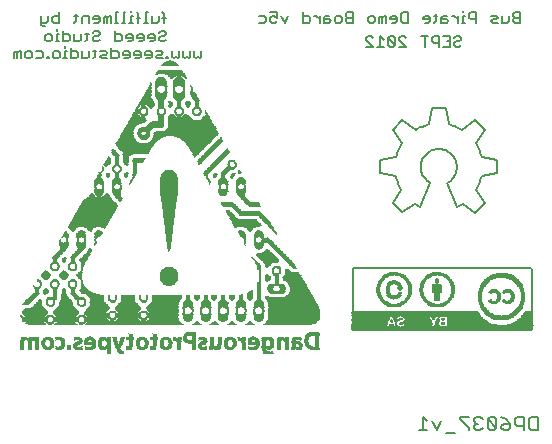
<source format=gbo>
G75*
G70*
%OFA0B0*%
%FSLAX24Y24*%
%IPPOS*%
%LPD*%
%AMOC8*
5,1,8,0,0,1.08239X$1,22.5*
%
%ADD10C,0.0050*%
%ADD11R,0.0290X0.0010*%
%ADD12R,0.0120X0.0010*%
%ADD13R,0.0140X0.0010*%
%ADD14R,0.0310X0.0010*%
%ADD15R,0.0130X0.0010*%
%ADD16R,0.0320X0.0010*%
%ADD17R,0.0330X0.0010*%
%ADD18R,0.0160X0.0010*%
%ADD19R,0.0340X0.0010*%
%ADD20R,0.0170X0.0010*%
%ADD21R,0.0180X0.0010*%
%ADD22R,0.0080X0.0010*%
%ADD23R,0.0030X0.0010*%
%ADD24R,0.0200X0.0010*%
%ADD25R,0.0040X0.0010*%
%ADD26R,0.0020X0.0010*%
%ADD27R,0.0150X0.0010*%
%ADD28R,0.0090X0.0010*%
%ADD29R,0.0100X0.0010*%
%ADD30R,0.0110X0.0010*%
%ADD31R,0.0060X0.0010*%
%ADD32R,0.0270X0.0010*%
%ADD33R,0.0250X0.0010*%
%ADD34R,0.0230X0.0010*%
%ADD35R,0.0210X0.0010*%
%ADD36R,0.0240X0.0010*%
%ADD37R,0.0220X0.0010*%
%ADD38R,0.0190X0.0010*%
%ADD39R,0.0260X0.0010*%
%ADD40R,0.0280X0.0010*%
%ADD41R,0.0370X0.0010*%
%ADD42R,0.0300X0.0010*%
%ADD43R,0.0360X0.0010*%
%ADD44R,0.0390X0.0010*%
%ADD45R,0.0350X0.0010*%
%ADD46R,0.0400X0.0010*%
%ADD47R,0.0380X0.0010*%
%ADD48R,0.0410X0.0010*%
%ADD49R,0.0420X0.0010*%
%ADD50R,0.0430X0.0010*%
%ADD51R,0.0070X0.0010*%
%ADD52R,0.0050X0.0010*%
%ADD53R,0.0010X0.0010*%
%ADD54R,0.0620X0.0010*%
%ADD55R,0.0610X0.0010*%
%ADD56R,0.0600X0.0010*%
%ADD57R,0.0450X0.0010*%
%ADD58R,0.0440X0.0010*%
%ADD59R,0.1520X0.0010*%
%ADD60R,0.3290X0.0010*%
%ADD61R,0.0770X0.0010*%
%ADD62R,0.0470X0.0010*%
%ADD63R,0.1590X0.0010*%
%ADD64R,0.3240X0.0010*%
%ADD65R,0.0740X0.0010*%
%ADD66R,0.0560X0.0010*%
%ADD67R,0.1600X0.0010*%
%ADD68R,0.3210X0.0010*%
%ADD69R,0.0720X0.0010*%
%ADD70R,0.0580X0.0010*%
%ADD71R,0.1620X0.0010*%
%ADD72R,0.3190X0.0010*%
%ADD73R,0.0700X0.0010*%
%ADD74R,0.1630X0.0010*%
%ADD75R,0.3170X0.0010*%
%ADD76R,0.0690X0.0010*%
%ADD77R,0.1650X0.0010*%
%ADD78R,0.3160X0.0010*%
%ADD79R,0.0680X0.0010*%
%ADD80R,0.0630X0.0010*%
%ADD81R,0.1670X0.0010*%
%ADD82R,0.3150X0.0010*%
%ADD83R,0.0660X0.0010*%
%ADD84R,0.0650X0.0010*%
%ADD85R,0.1680X0.0010*%
%ADD86R,0.3120X0.0010*%
%ADD87R,0.1690X0.0010*%
%ADD88R,0.3110X0.0010*%
%ADD89R,0.3100X0.0010*%
%ADD90R,0.3220X0.0010*%
%ADD91R,0.0900X0.0010*%
%ADD92R,0.0830X0.0010*%
%ADD93R,0.1700X0.0010*%
%ADD94R,0.1110X0.0010*%
%ADD95R,0.0840X0.0010*%
%ADD96R,0.0860X0.0010*%
%ADD97R,0.0880X0.0010*%
%ADD98R,0.1100X0.0010*%
%ADD99R,0.0820X0.0010*%
%ADD100R,0.0850X0.0010*%
%ADD101R,0.1080X0.0010*%
%ADD102R,0.0800X0.0010*%
%ADD103R,0.1710X0.0010*%
%ADD104R,0.0790X0.0010*%
%ADD105R,0.1720X0.0010*%
%ADD106R,0.1060X0.0010*%
%ADD107R,0.0810X0.0010*%
%ADD108R,0.1030X0.0010*%
%ADD109R,0.0750X0.0010*%
%ADD110R,0.1730X0.0010*%
%ADD111R,0.1020X0.0010*%
%ADD112R,0.0730X0.0010*%
%ADD113R,0.1010X0.0010*%
%ADD114R,0.0710X0.0010*%
%ADD115R,0.0780X0.0010*%
%ADD116R,0.1000X0.0010*%
%ADD117R,0.0990X0.0010*%
%ADD118R,0.0670X0.0010*%
%ADD119R,0.0760X0.0010*%
%ADD120R,0.0980X0.0010*%
%ADD121R,0.0960X0.0010*%
%ADD122R,0.0870X0.0010*%
%ADD123R,0.0950X0.0010*%
%ADD124R,0.0890X0.0010*%
%ADD125R,0.1090X0.0010*%
%ADD126R,0.1070X0.0010*%
%ADD127R,0.0640X0.0010*%
%ADD128R,0.0970X0.0010*%
%ADD129R,0.1040X0.0010*%
%ADD130R,0.1050X0.0010*%
%ADD131R,0.0590X0.0010*%
%ADD132R,0.0570X0.0010*%
%ADD133R,0.0550X0.0010*%
%ADD134R,0.0530X0.0010*%
%ADD135R,0.0510X0.0010*%
%ADD136R,0.1660X0.0010*%
%ADD137R,0.0480X0.0010*%
%ADD138R,0.0460X0.0010*%
%ADD139R,0.1640X0.0010*%
%ADD140R,0.0520X0.0010*%
%ADD141R,0.0940X0.0010*%
%ADD142R,0.0930X0.0010*%
%ADD143R,0.0540X0.0010*%
%ADD144R,0.0500X0.0010*%
%ADD145R,0.1610X0.0010*%
%ADD146R,0.0490X0.0010*%
%ADD147R,0.0920X0.0010*%
%ADD148R,0.0910X0.0010*%
%ADD149R,0.1270X0.0010*%
%ADD150R,0.1260X0.0010*%
%ADD151R,0.1250X0.0010*%
%ADD152R,0.1240X0.0010*%
%ADD153R,0.1220X0.0010*%
%ADD154R,0.1200X0.0010*%
%ADD155R,0.1190X0.0010*%
%ADD156R,0.1170X0.0010*%
%ADD157R,0.1160X0.0010*%
%ADD158R,0.1150X0.0010*%
%ADD159R,0.1130X0.0010*%
%ADD160R,0.1120X0.0010*%
%ADD161R,0.1180X0.0010*%
%ADD162R,0.1230X0.0010*%
%ADD163R,0.1280X0.0010*%
%ADD164R,0.1290X0.0010*%
%ADD165R,0.1210X0.0010*%
%ADD166R,0.1300X0.0010*%
%ADD167R,0.1350X0.0010*%
%ADD168R,0.1390X0.0010*%
%ADD169R,0.1440X0.0010*%
%ADD170R,0.2100X0.0010*%
%ADD171R,0.2110X0.0010*%
%ADD172R,0.2120X0.0010*%
%ADD173R,0.2130X0.0010*%
%ADD174R,0.2140X0.0010*%
%ADD175R,0.2150X0.0010*%
%ADD176R,0.2160X0.0010*%
%ADD177R,0.2170X0.0010*%
%ADD178R,0.2090X0.0010*%
%ADD179R,0.1840X0.0010*%
%ADD180R,0.1810X0.0010*%
%ADD181R,0.1790X0.0010*%
%ADD182R,0.1750X0.0010*%
%ADD183R,0.1570X0.0010*%
%ADD184R,0.1560X0.0010*%
%ADD185R,0.1550X0.0010*%
%ADD186R,0.1540X0.0010*%
%ADD187R,0.1530X0.0010*%
%ADD188R,0.1510X0.0010*%
%ADD189R,0.1500X0.0010*%
%ADD190R,0.1490X0.0010*%
%ADD191R,0.1480X0.0010*%
%ADD192R,0.1470X0.0010*%
%ADD193R,0.1460X0.0010*%
%ADD194R,0.1450X0.0010*%
%ADD195R,0.1430X0.0010*%
%ADD196R,0.6015X0.0015*%
%ADD197R,0.6045X0.0015*%
%ADD198R,0.4395X0.0015*%
%ADD199R,0.1620X0.0015*%
%ADD200R,0.2865X0.0015*%
%ADD201R,0.0210X0.0015*%
%ADD202R,0.0975X0.0015*%
%ADD203R,0.0075X0.0015*%
%ADD204R,0.0165X0.0015*%
%ADD205R,0.1170X0.0015*%
%ADD206R,0.0180X0.0015*%
%ADD207R,0.0945X0.0015*%
%ADD208R,0.0045X0.0015*%
%ADD209R,0.1035X0.0015*%
%ADD210R,0.1785X0.0015*%
%ADD211R,0.0930X0.0015*%
%ADD212R,0.0150X0.0015*%
%ADD213R,0.0885X0.0015*%
%ADD214R,0.1650X0.0015*%
%ADD215R,0.0060X0.0015*%
%ADD216R,0.0030X0.0015*%
%ADD217R,0.0135X0.0015*%
%ADD218R,0.1185X0.0015*%
%ADD219R,0.0810X0.0015*%
%ADD220R,0.1575X0.0015*%
%ADD221R,0.0120X0.0015*%
%ADD222R,0.0915X0.0015*%
%ADD223R,0.0765X0.0015*%
%ADD224R,0.1530X0.0015*%
%ADD225R,0.1200X0.0015*%
%ADD226R,0.0735X0.0015*%
%ADD227R,0.1485X0.0015*%
%ADD228R,0.0690X0.0015*%
%ADD229R,0.1455X0.0015*%
%ADD230R,0.1110X0.0015*%
%ADD231R,0.0660X0.0015*%
%ADD232R,0.1425X0.0015*%
%ADD233R,0.1080X0.0015*%
%ADD234R,0.1215X0.0015*%
%ADD235R,0.0630X0.0015*%
%ADD236R,0.1395X0.0015*%
%ADD237R,0.0090X0.0015*%
%ADD238R,0.1020X0.0015*%
%ADD239R,0.0600X0.0015*%
%ADD240R,0.1365X0.0015*%
%ADD241R,0.0960X0.0015*%
%ADD242R,0.0585X0.0015*%
%ADD243R,0.1335X0.0015*%
%ADD244R,0.1230X0.0015*%
%ADD245R,0.0555X0.0015*%
%ADD246R,0.1320X0.0015*%
%ADD247R,0.0540X0.0015*%
%ADD248R,0.1290X0.0015*%
%ADD249R,0.0885X0.0015*%
%ADD250R,0.0225X0.0015*%
%ADD251R,0.1245X0.0015*%
%ADD252R,0.0510X0.0015*%
%ADD253R,0.0300X0.0015*%
%ADD254R,0.1275X0.0015*%
%ADD255R,0.0105X0.0015*%
%ADD256R,0.0270X0.0015*%
%ADD257R,0.0015X0.0015*%
%ADD258R,0.0495X0.0015*%
%ADD259R,0.0435X0.0015*%
%ADD260R,0.1260X0.0015*%
%ADD261R,0.0855X0.0015*%
%ADD262R,0.0480X0.0015*%
%ADD263R,0.0525X0.0015*%
%ADD264R,0.0465X0.0015*%
%ADD265R,0.0600X0.0015*%
%ADD266R,0.0450X0.0015*%
%ADD267R,0.0675X0.0015*%
%ADD268R,0.0840X0.0015*%
%ADD269R,0.0420X0.0015*%
%ADD270R,0.0735X0.0015*%
%ADD271R,0.0405X0.0015*%
%ADD272R,0.0780X0.0015*%
%ADD273R,0.0825X0.0015*%
%ADD274R,0.1155X0.0015*%
%ADD275R,0.0195X0.0015*%
%ADD276R,0.0390X0.0015*%
%ADD277R,0.2670X0.0015*%
%ADD278R,0.0375X0.0015*%
%ADD279R,0.4320X0.0015*%
%ADD280R,0.0360X0.0015*%
%ADD281R,0.0330X0.0015*%
%ADD282R,0.4305X0.0015*%
%ADD283R,0.0345X0.0015*%
%ADD284R,0.4290X0.0015*%
%ADD285R,0.0330X0.0015*%
%ADD286R,0.4275X0.0015*%
%ADD287R,0.0255X0.0015*%
%ADD288R,0.4260X0.0015*%
%ADD289R,0.0315X0.0015*%
%ADD290R,0.0240X0.0015*%
%ADD291R,0.0300X0.0015*%
%ADD292R,0.4245X0.0015*%
%ADD293R,0.0285X0.0015*%
%ADD294R,0.4230X0.0015*%
%ADD295R,0.0270X0.0015*%
%ADD296R,0.4215X0.0015*%
%ADD297R,0.0060X0.0015*%
%ADD298R,0.0360X0.0015*%
%ADD299R,0.0450X0.0015*%
%ADD300R,0.0510X0.0015*%
%ADD301R,0.0570X0.0015*%
%ADD302R,0.0555X0.0015*%
%ADD303R,0.0615X0.0015*%
%ADD304R,0.0660X0.0015*%
%ADD305R,0.0345X0.0015*%
%ADD306R,0.0390X0.0015*%
%ADD307R,0.0315X0.0015*%
%ADD308R,0.0420X0.0015*%
%ADD309R,0.0465X0.0015*%
%ADD310R,0.0375X0.0015*%
%ADD311R,0.0285X0.0015*%
%ADD312R,0.0405X0.0015*%
%ADD313R,0.0870X0.0015*%
%ADD314R,0.0720X0.0015*%
%ADD315R,0.0645X0.0015*%
%ADD316R,0.0585X0.0015*%
%ADD317R,0.0495X0.0015*%
%ADD318R,0.0540X0.0015*%
%ADD319R,0.0480X0.0015*%
%ADD320R,0.6015X0.0015*%
%ADD321R,0.5985X0.0015*%
%ADD322R,0.5955X0.0015*%
%ADD323R,0.5895X0.0015*%
%ADD324C,0.0060*%
%ADD325C,0.0080*%
D10*
X007569Y016040D02*
X007569Y016215D01*
X007627Y016274D01*
X007686Y016215D01*
X007686Y016040D01*
X007803Y016040D02*
X007803Y016274D01*
X007744Y016274D01*
X007686Y016215D01*
X007937Y016215D02*
X007937Y016098D01*
X007996Y016040D01*
X008113Y016040D01*
X008171Y016098D01*
X008171Y016215D01*
X008113Y016274D01*
X007996Y016274D01*
X007937Y016215D01*
X008306Y016274D02*
X008481Y016274D01*
X008539Y016215D01*
X008539Y016098D01*
X008481Y016040D01*
X008306Y016040D01*
X008665Y016040D02*
X008723Y016040D01*
X008723Y016098D01*
X008665Y016098D01*
X008665Y016040D01*
X008858Y016098D02*
X008858Y016215D01*
X008916Y016274D01*
X009033Y016274D01*
X009092Y016215D01*
X009092Y016098D01*
X009033Y016040D01*
X008916Y016040D01*
X008858Y016098D01*
X009220Y016040D02*
X009337Y016040D01*
X009279Y016040D02*
X009279Y016274D01*
X009337Y016274D01*
X009279Y016390D02*
X009279Y016449D01*
X009212Y016606D02*
X009387Y016606D01*
X009445Y016664D01*
X009445Y016781D01*
X009387Y016840D01*
X009212Y016840D01*
X009212Y016956D02*
X009212Y016606D01*
X009077Y016606D02*
X008960Y016606D01*
X009018Y016606D02*
X009018Y016840D01*
X009077Y016840D01*
X009018Y016956D02*
X009018Y017015D01*
X009077Y017221D02*
X008902Y017221D01*
X008843Y017280D01*
X008843Y017396D01*
X008902Y017455D01*
X009077Y017455D01*
X009077Y017571D02*
X009077Y017221D01*
X008709Y017280D02*
X008709Y017455D01*
X008709Y017280D02*
X008650Y017221D01*
X008475Y017221D01*
X008475Y017163D02*
X008534Y017104D01*
X008592Y017104D01*
X008475Y017163D02*
X008475Y017455D01*
X008656Y016840D02*
X008773Y016840D01*
X008831Y016781D01*
X008831Y016664D01*
X008773Y016606D01*
X008656Y016606D01*
X008598Y016664D01*
X008598Y016781D01*
X008656Y016840D01*
X009472Y016390D02*
X009472Y016040D01*
X009647Y016040D01*
X009705Y016098D01*
X009705Y016215D01*
X009647Y016274D01*
X009472Y016274D01*
X009580Y016606D02*
X009580Y016840D01*
X009813Y016840D02*
X009813Y016664D01*
X009755Y016606D01*
X009580Y016606D01*
X009942Y016606D02*
X010001Y016664D01*
X010001Y016898D01*
X010059Y016840D02*
X009942Y016840D01*
X010194Y016898D02*
X010252Y016956D01*
X010369Y016956D01*
X010427Y016898D01*
X010427Y016840D01*
X010369Y016781D01*
X010252Y016781D01*
X010194Y016723D01*
X010194Y016664D01*
X010252Y016606D01*
X010369Y016606D01*
X010427Y016664D01*
X010261Y016332D02*
X010261Y016098D01*
X010203Y016040D01*
X010074Y016098D02*
X010074Y016274D01*
X010203Y016274D02*
X010319Y016274D01*
X010454Y016274D02*
X010629Y016274D01*
X010688Y016215D01*
X010629Y016157D01*
X010512Y016157D01*
X010454Y016098D01*
X010512Y016040D01*
X010688Y016040D01*
X010822Y016040D02*
X010998Y016040D01*
X011056Y016098D01*
X011056Y016215D01*
X010998Y016274D01*
X010822Y016274D01*
X010822Y016390D02*
X010822Y016040D01*
X011191Y016157D02*
X011191Y016215D01*
X011249Y016274D01*
X011366Y016274D01*
X011424Y016215D01*
X011424Y016098D01*
X011366Y016040D01*
X011249Y016040D01*
X011191Y016157D02*
X011424Y016157D01*
X011559Y016157D02*
X011792Y016157D01*
X011792Y016215D02*
X011792Y016098D01*
X011734Y016040D01*
X011617Y016040D01*
X011559Y016157D02*
X011559Y016215D01*
X011617Y016274D01*
X011734Y016274D01*
X011792Y016215D01*
X011927Y016215D02*
X011927Y016157D01*
X012161Y016157D01*
X012161Y016215D02*
X012161Y016098D01*
X012102Y016040D01*
X011986Y016040D01*
X011927Y016215D02*
X011986Y016274D01*
X012102Y016274D01*
X012161Y016215D01*
X012296Y016274D02*
X012471Y016274D01*
X012529Y016215D01*
X012471Y016157D01*
X012354Y016157D01*
X012296Y016098D01*
X012354Y016040D01*
X012529Y016040D01*
X012655Y016040D02*
X012713Y016040D01*
X012713Y016098D01*
X012655Y016098D01*
X012655Y016040D01*
X012848Y016098D02*
X012848Y016274D01*
X012848Y016098D02*
X012906Y016040D01*
X012965Y016098D01*
X013023Y016040D01*
X013082Y016098D01*
X013082Y016274D01*
X013216Y016274D02*
X013216Y016098D01*
X013275Y016040D01*
X013333Y016098D01*
X013391Y016040D01*
X013450Y016098D01*
X013450Y016274D01*
X013585Y016274D02*
X013585Y016098D01*
X013643Y016040D01*
X013701Y016098D01*
X013760Y016040D01*
X013818Y016098D01*
X013818Y016274D01*
X012637Y016664D02*
X012579Y016606D01*
X012462Y016606D01*
X012404Y016664D01*
X012404Y016723D01*
X012462Y016781D01*
X012579Y016781D01*
X012637Y016840D01*
X012637Y016898D01*
X012579Y016956D01*
X012462Y016956D01*
X012404Y016898D01*
X012269Y016781D02*
X012269Y016664D01*
X012210Y016606D01*
X012094Y016606D01*
X012035Y016723D02*
X012269Y016723D01*
X012269Y016781D02*
X012210Y016840D01*
X012094Y016840D01*
X012035Y016781D01*
X012035Y016723D01*
X011900Y016723D02*
X011667Y016723D01*
X011667Y016781D01*
X011725Y016840D01*
X011842Y016840D01*
X011900Y016781D01*
X011900Y016664D01*
X011842Y016606D01*
X011725Y016606D01*
X011532Y016664D02*
X011532Y016781D01*
X011474Y016840D01*
X011357Y016840D01*
X011299Y016781D01*
X011299Y016723D01*
X011532Y016723D01*
X011532Y016664D02*
X011474Y016606D01*
X011357Y016606D01*
X011164Y016664D02*
X011164Y016781D01*
X011105Y016840D01*
X010930Y016840D01*
X010930Y016956D02*
X010930Y016606D01*
X011105Y016606D01*
X011164Y016664D01*
X011170Y017221D02*
X011287Y017221D01*
X011228Y017221D02*
X011228Y017571D01*
X011287Y017571D01*
X011474Y017571D02*
X011474Y017630D01*
X011474Y017455D02*
X011474Y017221D01*
X011532Y017221D02*
X011415Y017221D01*
X011474Y017455D02*
X011532Y017455D01*
X011661Y017396D02*
X011778Y017396D01*
X011719Y017513D02*
X011661Y017571D01*
X011719Y017513D02*
X011719Y017221D01*
X011906Y017221D02*
X012023Y017221D01*
X011965Y017221D02*
X011965Y017571D01*
X012023Y017571D01*
X012158Y017455D02*
X012158Y017221D01*
X012333Y017221D01*
X012392Y017280D01*
X012392Y017455D01*
X012520Y017396D02*
X012637Y017396D01*
X012579Y017513D02*
X012520Y017571D01*
X012579Y017513D02*
X012579Y017221D01*
X011041Y017221D02*
X010924Y017221D01*
X010983Y017221D02*
X010983Y017571D01*
X011041Y017571D01*
X010796Y017455D02*
X010737Y017455D01*
X010679Y017396D01*
X010621Y017455D01*
X010562Y017396D01*
X010562Y017221D01*
X010679Y017221D02*
X010679Y017396D01*
X010796Y017455D02*
X010796Y017221D01*
X010427Y017280D02*
X010427Y017396D01*
X010369Y017455D01*
X010252Y017455D01*
X010194Y017396D01*
X010194Y017338D01*
X010427Y017338D01*
X010427Y017280D02*
X010369Y017221D01*
X010252Y017221D01*
X010059Y017221D02*
X010059Y017455D01*
X009884Y017455D01*
X009826Y017396D01*
X009826Y017221D01*
X009632Y017280D02*
X009632Y017513D01*
X009691Y017455D02*
X009574Y017455D01*
X009632Y017280D02*
X009574Y017221D01*
X009840Y016274D02*
X009840Y016040D01*
X010015Y016040D01*
X010074Y016098D01*
X015744Y017221D02*
X015919Y017221D01*
X015977Y017280D01*
X015977Y017396D01*
X015919Y017455D01*
X015744Y017455D01*
X016112Y017396D02*
X016112Y017280D01*
X016170Y017221D01*
X016287Y017221D01*
X016345Y017280D01*
X016345Y017396D02*
X016229Y017455D01*
X016170Y017455D01*
X016112Y017396D01*
X016112Y017571D02*
X016345Y017571D01*
X016345Y017396D01*
X016480Y017455D02*
X016597Y017221D01*
X016714Y017455D01*
X017217Y017455D02*
X017392Y017455D01*
X017450Y017396D01*
X017450Y017280D01*
X017392Y017221D01*
X017217Y017221D01*
X017217Y017571D01*
X017582Y017455D02*
X017641Y017455D01*
X017757Y017338D01*
X017757Y017221D02*
X017757Y017455D01*
X017892Y017396D02*
X017892Y017221D01*
X018067Y017221D01*
X018126Y017280D01*
X018067Y017338D01*
X017892Y017338D01*
X017892Y017396D02*
X017950Y017455D01*
X018067Y017455D01*
X018260Y017396D02*
X018319Y017455D01*
X018436Y017455D01*
X018494Y017396D01*
X018494Y017280D01*
X018436Y017221D01*
X018319Y017221D01*
X018260Y017280D01*
X018260Y017396D01*
X018629Y017338D02*
X018629Y017280D01*
X018687Y017221D01*
X018862Y017221D01*
X018862Y017571D01*
X018687Y017571D01*
X018629Y017513D01*
X018629Y017455D01*
X018687Y017396D01*
X018862Y017396D01*
X018687Y017396D02*
X018629Y017338D01*
X019365Y017280D02*
X019365Y017396D01*
X019424Y017455D01*
X019540Y017455D01*
X019599Y017396D01*
X019599Y017280D01*
X019540Y017221D01*
X019424Y017221D01*
X019365Y017280D01*
X019734Y017221D02*
X019734Y017396D01*
X019792Y017455D01*
X019850Y017396D01*
X019850Y017221D01*
X019967Y017221D02*
X019967Y017455D01*
X019909Y017455D01*
X019850Y017396D01*
X020102Y017396D02*
X020102Y017338D01*
X020335Y017338D01*
X020335Y017280D02*
X020335Y017396D01*
X020277Y017455D01*
X020160Y017455D01*
X020102Y017396D01*
X020160Y017221D02*
X020277Y017221D01*
X020335Y017280D01*
X020470Y017280D02*
X020470Y017513D01*
X020529Y017571D01*
X020704Y017571D01*
X020704Y017221D01*
X020529Y017221D01*
X020470Y017280D01*
X020463Y016784D02*
X020580Y016784D01*
X020638Y016726D01*
X020463Y016784D02*
X020405Y016726D01*
X020405Y016667D01*
X020638Y016434D01*
X020405Y016434D01*
X020270Y016492D02*
X020036Y016726D01*
X020036Y016492D01*
X020095Y016434D01*
X020211Y016434D01*
X020270Y016492D01*
X020270Y016726D01*
X020211Y016784D01*
X020095Y016784D01*
X020036Y016726D01*
X019901Y016667D02*
X019785Y016784D01*
X019785Y016434D01*
X019901Y016434D02*
X019668Y016434D01*
X019533Y016434D02*
X019300Y016667D01*
X019300Y016726D01*
X019358Y016784D01*
X019475Y016784D01*
X019533Y016726D01*
X019533Y016434D02*
X019300Y016434D01*
X021141Y016784D02*
X021375Y016784D01*
X021258Y016784D02*
X021258Y016434D01*
X021509Y016609D02*
X021568Y016551D01*
X021743Y016551D01*
X021743Y016434D02*
X021743Y016784D01*
X021568Y016784D01*
X021509Y016726D01*
X021509Y016609D01*
X021878Y016784D02*
X022111Y016784D01*
X022111Y016434D01*
X021878Y016434D01*
X021995Y016609D02*
X022111Y016609D01*
X022246Y016551D02*
X022246Y016492D01*
X022304Y016434D01*
X022421Y016434D01*
X022480Y016492D01*
X022421Y016609D02*
X022304Y016609D01*
X022246Y016551D01*
X022246Y016726D02*
X022304Y016784D01*
X022421Y016784D01*
X022480Y016726D01*
X022480Y016667D01*
X022421Y016609D01*
X022361Y017221D02*
X022361Y017455D01*
X022244Y017455D02*
X022186Y017455D01*
X022244Y017455D02*
X022361Y017338D01*
X022490Y017221D02*
X022607Y017221D01*
X022548Y017221D02*
X022548Y017455D01*
X022607Y017455D01*
X022548Y017571D02*
X022548Y017630D01*
X022741Y017513D02*
X022741Y017396D01*
X022800Y017338D01*
X022975Y017338D01*
X022975Y017221D02*
X022975Y017571D01*
X022800Y017571D01*
X022741Y017513D01*
X022054Y017280D02*
X021996Y017338D01*
X021821Y017338D01*
X021821Y017396D02*
X021821Y017221D01*
X021996Y017221D01*
X022054Y017280D01*
X021996Y017455D02*
X021879Y017455D01*
X021821Y017396D01*
X021686Y017455D02*
X021569Y017455D01*
X021627Y017513D02*
X021627Y017280D01*
X021569Y017221D01*
X021440Y017280D02*
X021440Y017396D01*
X021382Y017455D01*
X021265Y017455D01*
X021207Y017396D01*
X021207Y017338D01*
X021440Y017338D01*
X021440Y017280D02*
X021382Y017221D01*
X021265Y017221D01*
X023478Y017280D02*
X023536Y017338D01*
X023653Y017338D01*
X023711Y017396D01*
X023653Y017455D01*
X023478Y017455D01*
X023478Y017280D02*
X023536Y017221D01*
X023711Y017221D01*
X023846Y017221D02*
X023846Y017455D01*
X023846Y017221D02*
X024021Y017221D01*
X024080Y017280D01*
X024080Y017455D01*
X024215Y017455D02*
X024273Y017396D01*
X024448Y017396D01*
X024448Y017221D02*
X024273Y017221D01*
X024215Y017280D01*
X024215Y017338D01*
X024273Y017396D01*
X024215Y017455D02*
X024215Y017513D01*
X024273Y017571D01*
X024448Y017571D01*
X024448Y017221D01*
D11*
X015140Y011953D03*
X015140Y011543D03*
X015140Y011533D03*
X014550Y011533D03*
X014550Y011953D03*
X013640Y012903D03*
X012350Y013373D03*
X012120Y013183D03*
X011630Y014073D03*
X012010Y014733D03*
X012010Y014743D03*
X013310Y014053D03*
X013970Y014013D03*
X011010Y011533D03*
X010410Y011533D03*
X010410Y011543D03*
X010410Y011953D03*
X012750Y010463D03*
X012750Y010453D03*
X012750Y010443D03*
X012750Y010433D03*
X012750Y010423D03*
X012750Y010413D03*
X012750Y010403D03*
X014930Y010663D03*
X015730Y010193D03*
X015730Y010183D03*
X015730Y010173D03*
X015980Y009973D03*
X015730Y009763D03*
X015730Y009753D03*
X016010Y009553D03*
X016050Y009213D03*
X015730Y007893D03*
X015140Y007893D03*
X014560Y007323D03*
X013960Y007323D03*
X013370Y007323D03*
X013370Y007333D03*
X013370Y007893D03*
X012750Y008483D03*
X011840Y006693D03*
X011850Y006353D03*
X012640Y006353D03*
X013480Y006543D03*
X013860Y006393D03*
X013870Y006373D03*
X014780Y006693D03*
X015560Y006683D03*
X015530Y006343D03*
X016070Y006173D03*
X016970Y006563D03*
X017020Y006693D03*
X010110Y006683D03*
X009710Y006383D03*
X009710Y006373D03*
X009110Y006393D03*
X009110Y006403D03*
X009100Y006383D03*
X008360Y007773D03*
X008860Y008053D03*
X008640Y008753D03*
X008640Y008823D03*
X009230Y008823D03*
X009230Y008753D03*
X009900Y008303D03*
X009820Y009763D03*
X009820Y010183D03*
X009230Y009763D03*
X009230Y009753D03*
D12*
X007845Y006323D03*
X007845Y006333D03*
X007845Y006343D03*
X007845Y006353D03*
X007845Y006363D03*
X007845Y006373D03*
X007845Y006383D03*
X007845Y006393D03*
X007845Y006403D03*
X007845Y006413D03*
X007845Y006423D03*
X007845Y006433D03*
X007845Y006443D03*
X007845Y006453D03*
X007845Y006463D03*
X007845Y006473D03*
X007845Y006483D03*
X007845Y006493D03*
X007845Y006503D03*
X007845Y006513D03*
X007845Y006523D03*
X007845Y006533D03*
X007845Y006543D03*
X007845Y006553D03*
X007845Y006563D03*
X007845Y006573D03*
X007845Y006583D03*
X007845Y006593D03*
X009415Y006443D03*
X009615Y006443D03*
X009615Y006433D03*
X009615Y006423D03*
X009975Y006583D03*
X009975Y006593D03*
X009985Y006603D03*
X009985Y006613D03*
X009995Y006633D03*
X010235Y006613D03*
X010235Y006603D03*
X010245Y006593D03*
X010245Y006583D03*
X010245Y006573D03*
X010245Y006483D03*
X010245Y006473D03*
X010245Y006463D03*
X010545Y006733D03*
X010735Y006693D03*
X010735Y006683D03*
X010945Y006633D03*
X010955Y006603D03*
X010955Y006593D03*
X010965Y006583D03*
X010965Y006573D03*
X010965Y006563D03*
X010965Y006553D03*
X010975Y006533D03*
X010975Y006523D03*
X010985Y006503D03*
X010995Y006473D03*
X011125Y006493D03*
X011155Y006583D03*
X011165Y006173D03*
X012265Y006463D03*
X012265Y006473D03*
X012265Y006483D03*
X012265Y006493D03*
X012265Y006503D03*
X012265Y006513D03*
X012265Y006523D03*
X012265Y006533D03*
X012265Y006543D03*
X012265Y006553D03*
X012265Y006563D03*
X012265Y006573D03*
X012265Y006583D03*
X012265Y006593D03*
X012265Y006603D03*
X012265Y006613D03*
X012265Y006623D03*
X012265Y006633D03*
X012265Y006743D03*
X012265Y006753D03*
X012265Y006763D03*
X012265Y006773D03*
X012265Y006783D03*
X012265Y006793D03*
X012265Y006803D03*
X012955Y006693D03*
X012955Y006683D03*
X013375Y007263D03*
X013665Y007213D03*
X013965Y007263D03*
X014255Y007213D03*
X014555Y007263D03*
X014845Y007223D03*
X015095Y006693D03*
X015235Y006693D03*
X015235Y006703D03*
X015235Y006683D03*
X015235Y006673D03*
X015225Y006553D03*
X015225Y006543D03*
X015225Y006533D03*
X015225Y006523D03*
X015225Y006513D03*
X015225Y006503D03*
X015225Y006493D03*
X015225Y006483D03*
X015225Y006473D03*
X015225Y006463D03*
X015225Y006453D03*
X015225Y006443D03*
X015225Y006433D03*
X015225Y006423D03*
X015225Y006413D03*
X015225Y006403D03*
X015225Y006393D03*
X015225Y006383D03*
X015225Y006373D03*
X015225Y006363D03*
X015225Y006353D03*
X015225Y006343D03*
X015425Y006573D03*
X015425Y006583D03*
X015425Y006593D03*
X015435Y006603D03*
X015435Y006613D03*
X015445Y006633D03*
X015675Y006623D03*
X015685Y006613D03*
X015685Y006603D03*
X015695Y006593D03*
X015695Y006583D03*
X015695Y006573D03*
X015695Y006473D03*
X015695Y006463D03*
X015905Y006323D03*
X015905Y006313D03*
X016395Y006323D03*
X016875Y006323D03*
X016875Y006333D03*
X016885Y006343D03*
X015895Y006703D03*
X015435Y007223D03*
X015855Y007503D03*
X015445Y007993D03*
X015465Y008223D03*
X015745Y008503D03*
X016005Y008783D03*
X016005Y009083D03*
X016005Y009093D03*
X015745Y009073D03*
X015745Y009063D03*
X015745Y009053D03*
X015715Y009153D03*
X015705Y009163D03*
X016675Y008973D03*
X016935Y009023D03*
X015825Y010063D03*
X016135Y010413D03*
X016125Y010423D03*
X016115Y010443D03*
X015235Y011653D03*
X015145Y012043D03*
X014885Y012163D03*
X014855Y012083D03*
X014455Y011833D03*
X014265Y012083D03*
X014285Y012153D03*
X013985Y012163D03*
X013765Y012543D03*
X013615Y012793D03*
X014455Y013323D03*
X014675Y012943D03*
X013315Y014133D03*
X013375Y014433D03*
X013375Y014443D03*
X013525Y014893D03*
X013215Y014893D03*
X012935Y014893D03*
X012625Y014893D03*
X012345Y014893D03*
X012095Y015023D03*
X012835Y015373D03*
X011615Y014183D03*
X010735Y012673D03*
X010735Y012663D03*
X010655Y012453D03*
X010425Y012143D03*
X010425Y012133D03*
X010425Y012123D03*
X010505Y011843D03*
X010505Y011653D03*
X010665Y011493D03*
X010915Y011653D03*
X011095Y011653D03*
X011095Y011843D03*
X010915Y011843D03*
X011325Y012193D03*
X011585Y012163D03*
X011585Y012153D03*
X011325Y012493D03*
X010165Y011493D03*
X010115Y010303D03*
X009525Y010303D03*
X009305Y010193D03*
X009325Y010063D03*
X009915Y010063D03*
X009255Y009343D03*
X009875Y009193D03*
X009875Y009183D03*
X009775Y008863D03*
X009775Y008723D03*
X009775Y008713D03*
X009875Y008423D03*
X009705Y007983D03*
X013255Y007723D03*
X013495Y007713D03*
X013665Y007993D03*
X013845Y007713D03*
X014085Y007713D03*
X014255Y007993D03*
X014675Y007713D03*
X014855Y007993D03*
X015255Y007723D03*
X014425Y006723D03*
X014425Y006713D03*
X014425Y006703D03*
X014425Y006693D03*
X014425Y006683D03*
X014425Y006673D03*
X014425Y006663D03*
X014425Y006653D03*
X014425Y006643D03*
X014425Y006633D03*
X014425Y006623D03*
X014425Y006613D03*
X014425Y006603D03*
X014425Y006593D03*
X014425Y006583D03*
X014425Y006573D03*
X014425Y006563D03*
X014425Y006553D03*
X014425Y006543D03*
X014425Y006533D03*
X014425Y006523D03*
X014425Y006513D03*
X014425Y006503D03*
X014425Y006493D03*
X014425Y006483D03*
X014155Y006353D03*
X014155Y006343D03*
X014155Y006333D03*
X013885Y006313D03*
X013775Y006413D03*
X013775Y006423D03*
X013775Y006443D03*
X013945Y006633D03*
D13*
X013945Y006593D03*
X013835Y006733D03*
X013555Y006793D03*
X013295Y006773D03*
X013285Y006763D03*
X013285Y006753D03*
X013285Y006743D03*
X013285Y006683D03*
X013285Y006673D03*
X013285Y006663D03*
X013295Y006653D03*
X013075Y006583D03*
X013075Y006573D03*
X012785Y006573D03*
X012785Y006583D03*
X012785Y006563D03*
X012785Y006553D03*
X012785Y006503D03*
X012785Y006493D03*
X012785Y006483D03*
X012785Y006473D03*
X012785Y006463D03*
X012775Y006443D03*
X012765Y006433D03*
X012775Y006603D03*
X012765Y006623D03*
X012635Y006733D03*
X012515Y006623D03*
X012505Y006613D03*
X012505Y006603D03*
X012495Y006583D03*
X012495Y006573D03*
X012495Y006473D03*
X012495Y006463D03*
X012505Y006453D03*
X012505Y006443D03*
X012515Y006433D03*
X012255Y006433D03*
X011985Y006453D03*
X011985Y006463D03*
X011975Y006433D03*
X011985Y006583D03*
X011985Y006593D03*
X011985Y006603D03*
X011975Y006613D03*
X011975Y006623D03*
X011965Y006633D03*
X011835Y006733D03*
X011725Y006623D03*
X011715Y006613D03*
X011715Y006603D03*
X011705Y006593D03*
X011695Y006533D03*
X011695Y006513D03*
X011705Y006463D03*
X011705Y006453D03*
X011715Y006443D03*
X011725Y006433D03*
X011465Y006433D03*
X011455Y006423D03*
X011165Y006603D03*
X011175Y006633D03*
X011175Y006643D03*
X011185Y006663D03*
X011185Y006673D03*
X011195Y006693D03*
X011195Y006703D03*
X011205Y006713D03*
X011205Y006723D03*
X010935Y006673D03*
X010935Y006663D03*
X010925Y006693D03*
X010925Y006703D03*
X010925Y006713D03*
X010725Y006593D03*
X010725Y006583D03*
X010725Y006573D03*
X010725Y006563D03*
X010725Y006553D03*
X010725Y006543D03*
X010725Y006533D03*
X010725Y006523D03*
X010725Y006513D03*
X010725Y006503D03*
X010725Y006493D03*
X010725Y006483D03*
X010725Y006473D03*
X010725Y006463D03*
X010725Y006453D03*
X010725Y006323D03*
X010725Y006313D03*
X010725Y006303D03*
X010725Y006293D03*
X010725Y006283D03*
X010725Y006273D03*
X010725Y006263D03*
X010725Y006253D03*
X010725Y006243D03*
X010725Y006233D03*
X010725Y006223D03*
X010725Y006213D03*
X010725Y006203D03*
X010725Y006193D03*
X010725Y006183D03*
X010725Y006173D03*
X011075Y006293D03*
X011085Y006283D03*
X011055Y006343D03*
X011055Y006353D03*
X011155Y006193D03*
X010455Y006443D03*
X010445Y006453D03*
X010435Y006493D03*
X010435Y006503D03*
X010435Y006513D03*
X010435Y006523D03*
X010435Y006533D03*
X010435Y006543D03*
X010435Y006553D03*
X010435Y006563D03*
X010435Y006573D03*
X010445Y006593D03*
X010445Y006603D03*
X010455Y006613D03*
X010215Y006643D03*
X009785Y006593D03*
X009685Y006733D03*
X009215Y006573D03*
X009205Y006593D03*
X009215Y006483D03*
X009215Y006473D03*
X009215Y006463D03*
X009205Y006453D03*
X009415Y006423D03*
X009415Y006413D03*
X009415Y006353D03*
X009625Y006403D03*
X009625Y006463D03*
X008835Y006453D03*
X008835Y006443D03*
X008825Y006423D03*
X008835Y006593D03*
X008835Y006603D03*
X008835Y006613D03*
X008825Y006623D03*
X008695Y006733D03*
X008575Y006613D03*
X008565Y006603D03*
X008565Y006593D03*
X008555Y006583D03*
X008555Y006573D03*
X008555Y006473D03*
X008565Y006443D03*
X008575Y006433D03*
X008335Y006593D03*
X008335Y006603D03*
X008165Y006723D03*
X007925Y006723D03*
X007855Y006623D03*
X008785Y007463D03*
X008425Y007913D03*
X008335Y008233D03*
X008335Y008243D03*
X008335Y008253D03*
X008335Y008263D03*
X008335Y008273D03*
X008335Y008283D03*
X008335Y008293D03*
X008335Y008303D03*
X008335Y008313D03*
X008335Y008323D03*
X008335Y008333D03*
X008935Y008643D03*
X009525Y008643D03*
X009765Y008743D03*
X009765Y008843D03*
X009885Y009213D03*
X009525Y009243D03*
X009525Y009253D03*
X009525Y009263D03*
X009525Y009273D03*
X009525Y009283D03*
X009525Y009293D03*
X009525Y009303D03*
X009525Y009313D03*
X009525Y009323D03*
X009525Y009333D03*
X009525Y009343D03*
X009245Y009323D03*
X009235Y009283D03*
X009235Y009273D03*
X010105Y009613D03*
X010115Y009623D03*
X009735Y009873D03*
X009825Y010263D03*
X010115Y010313D03*
X010415Y010263D03*
X009525Y010313D03*
X009305Y010173D03*
X009145Y009873D03*
X009525Y008343D03*
X009525Y008333D03*
X009525Y008323D03*
X009525Y008313D03*
X009525Y008303D03*
X009525Y008293D03*
X009525Y008283D03*
X009525Y008273D03*
X009525Y008263D03*
X009525Y008253D03*
X009525Y008243D03*
X009705Y007993D03*
X009825Y007753D03*
X009825Y007463D03*
X010855Y007303D03*
X010855Y007263D03*
X010855Y007253D03*
X011885Y007263D03*
X011885Y007273D03*
X011885Y007283D03*
X011885Y007293D03*
X011895Y007903D03*
X013265Y007493D03*
X013485Y007493D03*
X013485Y007723D03*
X013375Y007963D03*
X013375Y007973D03*
X013375Y007983D03*
X013375Y007993D03*
X013375Y008003D03*
X013375Y008013D03*
X013375Y008023D03*
X013375Y008033D03*
X013375Y008043D03*
X013375Y008053D03*
X013375Y008063D03*
X013375Y008073D03*
X013375Y008083D03*
X013375Y008093D03*
X013375Y008103D03*
X013375Y008113D03*
X013375Y008123D03*
X013965Y008123D03*
X013965Y008113D03*
X013965Y008103D03*
X013965Y008093D03*
X013965Y008083D03*
X013965Y008073D03*
X013965Y008063D03*
X013965Y008053D03*
X013965Y008043D03*
X013965Y008033D03*
X013965Y008023D03*
X013965Y008013D03*
X013965Y008003D03*
X013965Y007993D03*
X013965Y007983D03*
X013965Y007973D03*
X013965Y007963D03*
X013965Y007953D03*
X014555Y007953D03*
X014555Y007963D03*
X014555Y007973D03*
X014555Y007983D03*
X014555Y007993D03*
X014555Y008003D03*
X014555Y008013D03*
X014555Y008023D03*
X014555Y008033D03*
X014555Y008043D03*
X014555Y008053D03*
X014555Y008063D03*
X014555Y008073D03*
X014555Y008083D03*
X014555Y008093D03*
X014555Y008103D03*
X014555Y008113D03*
X014555Y008123D03*
X014445Y007493D03*
X014665Y007493D03*
X014255Y007203D03*
X014075Y007493D03*
X013855Y007493D03*
X013665Y007203D03*
X014645Y006603D03*
X014645Y006593D03*
X014655Y006613D03*
X014635Y006573D03*
X014635Y006563D03*
X014635Y006553D03*
X014635Y006543D03*
X014635Y006533D03*
X014635Y006523D03*
X014635Y006513D03*
X014635Y006503D03*
X014635Y006493D03*
X014635Y006483D03*
X014635Y006473D03*
X014645Y006463D03*
X014645Y006453D03*
X014655Y006433D03*
X014415Y006443D03*
X014415Y006453D03*
X014345Y006323D03*
X014165Y006443D03*
X014165Y006453D03*
X013785Y006463D03*
X013785Y006403D03*
X014785Y006733D03*
X014905Y006623D03*
X014915Y006613D03*
X014925Y006583D03*
X014935Y006543D03*
X014935Y006533D03*
X014935Y006523D03*
X014935Y006513D03*
X014935Y006503D03*
X014925Y006463D03*
X014925Y006453D03*
X014915Y006443D03*
X014915Y006433D03*
X014905Y006423D03*
X015215Y006583D03*
X015905Y006593D03*
X015905Y006603D03*
X015905Y006453D03*
X015915Y006283D03*
X015925Y006273D03*
X016165Y006443D03*
X016175Y006453D03*
X016175Y006463D03*
X016185Y006483D03*
X016185Y006493D03*
X016185Y006503D03*
X016185Y006513D03*
X016185Y006523D03*
X016185Y006533D03*
X016185Y006543D03*
X016185Y006553D03*
X016185Y006563D03*
X016175Y006593D03*
X016175Y006603D03*
X016165Y006613D03*
X016405Y006613D03*
X016405Y006603D03*
X016485Y006723D03*
X016655Y006593D03*
X016895Y006433D03*
X016895Y006423D03*
X017125Y006413D03*
X017125Y006483D03*
X017115Y006493D03*
X017325Y006533D03*
X017325Y006543D03*
X017325Y006553D03*
X017335Y006523D03*
X017335Y006513D03*
X017345Y006483D03*
X017325Y006663D03*
X017325Y006673D03*
X017325Y006683D03*
X017325Y006693D03*
X017335Y006703D03*
X017335Y006713D03*
X017685Y006713D03*
X017685Y006723D03*
X017685Y006733D03*
X017685Y006743D03*
X017685Y006753D03*
X017685Y006763D03*
X017685Y006773D03*
X017685Y006783D03*
X017685Y006793D03*
X017685Y006703D03*
X017685Y006693D03*
X017685Y006683D03*
X017685Y006673D03*
X017685Y006663D03*
X017685Y006653D03*
X017685Y006643D03*
X017685Y006633D03*
X017685Y006623D03*
X017685Y006613D03*
X017685Y006603D03*
X017685Y006593D03*
X017685Y006583D03*
X017685Y006573D03*
X017685Y006563D03*
X017685Y006553D03*
X017685Y006543D03*
X017685Y006533D03*
X017685Y006523D03*
X017685Y006513D03*
X017685Y006503D03*
X017685Y006493D03*
X017685Y006483D03*
X017685Y006473D03*
X017685Y006463D03*
X017685Y006453D03*
X017685Y006443D03*
X017685Y006433D03*
X017685Y006423D03*
X017685Y006413D03*
X017615Y006313D03*
X015735Y007263D03*
X015625Y007493D03*
X015845Y007493D03*
X015735Y007963D03*
X015735Y007973D03*
X015735Y007983D03*
X015735Y007993D03*
X015735Y008003D03*
X015735Y008013D03*
X015735Y008023D03*
X015735Y008033D03*
X015735Y008043D03*
X015735Y008053D03*
X015735Y008063D03*
X015735Y008073D03*
X015735Y008083D03*
X015735Y008093D03*
X015735Y008103D03*
X015735Y008113D03*
X015735Y008123D03*
X015735Y008133D03*
X015735Y008143D03*
X015735Y008153D03*
X015735Y008163D03*
X015735Y008173D03*
X015735Y008183D03*
X015735Y008193D03*
X015735Y008203D03*
X015735Y008213D03*
X015735Y008223D03*
X015735Y008233D03*
X015735Y008243D03*
X015735Y008253D03*
X015735Y008263D03*
X015735Y008273D03*
X015735Y008283D03*
X015735Y008293D03*
X015735Y008303D03*
X015735Y008313D03*
X015735Y008323D03*
X015735Y008333D03*
X015735Y008343D03*
X015735Y008353D03*
X015735Y008363D03*
X015735Y008373D03*
X015735Y008383D03*
X015735Y008393D03*
X015735Y008403D03*
X015735Y008413D03*
X015735Y008423D03*
X015735Y008433D03*
X015735Y008443D03*
X015735Y008453D03*
X015735Y008463D03*
X015735Y008473D03*
X016015Y008763D03*
X016325Y008763D03*
X016325Y008773D03*
X016325Y008783D03*
X016325Y008753D03*
X016325Y008743D03*
X016325Y008733D03*
X016325Y008723D03*
X016325Y008713D03*
X016325Y008703D03*
X016325Y008693D03*
X016325Y008683D03*
X016325Y008673D03*
X016325Y008663D03*
X016325Y008653D03*
X016325Y008643D03*
X016325Y008633D03*
X016325Y008623D03*
X016325Y008613D03*
X016325Y008603D03*
X016325Y008593D03*
X016325Y008583D03*
X016325Y008573D03*
X016325Y008563D03*
X016325Y008553D03*
X016325Y008543D03*
X016325Y008533D03*
X016325Y008523D03*
X016325Y008513D03*
X016685Y008953D03*
X016895Y009073D03*
X016915Y009053D03*
X016325Y009093D03*
X016015Y009113D03*
X015735Y009113D03*
X015725Y009133D03*
X016025Y009613D03*
X015645Y009873D03*
X016105Y010453D03*
X016095Y010463D03*
X016085Y010473D03*
X014705Y010933D03*
X014695Y010943D03*
X014555Y011453D03*
X014555Y012043D03*
X014555Y012053D03*
X014555Y012063D03*
X014555Y012073D03*
X014555Y012083D03*
X014555Y012093D03*
X014555Y012103D03*
X014555Y012113D03*
X014555Y012123D03*
X014555Y012133D03*
X014555Y012143D03*
X014555Y012153D03*
X014275Y012133D03*
X014275Y012123D03*
X014265Y012103D03*
X014265Y012093D03*
X013985Y012173D03*
X013765Y012553D03*
X014675Y012933D03*
X014455Y013313D03*
X014845Y012633D03*
X014885Y012153D03*
X014855Y012103D03*
X012745Y012293D03*
X011595Y012293D03*
X011595Y012303D03*
X011595Y012313D03*
X011595Y012323D03*
X011595Y012333D03*
X011595Y012343D03*
X011595Y012353D03*
X011595Y012363D03*
X011595Y012373D03*
X011595Y012383D03*
X011595Y012393D03*
X011595Y012403D03*
X011595Y012413D03*
X011595Y012423D03*
X011595Y012433D03*
X011595Y012443D03*
X011595Y012453D03*
X011595Y012463D03*
X011595Y012473D03*
X011595Y012483D03*
X011595Y012493D03*
X011595Y012503D03*
X011595Y012513D03*
X011595Y012523D03*
X011595Y012533D03*
X011595Y012543D03*
X011595Y012553D03*
X011315Y012513D03*
X011005Y012513D03*
X011005Y012523D03*
X011005Y012533D03*
X011005Y012543D03*
X011005Y012553D03*
X011005Y012563D03*
X011005Y012573D03*
X011005Y012583D03*
X011005Y012593D03*
X011005Y012603D03*
X011005Y012613D03*
X011005Y012623D03*
X011005Y012633D03*
X011005Y012643D03*
X011005Y012653D03*
X011005Y012663D03*
X011005Y012673D03*
X011005Y012683D03*
X011005Y012693D03*
X011005Y012703D03*
X011005Y012713D03*
X011005Y012723D03*
X011005Y012733D03*
X011005Y012743D03*
X011005Y012753D03*
X010895Y012923D03*
X010725Y012633D03*
X010725Y012623D03*
X011005Y012503D03*
X011005Y012493D03*
X011005Y012483D03*
X011005Y012193D03*
X011005Y012183D03*
X011005Y012173D03*
X011005Y012163D03*
X011005Y012153D03*
X011005Y012143D03*
X011005Y012133D03*
X011005Y012123D03*
X011005Y012113D03*
X011005Y012103D03*
X011005Y012093D03*
X011005Y012083D03*
X011005Y012073D03*
X011005Y012063D03*
X011005Y012053D03*
X011005Y012043D03*
X010715Y012093D03*
X010415Y012093D03*
X010415Y012103D03*
X010415Y012083D03*
X010415Y012073D03*
X010415Y012063D03*
X010415Y012053D03*
X010415Y012043D03*
X010415Y011433D03*
X010415Y011423D03*
X010415Y011413D03*
X010415Y011403D03*
X010165Y011463D03*
X010165Y011473D03*
X010665Y011473D03*
X011095Y011323D03*
X011305Y012093D03*
X011315Y012163D03*
X011595Y012183D03*
X011595Y012193D03*
X011595Y012203D03*
X011595Y012213D03*
X011595Y012223D03*
X011595Y012233D03*
X011595Y012243D03*
X011595Y012253D03*
X011595Y012263D03*
X011595Y012273D03*
X011595Y012283D03*
X011895Y013323D03*
X011765Y013473D03*
X011755Y013483D03*
X011755Y013493D03*
X011755Y013553D03*
X012025Y013563D03*
X012035Y013553D03*
X012035Y013543D03*
X012035Y013533D03*
X012035Y013523D03*
X012035Y013513D03*
X012035Y013503D03*
X012035Y013493D03*
X011885Y014053D03*
X011885Y014063D03*
X011885Y014073D03*
X011885Y014083D03*
X011885Y014093D03*
X011885Y014103D03*
X011885Y014423D03*
X011885Y014433D03*
X011885Y014443D03*
X011885Y014453D03*
X011885Y014463D03*
X012085Y014983D03*
X012085Y014993D03*
X012085Y015003D03*
X012485Y015383D03*
X012835Y015383D03*
X012835Y015393D03*
X013075Y015393D03*
X013075Y015403D03*
X013075Y015413D03*
X013075Y015423D03*
X013075Y015433D03*
X013075Y015383D03*
X013225Y015433D03*
X013205Y015123D03*
X012945Y014883D03*
X013075Y014613D03*
X013075Y014603D03*
X013075Y014593D03*
X013075Y014583D03*
X013075Y014573D03*
X013075Y014563D03*
X013075Y014543D03*
X013075Y014533D03*
X013075Y014523D03*
X013075Y014513D03*
X013075Y014503D03*
X013075Y014493D03*
X013075Y014483D03*
X013075Y014473D03*
X013075Y014463D03*
X013075Y014453D03*
X013075Y014443D03*
X013075Y014433D03*
X012785Y014453D03*
X012785Y014553D03*
X013375Y014453D03*
X013665Y014453D03*
X013665Y014463D03*
X013665Y014473D03*
X013665Y014483D03*
X013665Y014493D03*
X013665Y014503D03*
X013665Y014513D03*
X013665Y014523D03*
X013665Y014533D03*
X013665Y014543D03*
X013665Y014553D03*
X013665Y014563D03*
X013665Y014573D03*
X013665Y014583D03*
X013665Y014593D03*
X013665Y014603D03*
X013665Y014613D03*
X013665Y014443D03*
X013665Y014433D03*
X013665Y014423D03*
X013665Y014413D03*
X013665Y014113D03*
X013995Y014113D03*
X013315Y014123D03*
X013075Y014113D03*
X013075Y014103D03*
X013075Y014093D03*
X013075Y014083D03*
X013075Y014073D03*
X013075Y014063D03*
X013075Y014053D03*
X013535Y014883D03*
X012785Y015933D03*
X012745Y009843D03*
X012745Y009833D03*
X012745Y009823D03*
X012745Y009813D03*
X012745Y009803D03*
X012745Y009063D03*
X015445Y008003D03*
X015245Y007493D03*
X016015Y008063D03*
X009885Y008393D03*
D14*
X009290Y007993D03*
X008850Y008033D03*
X008360Y007763D03*
X008640Y008773D03*
X008640Y008803D03*
X008640Y008813D03*
X009230Y008813D03*
X009230Y008803D03*
X009230Y008783D03*
X009230Y008773D03*
X009230Y009783D03*
X009230Y009793D03*
X009230Y009803D03*
X009230Y009813D03*
X009230Y009823D03*
X009230Y009833D03*
X009230Y009843D03*
X009230Y009853D03*
X009230Y009863D03*
X009820Y009863D03*
X009820Y009853D03*
X009820Y009843D03*
X009820Y009833D03*
X009820Y009823D03*
X009820Y009813D03*
X009820Y009803D03*
X009820Y009793D03*
X009820Y009783D03*
X009820Y010073D03*
X009820Y010083D03*
X009820Y010093D03*
X009820Y010103D03*
X009820Y010113D03*
X009820Y010123D03*
X009820Y010133D03*
X009820Y010143D03*
X009820Y010153D03*
X009820Y010163D03*
X009530Y010383D03*
X010410Y011553D03*
X010410Y011563D03*
X010410Y011573D03*
X010410Y011583D03*
X010410Y011593D03*
X010410Y011603D03*
X010410Y011613D03*
X010410Y011623D03*
X010410Y011633D03*
X010410Y011643D03*
X010410Y011853D03*
X010410Y011863D03*
X010410Y011873D03*
X010410Y011883D03*
X010410Y011893D03*
X010410Y011903D03*
X010410Y011913D03*
X010410Y011923D03*
X010410Y011933D03*
X012360Y013383D03*
X013640Y012913D03*
X014750Y012333D03*
X014760Y012343D03*
X014770Y012353D03*
X014800Y012383D03*
X014560Y011923D03*
X015140Y011923D03*
X015140Y011933D03*
X015140Y011943D03*
X015140Y011913D03*
X015140Y011903D03*
X015140Y011893D03*
X015140Y011883D03*
X015140Y011873D03*
X015140Y011863D03*
X015140Y011853D03*
X015140Y011643D03*
X015140Y011633D03*
X015140Y011623D03*
X015140Y011613D03*
X015140Y011603D03*
X015140Y011593D03*
X015140Y011583D03*
X015140Y011573D03*
X015140Y011563D03*
X015140Y011553D03*
X014560Y011573D03*
X015440Y010383D03*
X015730Y010163D03*
X015730Y010153D03*
X015730Y010143D03*
X015730Y010133D03*
X015730Y010123D03*
X015730Y010113D03*
X015730Y010103D03*
X015730Y010093D03*
X015730Y010083D03*
X015730Y010073D03*
X015730Y009863D03*
X015730Y009853D03*
X015730Y009843D03*
X015730Y009833D03*
X015730Y009823D03*
X015730Y009813D03*
X015730Y009803D03*
X015730Y009793D03*
X015730Y009783D03*
X015990Y009953D03*
X016050Y009223D03*
X015730Y007873D03*
X015730Y007343D03*
X015140Y007343D03*
X014560Y007873D03*
X013960Y007873D03*
X013960Y007343D03*
X013370Y007343D03*
X013470Y006873D03*
X012640Y006363D03*
X011850Y006363D03*
X010100Y006363D03*
X010110Y006663D03*
X008700Y006683D03*
X012750Y009033D03*
X013370Y007883D03*
X013370Y007873D03*
X015560Y006663D03*
X015550Y006363D03*
X016060Y006183D03*
X017000Y006653D03*
X017010Y006673D03*
X017600Y006333D03*
X012750Y010473D03*
X012750Y010483D03*
X012750Y010493D03*
X012750Y010503D03*
X012750Y010513D03*
X012750Y010523D03*
X013970Y013993D03*
X013970Y014003D03*
X013080Y015323D03*
X012010Y014703D03*
D15*
X012130Y014383D03*
X012350Y014883D03*
X012350Y015113D03*
X012620Y015113D03*
X012620Y014883D03*
X012780Y014563D03*
X012780Y014443D03*
X012840Y014133D03*
X011750Y013543D03*
X011750Y013533D03*
X011750Y013523D03*
X011750Y013513D03*
X011750Y013503D03*
X010890Y012933D03*
X010730Y012653D03*
X010730Y012643D03*
X010650Y012463D03*
X010710Y012163D03*
X010710Y012153D03*
X010710Y012083D03*
X010420Y012113D03*
X010320Y011843D03*
X010320Y011653D03*
X010160Y011483D03*
X010670Y011483D03*
X011100Y011313D03*
X011300Y012083D03*
X011320Y012173D03*
X011320Y012183D03*
X011590Y012173D03*
X011320Y012503D03*
X013620Y012803D03*
X014280Y012143D03*
X014730Y012403D03*
X014850Y012093D03*
X014650Y011843D03*
X014460Y011843D03*
X014460Y011653D03*
X014650Y011653D03*
X015050Y011653D03*
X015050Y011843D03*
X015230Y011843D03*
X015440Y010313D03*
X015640Y010063D03*
X015820Y009873D03*
X015730Y009673D03*
X016020Y009623D03*
X016010Y009103D03*
X015740Y009103D03*
X015740Y009093D03*
X015740Y009083D03*
X015730Y009123D03*
X015720Y009143D03*
X016010Y008773D03*
X016010Y008623D03*
X015740Y008493D03*
X015740Y008483D03*
X016680Y008963D03*
X016900Y009063D03*
X016920Y009043D03*
X016930Y009033D03*
X015230Y010063D03*
X016120Y010433D03*
X012750Y009793D03*
X012750Y009783D03*
X012750Y009773D03*
X012750Y009763D03*
X012750Y009753D03*
X012750Y009743D03*
X012750Y009733D03*
X010320Y010063D03*
X009910Y009873D03*
X009730Y010063D03*
X009310Y010183D03*
X009320Y009873D03*
X009250Y009333D03*
X009230Y009263D03*
X009230Y008903D03*
X009770Y008853D03*
X009770Y008733D03*
X009230Y008673D03*
X009230Y008313D03*
X008910Y007993D03*
X008790Y007753D03*
X008430Y007923D03*
X008430Y007933D03*
X008640Y008313D03*
X008640Y008673D03*
X008390Y008603D03*
X008640Y008903D03*
X009880Y009203D03*
X010120Y009633D03*
X009880Y008413D03*
X009880Y008403D03*
X010920Y006723D03*
X010940Y006653D03*
X010940Y006643D03*
X010950Y006623D03*
X010950Y006613D03*
X010970Y006543D03*
X010980Y006513D03*
X011130Y006513D03*
X011130Y006503D03*
X011140Y006523D03*
X011140Y006533D03*
X011140Y006543D03*
X011150Y006553D03*
X011150Y006563D03*
X011150Y006573D03*
X011160Y006593D03*
X011170Y006613D03*
X011170Y006623D03*
X011470Y006623D03*
X011470Y006633D03*
X011470Y006613D03*
X011470Y006603D03*
X011470Y006593D03*
X011470Y006583D03*
X011470Y006573D03*
X011470Y006563D03*
X011470Y006553D03*
X011470Y006543D03*
X011470Y006533D03*
X011470Y006523D03*
X011470Y006513D03*
X011470Y006503D03*
X011470Y006493D03*
X011470Y006483D03*
X011470Y006473D03*
X011470Y006463D03*
X011470Y006453D03*
X011470Y006443D03*
X011700Y006473D03*
X011700Y006483D03*
X011700Y006493D03*
X011700Y006503D03*
X011690Y006523D03*
X011700Y006543D03*
X011700Y006553D03*
X011700Y006563D03*
X011700Y006573D03*
X011700Y006583D03*
X011470Y006733D03*
X011470Y006743D03*
X011470Y006753D03*
X011470Y006763D03*
X011470Y006773D03*
X011470Y006783D03*
X011470Y006793D03*
X011470Y006803D03*
X011990Y006573D03*
X011990Y006563D03*
X011990Y006553D03*
X011990Y006543D03*
X011990Y006533D03*
X011990Y006523D03*
X011990Y006513D03*
X011990Y006503D03*
X011990Y006493D03*
X011990Y006483D03*
X011990Y006473D03*
X012260Y006453D03*
X012260Y006443D03*
X012490Y006483D03*
X012490Y006493D03*
X012490Y006503D03*
X012490Y006513D03*
X012490Y006523D03*
X012490Y006533D03*
X012490Y006543D03*
X012490Y006553D03*
X012490Y006563D03*
X012500Y006593D03*
X012770Y006613D03*
X012780Y006593D03*
X012790Y006543D03*
X012790Y006533D03*
X012790Y006523D03*
X012790Y006513D03*
X012780Y006453D03*
X012960Y006663D03*
X012960Y006673D03*
X013080Y006563D03*
X013080Y006553D03*
X013080Y006543D03*
X013080Y006533D03*
X013080Y006523D03*
X013080Y006513D03*
X013080Y006503D03*
X013080Y006493D03*
X013080Y006483D03*
X013080Y006473D03*
X013080Y006463D03*
X013080Y006453D03*
X013080Y006443D03*
X013080Y006433D03*
X013080Y006423D03*
X013080Y006413D03*
X013080Y006403D03*
X013080Y006393D03*
X013080Y006383D03*
X013080Y006373D03*
X013080Y006363D03*
X013080Y006353D03*
X013080Y006343D03*
X013080Y006333D03*
X013080Y006323D03*
X013560Y006323D03*
X013560Y006333D03*
X013560Y006343D03*
X013560Y006353D03*
X013560Y006363D03*
X013560Y006373D03*
X013560Y006383D03*
X013560Y006393D03*
X013560Y006403D03*
X013560Y006413D03*
X013560Y006423D03*
X013560Y006433D03*
X013560Y006443D03*
X013560Y006453D03*
X013560Y006463D03*
X013560Y006473D03*
X013560Y006483D03*
X013560Y006493D03*
X013560Y006503D03*
X013560Y006513D03*
X013560Y006623D03*
X013560Y006633D03*
X013560Y006643D03*
X013560Y006653D03*
X013560Y006663D03*
X013560Y006673D03*
X013560Y006683D03*
X013560Y006693D03*
X013560Y006703D03*
X013560Y006713D03*
X013560Y006723D03*
X013560Y006733D03*
X013560Y006743D03*
X013560Y006753D03*
X013560Y006763D03*
X013560Y006773D03*
X013560Y006783D03*
X013280Y006733D03*
X013280Y006723D03*
X013280Y006713D03*
X013280Y006703D03*
X013280Y006693D03*
X013780Y006453D03*
X013950Y006603D03*
X013950Y006613D03*
X013950Y006623D03*
X013940Y006643D03*
X014160Y006643D03*
X014160Y006653D03*
X014160Y006663D03*
X014160Y006673D03*
X014160Y006683D03*
X014160Y006693D03*
X014160Y006703D03*
X014160Y006713D03*
X014160Y006723D03*
X014160Y006633D03*
X014160Y006623D03*
X014160Y006613D03*
X014160Y006603D03*
X014160Y006593D03*
X014160Y006583D03*
X014160Y006573D03*
X014160Y006563D03*
X014160Y006553D03*
X014160Y006543D03*
X014160Y006533D03*
X014160Y006523D03*
X014160Y006513D03*
X014160Y006503D03*
X014160Y006493D03*
X014160Y006483D03*
X014160Y006473D03*
X014160Y006463D03*
X014420Y006463D03*
X014420Y006473D03*
X014650Y006443D03*
X014930Y006473D03*
X014930Y006483D03*
X014930Y006493D03*
X014930Y006553D03*
X014930Y006563D03*
X014930Y006573D03*
X014920Y006593D03*
X014920Y006603D03*
X015100Y006663D03*
X015100Y006673D03*
X015100Y006683D03*
X015220Y006573D03*
X015220Y006563D03*
X015440Y006623D03*
X015450Y006643D03*
X015660Y006643D03*
X015670Y006633D03*
X015700Y006483D03*
X015690Y006453D03*
X015690Y006443D03*
X015680Y006433D03*
X015530Y006313D03*
X015230Y006323D03*
X015230Y006333D03*
X015900Y006333D03*
X015900Y006343D03*
X015900Y006353D03*
X015900Y006363D03*
X015910Y006303D03*
X015910Y006293D03*
X015900Y006463D03*
X015900Y006473D03*
X015900Y006483D03*
X015900Y006493D03*
X015900Y006503D03*
X015900Y006513D03*
X015900Y006523D03*
X015900Y006533D03*
X015900Y006543D03*
X015900Y006553D03*
X015900Y006563D03*
X015900Y006573D03*
X015900Y006583D03*
X016180Y006583D03*
X016180Y006573D03*
X016180Y006473D03*
X016400Y006473D03*
X016400Y006483D03*
X016400Y006493D03*
X016400Y006503D03*
X016400Y006513D03*
X016400Y006523D03*
X016400Y006533D03*
X016400Y006543D03*
X016400Y006553D03*
X016400Y006563D03*
X016400Y006573D03*
X016400Y006583D03*
X016400Y006593D03*
X016400Y006463D03*
X016400Y006453D03*
X016400Y006443D03*
X016400Y006433D03*
X016400Y006423D03*
X016400Y006413D03*
X016400Y006403D03*
X016400Y006393D03*
X016400Y006383D03*
X016400Y006373D03*
X016400Y006363D03*
X016400Y006353D03*
X016400Y006343D03*
X016400Y006333D03*
X016660Y006333D03*
X016660Y006343D03*
X016660Y006353D03*
X016660Y006363D03*
X016660Y006373D03*
X016660Y006383D03*
X016660Y006393D03*
X016660Y006403D03*
X016660Y006413D03*
X016660Y006423D03*
X016660Y006433D03*
X016660Y006443D03*
X016660Y006453D03*
X016660Y006463D03*
X016660Y006473D03*
X016660Y006483D03*
X016660Y006493D03*
X016660Y006503D03*
X016660Y006513D03*
X016660Y006523D03*
X016660Y006533D03*
X016660Y006543D03*
X016660Y006553D03*
X016660Y006563D03*
X016660Y006573D03*
X016660Y006583D03*
X016890Y006603D03*
X016890Y006613D03*
X016900Y006623D03*
X016900Y006633D03*
X016890Y006503D03*
X016890Y006493D03*
X016890Y006483D03*
X016890Y006473D03*
X016890Y006463D03*
X016890Y006453D03*
X016890Y006443D03*
X017060Y006323D03*
X017130Y006423D03*
X017130Y006433D03*
X017130Y006443D03*
X017130Y006453D03*
X017130Y006463D03*
X017130Y006473D03*
X017320Y006563D03*
X017320Y006573D03*
X017320Y006583D03*
X017320Y006593D03*
X017320Y006603D03*
X017320Y006613D03*
X017320Y006623D03*
X017320Y006633D03*
X017320Y006643D03*
X017320Y006653D03*
X016660Y006323D03*
X015440Y007213D03*
X015140Y007263D03*
X014850Y007213D03*
X015030Y007493D03*
X015030Y007723D03*
X014670Y007723D03*
X014440Y007723D03*
X014080Y007723D03*
X013850Y007723D03*
X012260Y006733D03*
X011160Y006183D03*
X011070Y006303D03*
X011070Y006313D03*
X011060Y006323D03*
X011060Y006333D03*
X010730Y006333D03*
X010550Y006323D03*
X010440Y006463D03*
X010440Y006473D03*
X010440Y006483D03*
X010440Y006583D03*
X010230Y006623D03*
X010220Y006633D03*
X010240Y006453D03*
X010240Y006443D03*
X010230Y006433D03*
X010080Y006313D03*
X009980Y006573D03*
X009990Y006623D03*
X010000Y006643D03*
X009790Y006633D03*
X009790Y006623D03*
X009790Y006613D03*
X009790Y006603D03*
X009780Y006643D03*
X009620Y006453D03*
X009620Y006413D03*
X009420Y006433D03*
X009420Y006343D03*
X009220Y006493D03*
X009220Y006503D03*
X009220Y006513D03*
X009220Y006523D03*
X009220Y006533D03*
X009220Y006543D03*
X009220Y006553D03*
X009220Y006563D03*
X009210Y006583D03*
X008850Y006553D03*
X008850Y006543D03*
X008850Y006533D03*
X008850Y006523D03*
X008850Y006513D03*
X008850Y006503D03*
X008850Y006493D03*
X008840Y006483D03*
X008840Y006473D03*
X008840Y006463D03*
X008840Y006563D03*
X008840Y006573D03*
X008840Y006583D03*
X008550Y006563D03*
X008550Y006553D03*
X008550Y006543D03*
X008550Y006533D03*
X008550Y006523D03*
X008550Y006513D03*
X008550Y006503D03*
X008550Y006493D03*
X008550Y006483D03*
X008560Y006463D03*
X008560Y006453D03*
X008340Y006453D03*
X008340Y006463D03*
X008340Y006473D03*
X008340Y006483D03*
X008340Y006493D03*
X008340Y006503D03*
X008340Y006513D03*
X008340Y006523D03*
X008340Y006533D03*
X008340Y006543D03*
X008340Y006553D03*
X008340Y006563D03*
X008340Y006573D03*
X008340Y006583D03*
X008340Y006443D03*
X008340Y006433D03*
X008340Y006423D03*
X008340Y006413D03*
X008340Y006403D03*
X008340Y006393D03*
X008340Y006383D03*
X008340Y006373D03*
X008340Y006363D03*
X008340Y006353D03*
X008340Y006343D03*
X008340Y006333D03*
X008340Y006323D03*
X008090Y006323D03*
X008090Y006333D03*
X008090Y006343D03*
X008090Y006353D03*
X008090Y006363D03*
X008090Y006373D03*
X008090Y006383D03*
X008090Y006393D03*
X008090Y006403D03*
X008090Y006413D03*
X008090Y006423D03*
X008090Y006433D03*
X008090Y006443D03*
X008090Y006453D03*
X008090Y006463D03*
X008090Y006473D03*
X008090Y006483D03*
X008090Y006493D03*
X008090Y006503D03*
X008090Y006513D03*
X008090Y006523D03*
X008090Y006533D03*
X008090Y006543D03*
X008090Y006553D03*
X008090Y006563D03*
X008090Y006573D03*
X008090Y006583D03*
X008090Y006593D03*
X007850Y006603D03*
X007850Y006613D03*
X015620Y007723D03*
X015850Y007723D03*
X011610Y014173D03*
X012090Y015013D03*
X012940Y015113D03*
X013210Y015113D03*
X013210Y014883D03*
X013240Y015423D03*
D16*
X012485Y015313D03*
X012485Y014683D03*
X012005Y014693D03*
X011635Y014063D03*
X011455Y013733D03*
X011445Y013723D03*
X011435Y013713D03*
X011425Y013693D03*
X011425Y013683D03*
X011405Y013653D03*
X011895Y013383D03*
X012375Y013393D03*
X011365Y012833D03*
X012745Y012253D03*
X013645Y012923D03*
X014785Y012363D03*
X014795Y012373D03*
X014555Y011913D03*
X014555Y011903D03*
X014555Y011893D03*
X014555Y011883D03*
X014555Y011873D03*
X014555Y011863D03*
X014555Y011853D03*
X014555Y011643D03*
X014555Y011633D03*
X014555Y011623D03*
X014555Y011613D03*
X014555Y011603D03*
X014555Y011593D03*
X014555Y011583D03*
X012755Y010533D03*
X009915Y008283D03*
X010115Y008183D03*
X009785Y008003D03*
X009775Y008013D03*
X009765Y008023D03*
X009755Y008033D03*
X009745Y008043D03*
X009735Y008053D03*
X009295Y007983D03*
X008845Y008023D03*
X008835Y008013D03*
X008645Y008783D03*
X008645Y008793D03*
X009235Y008793D03*
X011845Y006683D03*
X012635Y006683D03*
X013465Y006863D03*
X013375Y007353D03*
X013375Y007363D03*
X013375Y007863D03*
X013965Y007863D03*
X014555Y007863D03*
X014555Y007353D03*
X014555Y007343D03*
X013965Y007353D03*
X013965Y007363D03*
X014785Y006683D03*
X014785Y006373D03*
X015555Y006373D03*
X015555Y006383D03*
X015565Y006393D03*
X016055Y006193D03*
X016985Y006543D03*
X015735Y007353D03*
X015735Y007863D03*
X015145Y007863D03*
X015145Y007873D03*
X010115Y006393D03*
X010105Y006383D03*
X010105Y006373D03*
X008705Y006373D03*
X013075Y014683D03*
D17*
X013080Y014693D03*
X013080Y015313D03*
X012780Y015893D03*
X011640Y014053D03*
X011470Y013753D03*
X011460Y013743D03*
X011430Y013703D03*
X011420Y013673D03*
X011410Y013663D03*
X011400Y013643D03*
X011400Y013633D03*
X011890Y013393D03*
X013970Y013983D03*
X012750Y010603D03*
X012750Y010593D03*
X012750Y010583D03*
X012750Y010573D03*
X012750Y010563D03*
X012750Y010553D03*
X012750Y010543D03*
X015440Y010393D03*
X015990Y009943D03*
X012750Y008493D03*
X013370Y007853D03*
X013960Y007853D03*
X014560Y007853D03*
X014550Y007363D03*
X015140Y007363D03*
X015140Y007353D03*
X015440Y007143D03*
X014780Y006673D03*
X015560Y006653D03*
X016050Y006203D03*
X016990Y006533D03*
X015730Y007853D03*
X013460Y006553D03*
X012640Y006373D03*
X011850Y006373D03*
X011840Y006673D03*
X010110Y006653D03*
X008700Y006673D03*
X008700Y006383D03*
X008360Y007753D03*
X008830Y008003D03*
X009300Y007973D03*
X009920Y008273D03*
X010120Y010393D03*
X009530Y010393D03*
D18*
X009525Y010323D03*
X009305Y010163D03*
X009305Y010153D03*
X010115Y010323D03*
X010565Y010413D03*
X010085Y009583D03*
X010055Y009533D03*
X010045Y009523D03*
X010035Y009513D03*
X009535Y009363D03*
X009235Y009293D03*
X008935Y009353D03*
X008935Y009223D03*
X009755Y008823D03*
X009755Y008763D03*
X009755Y008753D03*
X009525Y008633D03*
X009895Y008373D03*
X009535Y008213D03*
X009235Y008213D03*
X009235Y008223D03*
X009235Y008233D03*
X009235Y008243D03*
X009235Y008253D03*
X009235Y008263D03*
X009235Y008273D03*
X009235Y008283D03*
X009235Y008203D03*
X009235Y008193D03*
X009235Y008183D03*
X009235Y008173D03*
X009235Y008163D03*
X009235Y008153D03*
X008935Y008353D03*
X008935Y008633D03*
X008635Y008293D03*
X008635Y008223D03*
X008635Y008213D03*
X008335Y008213D03*
X008345Y008353D03*
X008415Y007893D03*
X008785Y007453D03*
X008785Y007173D03*
X008785Y007163D03*
X008595Y006643D03*
X008585Y006633D03*
X008595Y006403D03*
X008325Y006623D03*
X007865Y006633D03*
X009175Y006633D03*
X009185Y006623D03*
X009635Y006473D03*
X009775Y006583D03*
X010205Y006413D03*
X010465Y006423D03*
X010715Y006433D03*
X010715Y006613D03*
X011055Y006373D03*
X011055Y006363D03*
X011105Y006263D03*
X011155Y006203D03*
X011735Y006413D03*
X011745Y006403D03*
X011845Y006323D03*
X011735Y006643D03*
X011955Y006643D03*
X012235Y006413D03*
X012535Y006643D03*
X012745Y006643D03*
X013065Y006593D03*
X013305Y006783D03*
X014175Y006433D03*
X014175Y006423D03*
X014405Y006423D03*
X014685Y006403D03*
X014785Y006323D03*
X014885Y006403D03*
X014665Y006633D03*
X014675Y006643D03*
X015205Y006603D03*
X015655Y006413D03*
X015915Y006433D03*
X015935Y006253D03*
X016075Y006343D03*
X015915Y006623D03*
X016425Y006633D03*
X016645Y006613D03*
X017095Y006503D03*
X017355Y006463D03*
X017365Y006453D03*
X017355Y006743D03*
X015735Y007273D03*
X015635Y007733D03*
X015835Y007733D03*
X016025Y008053D03*
X015235Y007733D03*
X015045Y007733D03*
X014845Y008013D03*
X014455Y007733D03*
X014255Y008003D03*
X014255Y008013D03*
X013865Y007733D03*
X013665Y008003D03*
X013665Y008013D03*
X013475Y007733D03*
X013275Y007733D03*
X013375Y007273D03*
X012755Y008453D03*
X011895Y007913D03*
X011895Y007603D03*
X009825Y007453D03*
X009825Y007173D03*
X009825Y007763D03*
X009875Y009233D03*
X012745Y009863D03*
X012745Y009873D03*
X012745Y009883D03*
X012745Y009893D03*
X012745Y009903D03*
X012745Y009913D03*
X014725Y010903D03*
X014735Y010893D03*
X016035Y010543D03*
X016045Y010523D03*
X016055Y010513D03*
X016065Y010503D03*
X015735Y009683D03*
X016025Y009123D03*
X016325Y009083D03*
X016695Y008933D03*
X016865Y009113D03*
X016855Y009123D03*
X016875Y009103D03*
X016025Y008633D03*
X014865Y012113D03*
X014875Y012133D03*
X014565Y012173D03*
X013985Y012193D03*
X013765Y012563D03*
X012015Y013463D03*
X012015Y013583D03*
X011785Y013593D03*
X011775Y013583D03*
X011785Y013453D03*
X011895Y014123D03*
X011615Y014163D03*
X012135Y014403D03*
X012795Y014473D03*
X012795Y014483D03*
X012795Y014493D03*
X012795Y014503D03*
X012795Y014513D03*
X012795Y014523D03*
X013075Y014403D03*
X013375Y014463D03*
X013375Y014553D03*
X013665Y014403D03*
X013665Y014123D03*
X013075Y014123D03*
X012955Y014873D03*
X013545Y014873D03*
X013545Y014863D03*
X012835Y015403D03*
X012075Y014963D03*
X012075Y014953D03*
X010895Y012913D03*
X010995Y012773D03*
X010715Y012603D03*
X011005Y012473D03*
X011005Y012203D03*
X010715Y012123D03*
X010715Y012113D03*
X011305Y012113D03*
X011305Y012123D03*
X011305Y012133D03*
X011305Y012143D03*
X011305Y012533D03*
X010165Y011453D03*
D19*
X011375Y012843D03*
X011895Y013403D03*
X011395Y013623D03*
X011385Y013613D03*
X011385Y013603D03*
X011375Y013593D03*
X011375Y013583D03*
X011475Y013763D03*
X011485Y013773D03*
X012385Y013403D03*
X013645Y012933D03*
X013965Y013973D03*
X013075Y014703D03*
X012485Y014703D03*
X012485Y014693D03*
X012005Y014683D03*
X012005Y014673D03*
X012485Y015293D03*
X012485Y015303D03*
X013075Y015303D03*
X012745Y010653D03*
X012745Y010643D03*
X012745Y010633D03*
X012745Y010623D03*
X012745Y010613D03*
X012745Y009023D03*
X013375Y007843D03*
X013375Y007833D03*
X013375Y007823D03*
X013375Y007383D03*
X013375Y007373D03*
X013665Y007143D03*
X013965Y007373D03*
X013965Y007383D03*
X013965Y007393D03*
X014255Y007143D03*
X014555Y007373D03*
X014555Y007383D03*
X014555Y007393D03*
X014845Y007143D03*
X014555Y007833D03*
X014555Y007843D03*
X013965Y007843D03*
X013965Y007833D03*
X015145Y007843D03*
X015145Y007853D03*
X015735Y007843D03*
X015735Y007833D03*
X015735Y007823D03*
X015735Y007383D03*
X015735Y007373D03*
X015735Y007363D03*
X016995Y006523D03*
X016995Y006353D03*
X017585Y006343D03*
X017585Y006873D03*
X016045Y006213D03*
X016035Y006223D03*
X016035Y006233D03*
X014785Y006383D03*
X013455Y006563D03*
X013455Y006853D03*
X012635Y006673D03*
X011845Y006383D03*
X010625Y006343D03*
X008695Y006663D03*
X009295Y007963D03*
X009935Y008263D03*
X009945Y008253D03*
X010135Y008173D03*
X015995Y009543D03*
X015995Y009933D03*
D20*
X016020Y009603D03*
X016030Y009133D03*
X016030Y008743D03*
X016030Y008733D03*
X016030Y008723D03*
X016030Y008713D03*
X016030Y008703D03*
X016030Y008693D03*
X016030Y008683D03*
X016030Y008673D03*
X016030Y008663D03*
X016030Y008653D03*
X016030Y008643D03*
X016320Y008803D03*
X016700Y008923D03*
X016850Y009133D03*
X016840Y009143D03*
X015440Y008203D03*
X015440Y008193D03*
X015440Y008183D03*
X015440Y008173D03*
X015440Y008163D03*
X015440Y008153D03*
X015440Y008143D03*
X015440Y008133D03*
X015440Y008123D03*
X015440Y008113D03*
X015440Y008103D03*
X015440Y008093D03*
X015440Y008083D03*
X015440Y008073D03*
X015440Y008063D03*
X015440Y008053D03*
X015440Y008043D03*
X015440Y008033D03*
X015440Y008023D03*
X014850Y008023D03*
X014850Y008033D03*
X014850Y008043D03*
X014850Y008053D03*
X014850Y008063D03*
X014850Y008073D03*
X014850Y008083D03*
X014850Y008093D03*
X014850Y008103D03*
X014850Y008113D03*
X014850Y008123D03*
X014650Y007733D03*
X014550Y007273D03*
X014260Y007193D03*
X013960Y007273D03*
X013660Y007193D03*
X013470Y006893D03*
X013310Y006633D03*
X013060Y006603D03*
X012740Y006403D03*
X012640Y006323D03*
X012540Y006403D03*
X012190Y006333D03*
X011950Y006403D03*
X011400Y006333D03*
X011150Y006213D03*
X011120Y006253D03*
X010710Y006423D03*
X010550Y006333D03*
X010480Y006413D03*
X010470Y006633D03*
X010710Y006623D03*
X010860Y007323D03*
X010860Y007593D03*
X010860Y007913D03*
X009890Y008363D03*
X009530Y008363D03*
X009540Y008203D03*
X009240Y008143D03*
X009240Y008133D03*
X009240Y008123D03*
X008940Y008363D03*
X008640Y008283D03*
X008640Y008273D03*
X008640Y008263D03*
X008640Y008253D03*
X008640Y008243D03*
X008640Y008233D03*
X008330Y008203D03*
X008350Y008363D03*
X008640Y008693D03*
X008640Y008883D03*
X008940Y008953D03*
X009230Y008883D03*
X009230Y008693D03*
X009530Y008953D03*
X009750Y008813D03*
X009750Y008803D03*
X009750Y008793D03*
X009750Y008783D03*
X009750Y008773D03*
X009530Y009223D03*
X009540Y009373D03*
X010030Y009503D03*
X009300Y010133D03*
X009300Y010143D03*
X008940Y009363D03*
X008410Y007883D03*
X008790Y007773D03*
X008790Y007183D03*
X008170Y006713D03*
X008090Y006623D03*
X007920Y006713D03*
X008320Y006633D03*
X008700Y006323D03*
X008800Y006403D03*
X009180Y006423D03*
X011890Y007323D03*
X013960Y007943D03*
X014060Y007733D03*
X015140Y007273D03*
X015440Y007193D03*
X015920Y006633D03*
X015920Y006423D03*
X016150Y006423D03*
X016640Y006623D03*
X016480Y006713D03*
X016910Y006403D03*
X017060Y006333D03*
X017380Y006443D03*
X017360Y006753D03*
X017370Y006763D03*
X017590Y006893D03*
X014340Y006333D03*
X013930Y006583D03*
X012750Y009923D03*
X012750Y009933D03*
X012750Y009943D03*
X012750Y009953D03*
X012750Y009963D03*
X012750Y009973D03*
X012750Y009983D03*
X014740Y010883D03*
X014750Y010873D03*
X014760Y010863D03*
X015440Y010333D03*
X015210Y010073D03*
X016040Y010533D03*
X015140Y012023D03*
X014570Y012183D03*
X014840Y012613D03*
X014670Y012913D03*
X014450Y013293D03*
X013620Y012823D03*
X013770Y012573D03*
X012000Y013453D03*
X010990Y012783D03*
X010710Y012593D03*
X010710Y012583D03*
X010660Y012493D03*
X010650Y012483D03*
X011300Y012543D03*
X011300Y012553D03*
X011300Y012563D03*
X011020Y011453D03*
X011090Y011343D03*
X010660Y011453D03*
X013990Y014083D03*
X013370Y014543D03*
X013080Y014393D03*
X013550Y014843D03*
X013550Y014853D03*
X012070Y014933D03*
X012070Y014943D03*
X011890Y014393D03*
D21*
X011895Y014383D03*
X011725Y014323D03*
X011615Y014153D03*
X011615Y014143D03*
X011895Y014133D03*
X012135Y014413D03*
X012065Y014913D03*
X012065Y014923D03*
X012485Y015373D03*
X012835Y015413D03*
X013075Y015373D03*
X013555Y014833D03*
X013555Y014823D03*
X013665Y014623D03*
X013665Y014393D03*
X013365Y014473D03*
X013365Y014533D03*
X013075Y014623D03*
X013075Y014383D03*
X013075Y014133D03*
X012835Y014113D03*
X013315Y014113D03*
X013665Y014133D03*
X013985Y014073D03*
X014445Y013283D03*
X014665Y012903D03*
X014575Y012193D03*
X014555Y012023D03*
X013985Y012203D03*
X013625Y012833D03*
X011895Y013333D03*
X010985Y012793D03*
X010895Y012903D03*
X010705Y012573D03*
X010705Y012563D03*
X010685Y012523D03*
X010675Y012513D03*
X010665Y012503D03*
X011005Y012463D03*
X011005Y012213D03*
X011005Y012023D03*
X010415Y012023D03*
X010415Y011463D03*
X010165Y011443D03*
X011025Y011443D03*
X011085Y011353D03*
X010115Y010333D03*
X009825Y010253D03*
X009525Y010333D03*
X009295Y010123D03*
X009225Y009683D03*
X009215Y009673D03*
X008945Y009373D03*
X008935Y009213D03*
X009525Y009213D03*
X009545Y009383D03*
X009875Y009243D03*
X010015Y009483D03*
X010025Y009493D03*
X009815Y009683D03*
X009805Y009673D03*
X010415Y010253D03*
X009525Y008623D03*
X009545Y008193D03*
X009245Y008113D03*
X008935Y008623D03*
X008325Y008193D03*
X008405Y007873D03*
X007975Y007833D03*
X008785Y007443D03*
X009825Y007443D03*
X009825Y007183D03*
X010105Y006723D03*
X010545Y006713D03*
X010705Y006633D03*
X011055Y006403D03*
X011055Y006393D03*
X011055Y006383D03*
X011145Y006233D03*
X011145Y006223D03*
X011405Y006343D03*
X011845Y006723D03*
X012195Y006343D03*
X012635Y006723D03*
X013325Y006793D03*
X013325Y006623D03*
X013805Y006483D03*
X013915Y006573D03*
X013835Y006723D03*
X013885Y006323D03*
X014855Y007193D03*
X015195Y006613D03*
X015555Y006723D03*
X016135Y006643D03*
X016635Y006633D03*
X017375Y006773D03*
X017395Y006433D03*
X015735Y007943D03*
X015145Y007943D03*
X014555Y007943D03*
X014255Y008023D03*
X014255Y008033D03*
X014255Y008043D03*
X014255Y008053D03*
X014255Y008063D03*
X014255Y008073D03*
X014255Y008083D03*
X014255Y008093D03*
X014255Y008103D03*
X014255Y008113D03*
X014255Y008123D03*
X013665Y008123D03*
X013665Y008113D03*
X013665Y008103D03*
X013665Y008093D03*
X013665Y008083D03*
X013665Y008073D03*
X013665Y008063D03*
X013665Y008053D03*
X013665Y008043D03*
X013665Y008033D03*
X013665Y008023D03*
X013365Y007943D03*
X011895Y007923D03*
X011895Y007593D03*
X011895Y007333D03*
X009825Y007773D03*
X009735Y006323D03*
X015205Y010083D03*
X015205Y010093D03*
X015205Y010103D03*
X016025Y010553D03*
X015155Y011453D03*
X015145Y011463D03*
X014555Y011463D03*
X014765Y010853D03*
X014775Y010843D03*
X015735Y009693D03*
X016325Y009073D03*
X016705Y008913D03*
X016835Y009153D03*
X016825Y009163D03*
X016815Y009173D03*
X011295Y012573D03*
X011295Y012583D03*
X011295Y012593D03*
X011295Y012603D03*
X011295Y012613D03*
X011295Y012623D03*
X011295Y012633D03*
X011295Y012643D03*
X011295Y012653D03*
X011295Y012663D03*
D22*
X011335Y012453D03*
X011335Y012213D03*
X011305Y012053D03*
X011495Y011963D03*
X011505Y011973D03*
X011505Y011983D03*
X011515Y012003D03*
X011565Y012073D03*
X011565Y012083D03*
X011565Y012093D03*
X011095Y012253D03*
X011095Y012423D03*
X010915Y012423D03*
X010905Y012413D03*
X010915Y012253D03*
X010505Y012253D03*
X010445Y012193D03*
X010525Y011813D03*
X010525Y011673D03*
X010665Y011513D03*
X010895Y011673D03*
X010895Y011813D03*
X011115Y011813D03*
X011115Y011673D03*
X011105Y011283D03*
X010295Y011683D03*
X010295Y011693D03*
X010295Y011803D03*
X010165Y011513D03*
X010585Y010393D03*
X010295Y010033D03*
X010295Y009913D03*
X010295Y009903D03*
X010295Y009893D03*
X010295Y009883D03*
X010115Y009663D03*
X009935Y009903D03*
X009935Y010043D03*
X009705Y010033D03*
X009705Y009913D03*
X009705Y009903D03*
X009345Y009903D03*
X009345Y010033D03*
X009345Y010043D03*
X009305Y010233D03*
X009525Y010283D03*
X009265Y009383D03*
X009265Y009373D03*
X009235Y009243D03*
X009415Y009153D03*
X009425Y009163D03*
X009435Y009173D03*
X009415Y009023D03*
X009425Y009013D03*
X009435Y009003D03*
X009625Y009003D03*
X009635Y009013D03*
X009805Y008913D03*
X009855Y009083D03*
X009855Y009093D03*
X009795Y008683D03*
X009855Y008493D03*
X009635Y008423D03*
X009625Y008413D03*
X009615Y008583D03*
X009435Y008583D03*
X009415Y008563D03*
X009415Y008433D03*
X009425Y008423D03*
X009445Y008403D03*
X009045Y008423D03*
X009035Y008413D03*
X009025Y008583D03*
X008845Y008583D03*
X008835Y008573D03*
X008825Y008563D03*
X008855Y008403D03*
X008605Y008173D03*
X008695Y007993D03*
X008685Y007983D03*
X008675Y007973D03*
X008705Y007813D03*
X008875Y007813D03*
X008885Y007823D03*
X008895Y007833D03*
X008905Y007843D03*
X008885Y007393D03*
X008885Y007233D03*
X008695Y007233D03*
X008685Y007393D03*
X008445Y007963D03*
X008445Y008413D03*
X008455Y008433D03*
X008455Y008563D03*
X008435Y008583D03*
X008385Y008633D03*
X008265Y008403D03*
X008845Y009003D03*
X008825Y009023D03*
X008835Y009163D03*
X008845Y009173D03*
X009025Y009173D03*
X009045Y009023D03*
X009045Y009013D03*
X009705Y007963D03*
X009705Y007843D03*
X009715Y007833D03*
X009725Y007823D03*
X009735Y007813D03*
X009915Y007993D03*
X009925Y007983D03*
X009935Y007973D03*
X010745Y007983D03*
X010745Y008123D03*
X010965Y007983D03*
X010955Y007543D03*
X010965Y007533D03*
X010765Y007373D03*
X009925Y007393D03*
X009725Y007393D03*
X009725Y007233D03*
X009815Y006403D03*
X009995Y006403D03*
X010555Y006313D03*
X011445Y006823D03*
X011795Y007383D03*
X011785Y007533D03*
X011795Y007543D03*
X011985Y007373D03*
X011995Y007383D03*
X011985Y007963D03*
X011995Y007973D03*
X012005Y007983D03*
X012005Y008113D03*
X012005Y008123D03*
X011805Y007963D03*
X011795Y007973D03*
X011785Y007983D03*
X013235Y007693D03*
X013235Y007533D03*
X013515Y007543D03*
X013515Y007673D03*
X013515Y007683D03*
X013825Y007683D03*
X013825Y007533D03*
X013825Y007523D03*
X014105Y007533D03*
X014105Y007543D03*
X014105Y007673D03*
X014105Y007683D03*
X014415Y007683D03*
X014415Y007673D03*
X014415Y007533D03*
X014695Y007533D03*
X014695Y007683D03*
X015005Y007683D03*
X015005Y007693D03*
X015005Y007533D03*
X015275Y007523D03*
X015275Y007693D03*
X015595Y007693D03*
X015595Y007683D03*
X015595Y007533D03*
X015875Y007533D03*
X015875Y007543D03*
X015875Y007683D03*
X015435Y007973D03*
X014845Y007973D03*
X015765Y008613D03*
X015765Y008623D03*
X015765Y008633D03*
X015765Y008643D03*
X015995Y008813D03*
X016205Y008883D03*
X016205Y009003D03*
X016215Y009013D03*
X016225Y009023D03*
X015995Y009063D03*
X015765Y008933D03*
X015765Y008923D03*
X015765Y008913D03*
X015765Y008903D03*
X015765Y008893D03*
X015655Y009223D03*
X016415Y008853D03*
X015615Y009913D03*
X015615Y010023D03*
X015615Y010033D03*
X015435Y010283D03*
X015255Y010033D03*
X016195Y010343D03*
X016205Y010323D03*
X016215Y010313D03*
X015255Y011683D03*
X015255Y011813D03*
X015025Y011813D03*
X015025Y011803D03*
X015025Y011683D03*
X015025Y011673D03*
X014675Y011683D03*
X014675Y011693D03*
X014675Y011803D03*
X014435Y011803D03*
X014435Y011683D03*
X014255Y012053D03*
X014295Y012183D03*
X013995Y012113D03*
X013995Y012103D03*
X013755Y012513D03*
X014725Y012423D03*
X014735Y012553D03*
X014745Y012563D03*
X014905Y012583D03*
X014965Y012433D03*
X014965Y012423D03*
X014955Y012413D03*
X014935Y012403D03*
X015085Y012263D03*
X014845Y012053D03*
X014465Y013353D03*
X013755Y014173D03*
X013775Y014333D03*
X013765Y014343D03*
X013555Y014323D03*
X013555Y014193D03*
X013565Y014183D03*
X013375Y014413D03*
X013375Y014593D03*
X013175Y014343D03*
X013165Y014173D03*
X012985Y014173D03*
X012975Y014183D03*
X012965Y014193D03*
X012995Y014353D03*
X012565Y014353D03*
X012405Y014353D03*
X012395Y014173D03*
X012575Y014173D03*
X012135Y014363D03*
X011975Y014353D03*
X012005Y014193D03*
X011995Y014183D03*
X011985Y014173D03*
X011805Y014173D03*
X011795Y014343D03*
X011745Y014463D03*
X012325Y014933D03*
X012325Y014943D03*
X012325Y015053D03*
X012325Y015063D03*
X012115Y015093D03*
X012115Y015103D03*
X012645Y015063D03*
X012645Y015053D03*
X012645Y014953D03*
X012645Y014943D03*
X012645Y014933D03*
X012915Y014943D03*
X012915Y014953D03*
X012915Y015043D03*
X012915Y015053D03*
X013235Y015063D03*
X013235Y014933D03*
X013505Y014943D03*
X013505Y014953D03*
X013505Y014963D03*
X013305Y015363D03*
X013295Y015373D03*
X013285Y015383D03*
X013275Y015393D03*
X010885Y012963D03*
X012745Y009643D03*
X013665Y007973D03*
X012935Y006723D03*
X013965Y006403D03*
X014345Y006313D03*
X015075Y006723D03*
X016165Y006243D03*
X007855Y007393D03*
X007825Y007413D03*
D23*
X007800Y007463D03*
X009830Y008623D03*
X009230Y008943D03*
X008640Y008943D03*
X010120Y009683D03*
X010270Y009803D03*
X009190Y010063D03*
X009120Y009953D03*
X009120Y009943D03*
X011110Y011253D03*
X011460Y011853D03*
X011460Y011863D03*
X011340Y012233D03*
X010540Y012413D03*
X010730Y012743D03*
X010880Y012993D03*
X011660Y014343D03*
X011660Y014353D03*
X012140Y015183D03*
X013320Y015343D03*
X013480Y015093D03*
X013980Y014223D03*
X014690Y013003D03*
X014950Y012533D03*
X015090Y012303D03*
X014100Y011883D03*
X014100Y011873D03*
X013750Y012483D03*
X016300Y010203D03*
X016030Y010043D03*
X015280Y009843D03*
X015280Y009833D03*
X015280Y009823D03*
X015560Y009343D03*
X015570Y009333D03*
X015580Y009323D03*
X015510Y008283D03*
X017130Y006633D03*
X016100Y006243D03*
X015420Y006413D03*
X013990Y006423D03*
X009970Y006413D03*
X012750Y009603D03*
D24*
X012745Y009053D03*
X011895Y007933D03*
X011895Y007583D03*
X011895Y007343D03*
X010545Y006703D03*
X011055Y006433D03*
X011055Y006423D03*
X011055Y006413D03*
X011135Y006243D03*
X011415Y006363D03*
X011415Y006373D03*
X011415Y006383D03*
X012205Y006373D03*
X012205Y006363D03*
X013665Y007173D03*
X013965Y007283D03*
X014255Y007173D03*
X014555Y007283D03*
X014855Y007183D03*
X015445Y007183D03*
X015935Y006643D03*
X015525Y006323D03*
X015965Y006243D03*
X016925Y006593D03*
X017015Y006723D03*
X017405Y006423D03*
X014785Y006333D03*
X013905Y006563D03*
X013965Y007933D03*
X014555Y007933D03*
X016035Y009153D03*
X016435Y009563D03*
X016425Y009573D03*
X016415Y009583D03*
X016405Y009593D03*
X016395Y009603D03*
X016385Y009613D03*
X016375Y009623D03*
X016365Y009633D03*
X016355Y009643D03*
X016345Y009653D03*
X016335Y009663D03*
X016325Y009673D03*
X016315Y009683D03*
X016305Y009693D03*
X016295Y009703D03*
X016285Y009713D03*
X016275Y009723D03*
X016265Y009733D03*
X016255Y009743D03*
X016245Y009753D03*
X016235Y009763D03*
X016225Y009773D03*
X016215Y009783D03*
X016205Y009793D03*
X016195Y009803D03*
X016185Y009813D03*
X016175Y009823D03*
X016165Y009833D03*
X016155Y009843D03*
X016145Y009853D03*
X016135Y009863D03*
X016125Y009873D03*
X016115Y009883D03*
X016105Y009893D03*
X016445Y009553D03*
X016455Y009543D03*
X016465Y009533D03*
X016475Y009523D03*
X016485Y009513D03*
X016495Y009503D03*
X016505Y009493D03*
X016515Y009483D03*
X016525Y009473D03*
X016535Y009463D03*
X016545Y009453D03*
X016555Y009443D03*
X016565Y009433D03*
X016575Y009423D03*
X016585Y009413D03*
X016595Y009403D03*
X016605Y009393D03*
X016615Y009383D03*
X016625Y009373D03*
X016635Y009363D03*
X016645Y009353D03*
X016655Y009343D03*
X016665Y009333D03*
X016675Y009323D03*
X016685Y009313D03*
X016695Y009303D03*
X016705Y009293D03*
X016715Y009283D03*
X016725Y009273D03*
X016735Y009263D03*
X016745Y009253D03*
X016755Y009243D03*
X016765Y009233D03*
X016775Y009223D03*
X016785Y009213D03*
X016795Y009203D03*
X015195Y010133D03*
X015885Y010703D03*
X015875Y010713D03*
X015865Y010723D03*
X015855Y010733D03*
X015855Y010743D03*
X015835Y010753D03*
X015825Y010763D03*
X015815Y010773D03*
X015805Y010783D03*
X015905Y010693D03*
X015905Y010683D03*
X015915Y010673D03*
X015925Y010663D03*
X015935Y010653D03*
X015955Y010643D03*
X015955Y010633D03*
X015965Y010623D03*
X015975Y010613D03*
X015985Y010603D03*
X015365Y011223D03*
X015355Y011233D03*
X015355Y011243D03*
X015345Y011253D03*
X015325Y011263D03*
X015315Y011273D03*
X015305Y011283D03*
X015305Y011293D03*
X015295Y011303D03*
X015275Y011313D03*
X015265Y011323D03*
X015255Y011333D03*
X015255Y011343D03*
X015245Y011353D03*
X015225Y011363D03*
X015215Y011373D03*
X015205Y011383D03*
X015175Y011413D03*
X015165Y011423D03*
X014925Y011073D03*
X014935Y011063D03*
X014945Y011053D03*
X014955Y011043D03*
X014965Y011033D03*
X014975Y011023D03*
X014985Y011013D03*
X014995Y011003D03*
X015005Y010993D03*
X015015Y010983D03*
X015025Y010973D03*
X015035Y010963D03*
X015045Y010953D03*
X015055Y010943D03*
X015065Y010933D03*
X014815Y010793D03*
X014805Y010803D03*
X014555Y011473D03*
X015145Y012013D03*
X014675Y012313D03*
X014685Y012323D03*
X014665Y012303D03*
X014655Y012293D03*
X014645Y012283D03*
X014635Y012273D03*
X014595Y012223D03*
X014585Y012213D03*
X014285Y012513D03*
X014295Y012523D03*
X014305Y012533D03*
X014315Y012543D03*
X014325Y012553D03*
X014335Y012563D03*
X014345Y012573D03*
X014355Y012583D03*
X014365Y012593D03*
X014375Y012603D03*
X014385Y012613D03*
X014395Y012623D03*
X014405Y012633D03*
X014415Y012643D03*
X014425Y012653D03*
X014435Y012663D03*
X014445Y012673D03*
X014455Y012683D03*
X014465Y012693D03*
X014475Y012703D03*
X014485Y012713D03*
X014495Y012723D03*
X014505Y012733D03*
X014515Y012743D03*
X014525Y012753D03*
X014535Y012763D03*
X014545Y012773D03*
X014555Y012783D03*
X014565Y012793D03*
X014575Y012803D03*
X014585Y012813D03*
X014595Y012823D03*
X014605Y012833D03*
X014615Y012843D03*
X014625Y012853D03*
X014635Y012863D03*
X014645Y012873D03*
X014655Y012883D03*
X014835Y012593D03*
X014275Y012503D03*
X014265Y012493D03*
X014255Y012483D03*
X014225Y012453D03*
X014215Y012443D03*
X014205Y012433D03*
X014175Y012403D03*
X014165Y012393D03*
X014155Y012383D03*
X014145Y012363D03*
X014125Y012353D03*
X014115Y012343D03*
X014105Y012333D03*
X014105Y012323D03*
X014095Y012313D03*
X014075Y012303D03*
X014065Y012293D03*
X014055Y012283D03*
X014055Y012273D03*
X014045Y012263D03*
X014025Y012253D03*
X014015Y012243D03*
X014005Y012223D03*
X013995Y012213D03*
X013775Y012593D03*
X013805Y012623D03*
X013855Y012673D03*
X013905Y012723D03*
X013955Y012773D03*
X014005Y012823D03*
X014005Y012833D03*
X014015Y012843D03*
X014025Y012853D03*
X014035Y012863D03*
X014055Y012873D03*
X014055Y012883D03*
X014065Y012893D03*
X014075Y012903D03*
X014085Y012913D03*
X014105Y012933D03*
X014115Y012943D03*
X014125Y012953D03*
X014135Y012963D03*
X014155Y012983D03*
X014165Y012993D03*
X014175Y013003D03*
X014185Y013013D03*
X014205Y013033D03*
X014215Y013043D03*
X014225Y013053D03*
X014235Y013063D03*
X014255Y013083D03*
X014265Y013093D03*
X014275Y013103D03*
X014285Y013113D03*
X014305Y013133D03*
X014315Y013143D03*
X014325Y013153D03*
X014335Y013163D03*
X014355Y013183D03*
X014365Y013193D03*
X014375Y013203D03*
X014385Y013213D03*
X014395Y013223D03*
X014405Y013233D03*
X014415Y013243D03*
X014425Y013253D03*
X014435Y013263D03*
X014445Y013273D03*
X013625Y012843D03*
X013315Y014103D03*
X013075Y014143D03*
X013075Y014373D03*
X013365Y014483D03*
X013365Y014493D03*
X013365Y014503D03*
X013365Y014513D03*
X013655Y014643D03*
X013665Y014633D03*
X013575Y014773D03*
X013565Y014783D03*
X013565Y014793D03*
X013565Y014803D03*
X013665Y014383D03*
X013665Y014143D03*
X012835Y014103D03*
X012485Y014143D03*
X012485Y014373D03*
X011895Y014373D03*
X011695Y014263D03*
X011615Y014133D03*
X011895Y014143D03*
X012055Y014883D03*
X012055Y014893D03*
X011305Y012733D03*
X011305Y012723D03*
X011305Y012713D03*
X010975Y012813D03*
X010965Y012823D03*
X010955Y012833D03*
X010945Y012843D03*
X010935Y012853D03*
X010925Y012863D03*
X010915Y012873D03*
X010905Y012883D03*
X011005Y012453D03*
X011005Y012223D03*
X011005Y011473D03*
X011035Y011423D03*
X011045Y011413D03*
X011085Y011363D03*
X010655Y011433D03*
X010415Y011473D03*
X010115Y010343D03*
X010415Y010243D03*
X010355Y010103D03*
X010355Y010093D03*
X010355Y010083D03*
X009825Y009693D03*
X009795Y009653D03*
X009785Y009643D03*
X009975Y009433D03*
X009965Y009423D03*
X009555Y009403D03*
X009205Y009653D03*
X009195Y009643D03*
X008965Y009403D03*
X008955Y009393D03*
X008935Y009203D03*
X008935Y008613D03*
X009525Y008613D03*
X009555Y008173D03*
X009565Y008163D03*
X009575Y008153D03*
X009585Y008143D03*
X009595Y008133D03*
X009605Y008123D03*
X009615Y008113D03*
X009625Y008103D03*
X009635Y008093D03*
X009645Y008083D03*
X009655Y008073D03*
X009665Y008063D03*
X009255Y008083D03*
X008395Y007853D03*
X008195Y008053D03*
X008205Y008063D03*
X008215Y008073D03*
X008225Y008083D03*
X008235Y008093D03*
X008245Y008103D03*
X008255Y008113D03*
X008265Y008123D03*
X008275Y008133D03*
X008285Y008143D03*
X008295Y008153D03*
X008305Y008163D03*
X008315Y008173D03*
X008185Y008043D03*
X008175Y008033D03*
X008165Y008023D03*
X008155Y008013D03*
X008145Y008003D03*
X008135Y007993D03*
X008125Y007983D03*
X008005Y007863D03*
X007995Y007853D03*
X007985Y007843D03*
X008785Y007433D03*
X008785Y007193D03*
X009055Y006723D03*
X009165Y006413D03*
X009065Y006323D03*
X008705Y006333D03*
X007925Y006703D03*
X009745Y006563D03*
X010075Y006323D03*
X009825Y007193D03*
X009825Y007433D03*
X009285Y010083D03*
X009285Y010093D03*
D25*
X009305Y010253D03*
X009535Y010263D03*
X010125Y010263D03*
X010275Y009813D03*
X010595Y010373D03*
X009265Y009393D03*
X009835Y008993D03*
X009835Y008983D03*
X009835Y008973D03*
X009835Y008963D03*
X009825Y008633D03*
X009835Y008613D03*
X009835Y008603D03*
X009835Y008593D03*
X009835Y008583D03*
X009835Y008573D03*
X008245Y008433D03*
X007805Y007453D03*
X008985Y006413D03*
X009415Y006463D03*
X009825Y006413D03*
X012125Y006413D03*
X013765Y006643D03*
X015505Y008273D03*
X015595Y009303D03*
X015585Y009313D03*
X015275Y009853D03*
X015435Y010263D03*
X016275Y010243D03*
X016285Y010223D03*
X016295Y010213D03*
X014845Y011223D03*
X014095Y011893D03*
X014095Y011903D03*
X014015Y012033D03*
X014015Y012043D03*
X014295Y012203D03*
X014845Y012033D03*
X015145Y012053D03*
X015085Y012293D03*
X014965Y012513D03*
X014955Y012523D03*
X014945Y012543D03*
X014685Y012993D03*
X014465Y013373D03*
X013605Y012743D03*
X013755Y012493D03*
X011465Y011883D03*
X011465Y011873D03*
X011335Y012443D03*
X010545Y012403D03*
X011655Y014333D03*
X011675Y014363D03*
X011685Y014383D03*
X012135Y015163D03*
X012135Y015173D03*
X012335Y015503D03*
X012835Y015343D03*
X013485Y015083D03*
X013485Y015073D03*
X013375Y014603D03*
X013375Y014403D03*
X012785Y014603D03*
X013985Y014213D03*
X013985Y014203D03*
X016175Y006253D03*
D26*
X016185Y006263D03*
X013755Y006633D03*
X009835Y006423D03*
X007885Y007823D03*
X008245Y008443D03*
X008605Y008153D03*
X010265Y009783D03*
X010265Y009793D03*
X010605Y010363D03*
X009295Y010263D03*
X009175Y010053D03*
X009125Y009973D03*
X009125Y009963D03*
X010665Y011523D03*
X011455Y011833D03*
X011455Y011843D03*
X010725Y012753D03*
X010875Y013003D03*
X013605Y012733D03*
X014465Y013383D03*
X013975Y014233D03*
X013975Y014243D03*
X013965Y014263D03*
X013475Y015103D03*
X013475Y015113D03*
X012315Y015493D03*
X012145Y015203D03*
X012145Y015193D03*
X014105Y011863D03*
X014105Y011853D03*
X014965Y010373D03*
X015285Y009813D03*
X015545Y009363D03*
X015555Y009353D03*
X016325Y010173D03*
X016315Y010183D03*
D27*
X016080Y010483D03*
X016080Y010493D03*
X015730Y010263D03*
X015440Y010323D03*
X015140Y010263D03*
X015000Y010413D03*
X014720Y010913D03*
X014710Y010923D03*
X014550Y012033D03*
X014560Y012163D03*
X014730Y012393D03*
X014840Y012623D03*
X014670Y012923D03*
X014450Y013303D03*
X013620Y012813D03*
X013990Y012183D03*
X014270Y012113D03*
X014870Y012123D03*
X014880Y012143D03*
X015140Y012033D03*
X012030Y013483D03*
X012020Y013473D03*
X012020Y013573D03*
X011770Y013573D03*
X011760Y013563D03*
X011770Y013463D03*
X011890Y014113D03*
X011890Y014403D03*
X011890Y014413D03*
X012130Y014393D03*
X012360Y014873D03*
X012360Y015123D03*
X012610Y015123D03*
X012610Y014873D03*
X012790Y014543D03*
X012790Y014533D03*
X012790Y014463D03*
X013070Y014423D03*
X013070Y014413D03*
X013070Y014553D03*
X013370Y014563D03*
X013200Y014873D03*
X012950Y015123D03*
X012080Y014973D03*
X012840Y014123D03*
X013990Y014103D03*
X013990Y014093D03*
X011310Y012523D03*
X011000Y012763D03*
X010720Y012613D03*
X010650Y012473D03*
X010710Y012143D03*
X010710Y012133D03*
X010710Y012103D03*
X011000Y012033D03*
X011300Y012103D03*
X011310Y012153D03*
X010410Y012033D03*
X010410Y011453D03*
X010410Y011443D03*
X010660Y011463D03*
X011090Y011333D03*
X012750Y009853D03*
X015140Y008133D03*
X015140Y008123D03*
X015140Y008113D03*
X015140Y008103D03*
X015140Y008093D03*
X015140Y008083D03*
X015140Y008073D03*
X015140Y008063D03*
X015140Y008053D03*
X015140Y008043D03*
X015140Y008033D03*
X015140Y008023D03*
X015140Y008013D03*
X015140Y008003D03*
X015140Y007993D03*
X015140Y007983D03*
X015140Y007973D03*
X015140Y007963D03*
X015140Y007953D03*
X014850Y008003D03*
X015440Y008013D03*
X015450Y008213D03*
X015730Y007953D03*
X016320Y008503D03*
X016320Y008793D03*
X016020Y008753D03*
X016690Y008943D03*
X016880Y009093D03*
X016890Y009083D03*
X015440Y007203D03*
X015550Y006733D03*
X015210Y006593D03*
X014900Y006633D03*
X014890Y006643D03*
X014900Y006413D03*
X014670Y006413D03*
X014660Y006423D03*
X014640Y006583D03*
X014660Y006623D03*
X014410Y006433D03*
X013790Y006473D03*
X013300Y006643D03*
X012760Y006633D03*
X012760Y006423D03*
X012750Y006413D03*
X012530Y006413D03*
X012520Y006423D03*
X012520Y006633D03*
X012250Y006423D03*
X012190Y006323D03*
X011970Y006423D03*
X011960Y006413D03*
X011980Y006443D03*
X011730Y006423D03*
X011730Y006633D03*
X011390Y006323D03*
X011090Y006273D03*
X011180Y006653D03*
X011190Y006683D03*
X010930Y006683D03*
X010720Y006603D03*
X010720Y006443D03*
X010460Y006433D03*
X010460Y006623D03*
X010540Y006723D03*
X010220Y006423D03*
X010100Y006733D03*
X009820Y007143D03*
X009820Y007153D03*
X009820Y007163D03*
X009200Y006603D03*
X009190Y006613D03*
X009200Y006443D03*
X009190Y006433D03*
X009420Y006403D03*
X009420Y006393D03*
X009420Y006383D03*
X009420Y006373D03*
X009420Y006363D03*
X009050Y006733D03*
X008820Y006633D03*
X008810Y006643D03*
X008830Y006433D03*
X008820Y006413D03*
X008590Y006413D03*
X008580Y006423D03*
X008580Y006623D03*
X008330Y006613D03*
X008090Y006613D03*
X008090Y006603D03*
X008780Y007143D03*
X008780Y007153D03*
X008790Y007763D03*
X008930Y008063D03*
X008930Y008073D03*
X008930Y008083D03*
X008930Y008093D03*
X008930Y008103D03*
X008930Y008113D03*
X008930Y008123D03*
X008930Y008133D03*
X008930Y008143D03*
X008930Y008153D03*
X008930Y008163D03*
X008930Y008173D03*
X008930Y008183D03*
X008930Y008193D03*
X008930Y008203D03*
X008930Y008213D03*
X008930Y008223D03*
X008930Y008233D03*
X008930Y008243D03*
X008930Y008253D03*
X008930Y008263D03*
X008930Y008273D03*
X008930Y008283D03*
X008930Y008293D03*
X008930Y008303D03*
X008930Y008313D03*
X008930Y008323D03*
X008930Y008333D03*
X008930Y008343D03*
X008640Y008303D03*
X008630Y008203D03*
X008340Y008223D03*
X008340Y008343D03*
X008640Y008683D03*
X008640Y008893D03*
X008940Y008943D03*
X008930Y009233D03*
X008930Y009243D03*
X008930Y009253D03*
X008930Y009263D03*
X008930Y009273D03*
X008930Y009283D03*
X008930Y009293D03*
X008930Y009303D03*
X008930Y009313D03*
X008930Y009323D03*
X008930Y009333D03*
X008930Y009343D03*
X009240Y009313D03*
X009240Y009303D03*
X009530Y009353D03*
X009530Y009233D03*
X009530Y008943D03*
X009760Y008833D03*
X009230Y008893D03*
X009230Y008683D03*
X009230Y008303D03*
X009230Y008293D03*
X009530Y008353D03*
X009530Y008233D03*
X009530Y008223D03*
X009890Y008383D03*
X010860Y007903D03*
X010860Y007603D03*
X010860Y007313D03*
X010850Y007293D03*
X010850Y007283D03*
X010850Y007273D03*
X011890Y007253D03*
X011890Y007303D03*
X011890Y007313D03*
X013370Y007953D03*
X014850Y007203D03*
X015670Y006423D03*
X015910Y006443D03*
X015910Y006613D03*
X016070Y006723D03*
X016150Y006633D03*
X016160Y006623D03*
X016160Y006433D03*
X015930Y006263D03*
X016410Y006623D03*
X016650Y006603D03*
X016910Y006643D03*
X017010Y006733D03*
X017340Y006733D03*
X017340Y006723D03*
X017340Y006503D03*
X017340Y006493D03*
X017350Y006473D03*
X017120Y006403D03*
X016900Y006413D03*
X010100Y009603D03*
X010090Y009593D03*
X010080Y009573D03*
X010080Y009563D03*
X010070Y009553D03*
X010060Y009543D03*
X009880Y009223D03*
X008420Y007903D03*
D28*
X008440Y007953D03*
X008640Y008333D03*
X008450Y008423D03*
X008430Y008403D03*
X008420Y008593D03*
X008390Y008623D03*
X008640Y008653D03*
X008860Y008593D03*
X009010Y008593D03*
X009020Y008403D03*
X009230Y008333D03*
X009230Y008653D03*
X009450Y008593D03*
X009600Y008593D03*
X009610Y008403D03*
X009860Y008463D03*
X009860Y008473D03*
X009860Y008483D03*
X009790Y008693D03*
X009800Y008903D03*
X009860Y009103D03*
X009860Y009113D03*
X009860Y009123D03*
X009620Y009173D03*
X009450Y009183D03*
X009230Y008923D03*
X009030Y009003D03*
X009010Y009183D03*
X008860Y009183D03*
X008640Y008923D03*
X009120Y009893D03*
X009340Y009893D03*
X009710Y009893D03*
X009710Y010043D03*
X009930Y010053D03*
X009930Y009893D03*
X010120Y009653D03*
X010300Y010043D03*
X010120Y010283D03*
X010120Y010293D03*
X009530Y010293D03*
X009310Y010223D03*
X011100Y011293D03*
X011110Y011663D03*
X011110Y011823D03*
X010900Y011823D03*
X010900Y011663D03*
X010520Y011663D03*
X010520Y011823D03*
X010300Y011813D03*
X010300Y011673D03*
X010710Y012053D03*
X010710Y012063D03*
X010710Y012183D03*
X010490Y012243D03*
X010450Y012203D03*
X010440Y012183D03*
X010440Y012173D03*
X010650Y012443D03*
X010740Y012703D03*
X010930Y012433D03*
X011080Y012433D03*
X011080Y012243D03*
X010930Y012243D03*
X011300Y012063D03*
X011510Y011993D03*
X011570Y012103D03*
X011340Y012463D03*
X013610Y012773D03*
X013760Y012523D03*
X013990Y012123D03*
X014260Y012063D03*
X014440Y011813D03*
X014440Y011673D03*
X014670Y011673D03*
X014670Y011813D03*
X015030Y011823D03*
X015250Y011823D03*
X015250Y011673D03*
X015090Y012243D03*
X015090Y012253D03*
X014890Y012183D03*
X014920Y012393D03*
X014760Y012573D03*
X014680Y012963D03*
X014460Y013343D03*
X014000Y014133D03*
X014000Y014143D03*
X013750Y014353D03*
X013580Y014353D03*
X013570Y014343D03*
X013560Y014333D03*
X013580Y014173D03*
X013310Y014153D03*
X013160Y014353D03*
X013370Y014583D03*
X013230Y014923D03*
X013230Y015073D03*
X013230Y015083D03*
X012920Y015083D03*
X012920Y015073D03*
X012920Y015063D03*
X012920Y014933D03*
X012920Y014923D03*
X012640Y014923D03*
X012640Y015073D03*
X012640Y015083D03*
X012330Y015083D03*
X012330Y015073D03*
X012330Y014923D03*
X012110Y015073D03*
X012110Y015083D03*
X011810Y014353D03*
X012840Y014153D03*
X013510Y014923D03*
X013510Y014933D03*
X013270Y015403D03*
X016200Y010333D03*
X015850Y010043D03*
X015840Y009893D03*
X015620Y009903D03*
X015620Y010043D03*
X015440Y010293D03*
X015250Y010043D03*
X015730Y009663D03*
X016020Y009643D03*
X015660Y009213D03*
X015670Y009203D03*
X015760Y008993D03*
X015760Y008983D03*
X015760Y008973D03*
X015760Y008963D03*
X015760Y008953D03*
X015760Y008943D03*
X015760Y008603D03*
X015760Y008593D03*
X015760Y008583D03*
X015760Y008573D03*
X015760Y008563D03*
X016000Y008083D03*
X015870Y007693D03*
X015870Y007523D03*
X015600Y007523D03*
X015600Y007703D03*
X015440Y007983D03*
X015170Y008143D03*
X014850Y007983D03*
X015010Y007703D03*
X015010Y007523D03*
X015270Y007513D03*
X015270Y007703D03*
X014690Y007693D03*
X014690Y007523D03*
X014420Y007523D03*
X014420Y007693D03*
X014100Y007693D03*
X014100Y007523D03*
X013830Y007693D03*
X013510Y007693D03*
X013510Y007533D03*
X013510Y007523D03*
X013240Y007523D03*
X014260Y007233D03*
X014850Y007233D03*
X014260Y007973D03*
X016210Y008873D03*
X016220Y008863D03*
X016230Y008853D03*
X016240Y009033D03*
X016420Y009023D03*
X016670Y008993D03*
X012750Y009653D03*
X012750Y009663D03*
X010960Y007973D03*
X010950Y007963D03*
X010770Y007963D03*
X010760Y007973D03*
X010780Y007553D03*
X010760Y007383D03*
X010950Y007373D03*
X010960Y007383D03*
X011800Y007373D03*
X011990Y007543D03*
X012000Y007533D03*
X009910Y007403D03*
X009740Y007403D03*
X009740Y007223D03*
X009910Y007223D03*
X009920Y007233D03*
X009910Y007813D03*
X009920Y007823D03*
X008910Y007963D03*
X008910Y007973D03*
X008870Y007403D03*
X008700Y007403D03*
X008700Y007223D03*
X008870Y007223D03*
X009420Y006453D03*
X007830Y007403D03*
X017060Y006313D03*
D29*
X016065Y006733D03*
X015435Y007233D03*
X015605Y007513D03*
X015865Y007513D03*
X015865Y007703D03*
X015265Y007713D03*
X015015Y007513D03*
X014685Y007513D03*
X014685Y007703D03*
X014425Y007703D03*
X014425Y007513D03*
X014095Y007513D03*
X014095Y007703D03*
X013835Y007703D03*
X013835Y007513D03*
X013505Y007513D03*
X013505Y007703D03*
X013245Y007703D03*
X013245Y007513D03*
X013665Y007233D03*
X012945Y006713D03*
X012645Y006313D03*
X012185Y006313D03*
X011855Y006313D03*
X011395Y006313D03*
X011815Y007363D03*
X011965Y007363D03*
X011975Y007553D03*
X011815Y007553D03*
X011825Y007953D03*
X011965Y007953D03*
X010935Y007953D03*
X010785Y007953D03*
X010935Y007553D03*
X010935Y007363D03*
X010785Y007363D03*
X009705Y007973D03*
X009865Y008443D03*
X009865Y008453D03*
X009795Y008893D03*
X009865Y009133D03*
X009865Y009143D03*
X009605Y009183D03*
X009455Y008993D03*
X009235Y009253D03*
X009265Y009363D03*
X008865Y008993D03*
X008605Y008183D03*
X008725Y007803D03*
X008855Y007213D03*
X008165Y006733D03*
X007915Y006733D03*
X008705Y006313D03*
X009065Y006313D03*
X009415Y006323D03*
X013665Y007983D03*
X014255Y007983D03*
X015475Y008243D03*
X015755Y008543D03*
X015755Y008553D03*
X016005Y008613D03*
X015995Y008803D03*
X015995Y009073D03*
X015755Y009023D03*
X015755Y009013D03*
X015755Y009003D03*
X015685Y009193D03*
X016405Y009033D03*
X016955Y009013D03*
X015625Y009893D03*
X015835Y010053D03*
X015735Y010273D03*
X015245Y010053D03*
X015145Y010273D03*
X014985Y010403D03*
X016155Y010393D03*
X016165Y010373D03*
X016175Y010363D03*
X016185Y010353D03*
X015245Y011663D03*
X015245Y011833D03*
X015035Y011663D03*
X014665Y011663D03*
X014665Y011823D03*
X014445Y011823D03*
X014445Y011663D03*
X014555Y011443D03*
X014845Y012063D03*
X015105Y012213D03*
X015115Y012203D03*
X015095Y012233D03*
X014775Y012583D03*
X014675Y012953D03*
X014455Y013333D03*
X013615Y012783D03*
X013985Y012143D03*
X013985Y012133D03*
X014295Y012173D03*
X011575Y012123D03*
X011575Y012113D03*
X011105Y011833D03*
X010475Y012233D03*
X010465Y012223D03*
X010455Y012213D03*
X010435Y012163D03*
X010305Y011823D03*
X010305Y011663D03*
X011335Y012473D03*
X010885Y012953D03*
X012775Y014423D03*
X012775Y014573D03*
X012775Y014583D03*
X012635Y014913D03*
X012635Y015093D03*
X012925Y015093D03*
X012925Y014913D03*
X013225Y014913D03*
X013225Y015093D03*
X013515Y014913D03*
X013375Y014423D03*
X013315Y014143D03*
X012335Y014913D03*
X012335Y015093D03*
X012105Y015063D03*
X012105Y015053D03*
X012835Y015363D03*
X013255Y015413D03*
X010415Y010273D03*
X010305Y010053D03*
X009825Y010273D03*
X009305Y010213D03*
X009335Y010053D03*
X012755Y009673D03*
X015085Y006713D03*
X014785Y006313D03*
D30*
X015090Y006703D03*
X015230Y006663D03*
X015240Y006713D03*
X015240Y006723D03*
X015890Y006723D03*
X015890Y006713D03*
X016080Y006333D03*
X016480Y006733D03*
X016670Y006723D03*
X016670Y006713D03*
X016670Y006703D03*
X016670Y006693D03*
X016670Y006683D03*
X015610Y007503D03*
X015610Y007713D03*
X015860Y007713D03*
X016010Y008073D03*
X015470Y008233D03*
X015750Y008513D03*
X015750Y008523D03*
X015750Y008533D03*
X016000Y008793D03*
X015750Y009033D03*
X015750Y009043D03*
X015700Y009173D03*
X015690Y009183D03*
X016020Y009633D03*
X015830Y009883D03*
X015630Y009883D03*
X015630Y010053D03*
X015440Y010303D03*
X016140Y010403D03*
X016160Y010383D03*
X016670Y008983D03*
X015020Y007713D03*
X015020Y007503D03*
X015260Y007503D03*
X014680Y007503D03*
X014430Y007503D03*
X014430Y007713D03*
X014090Y007503D03*
X013840Y007503D03*
X013500Y007503D03*
X013250Y007503D03*
X013250Y007713D03*
X013670Y007223D03*
X014260Y007223D03*
X014150Y006363D03*
X014150Y006323D03*
X013770Y006433D03*
X013090Y006663D03*
X013090Y006673D03*
X013090Y006683D03*
X013090Y006693D03*
X013090Y006703D03*
X013090Y006713D03*
X013090Y006723D03*
X012950Y006703D03*
X012260Y006813D03*
X011460Y006813D03*
X011120Y006483D03*
X011120Y006473D03*
X010990Y006483D03*
X010990Y006493D03*
X010740Y006703D03*
X010740Y006713D03*
X010740Y006723D03*
X009890Y007213D03*
X009760Y007213D03*
X009760Y007803D03*
X009890Y007803D03*
X009870Y008433D03*
X009780Y008703D03*
X009780Y008873D03*
X009790Y008883D03*
X009600Y008993D03*
X009870Y009153D03*
X009870Y009163D03*
X009870Y009173D03*
X010120Y009643D03*
X009920Y009883D03*
X009720Y009883D03*
X009720Y010053D03*
X009330Y009883D03*
X009130Y009883D03*
X009310Y010203D03*
X009260Y009353D03*
X009010Y008993D03*
X009230Y008913D03*
X009230Y008663D03*
X009230Y008323D03*
X008910Y007983D03*
X008850Y007803D03*
X008440Y007943D03*
X008610Y008193D03*
X008640Y008323D03*
X008640Y008663D03*
X008390Y008613D03*
X008640Y008913D03*
X010580Y010403D03*
X011100Y011303D03*
X010670Y011503D03*
X010160Y011503D03*
X010310Y011833D03*
X010510Y011833D03*
X010710Y012073D03*
X010710Y012173D03*
X010430Y012153D03*
X010910Y011833D03*
X011300Y012073D03*
X011330Y012203D03*
X011580Y012143D03*
X011580Y012133D03*
X011330Y012483D03*
X010740Y012683D03*
X010740Y012693D03*
X010890Y012943D03*
X012840Y014143D03*
X012780Y014433D03*
X012630Y014903D03*
X012630Y015103D03*
X012340Y015103D03*
X012340Y014903D03*
X012100Y015033D03*
X012100Y015043D03*
X012930Y015103D03*
X012930Y014903D03*
X013220Y014903D03*
X013220Y015103D03*
X013520Y014903D03*
X013370Y014573D03*
X014000Y014123D03*
X012130Y014373D03*
X013760Y012533D03*
X013980Y012153D03*
X014260Y012073D03*
X014290Y012163D03*
X014730Y012413D03*
X014890Y012173D03*
X014850Y012073D03*
X015100Y012223D03*
X015040Y011833D03*
X014660Y011833D03*
X012750Y009723D03*
X012750Y009713D03*
X012750Y009703D03*
X012750Y009693D03*
X012750Y009683D03*
X008720Y007213D03*
X008350Y006723D03*
X008350Y006713D03*
X008350Y006703D03*
X008350Y006693D03*
X008350Y006683D03*
X009410Y006333D03*
X009730Y006313D03*
D31*
X009415Y006313D03*
X008995Y006643D03*
X010105Y006743D03*
X009945Y007863D03*
X009945Y007873D03*
X009945Y007883D03*
X009945Y007893D03*
X009945Y007903D03*
X009945Y007913D03*
X009945Y007923D03*
X009945Y007933D03*
X009945Y007943D03*
X009695Y007943D03*
X009695Y007933D03*
X009695Y007923D03*
X009695Y007913D03*
X009695Y007903D03*
X009695Y007893D03*
X009695Y007883D03*
X009695Y007873D03*
X008915Y007873D03*
X008915Y007883D03*
X008915Y007893D03*
X008915Y007903D03*
X008915Y007913D03*
X008915Y007923D03*
X008915Y007933D03*
X008915Y007943D03*
X008665Y007943D03*
X008665Y007933D03*
X008665Y007923D03*
X008665Y007913D03*
X008665Y007903D03*
X008665Y007893D03*
X008665Y007883D03*
X008665Y007873D03*
X008665Y007863D03*
X008605Y008163D03*
X008465Y008453D03*
X008465Y008533D03*
X008465Y008543D03*
X008385Y008643D03*
X008645Y008643D03*
X008815Y008543D03*
X008815Y008533D03*
X008815Y008523D03*
X008815Y008473D03*
X008815Y008463D03*
X008815Y008453D03*
X009055Y008453D03*
X009055Y008463D03*
X009055Y008443D03*
X009055Y008533D03*
X009055Y008543D03*
X009235Y008643D03*
X009405Y008543D03*
X009405Y008533D03*
X009405Y008523D03*
X009405Y008463D03*
X009405Y008453D03*
X009645Y008453D03*
X009645Y008463D03*
X009645Y008443D03*
X009645Y008533D03*
X009645Y008543D03*
X009845Y008533D03*
X009845Y008523D03*
X009825Y008943D03*
X009845Y009033D03*
X009845Y009043D03*
X009645Y009043D03*
X009645Y009053D03*
X009645Y009033D03*
X009645Y009123D03*
X009645Y009133D03*
X009405Y009133D03*
X009405Y009123D03*
X009405Y009113D03*
X009405Y009053D03*
X009235Y009233D03*
X009055Y009133D03*
X009055Y009123D03*
X009055Y009053D03*
X009055Y009043D03*
X008815Y009043D03*
X008815Y009053D03*
X008815Y009063D03*
X008815Y009113D03*
X008815Y009123D03*
X008815Y009133D03*
X009355Y009933D03*
X009355Y009943D03*
X009355Y009953D03*
X009355Y009963D03*
X009355Y009973D03*
X009355Y009983D03*
X009355Y009993D03*
X009355Y010003D03*
X009305Y010243D03*
X009525Y010273D03*
X009695Y010003D03*
X009695Y009993D03*
X009695Y009983D03*
X009695Y009973D03*
X009695Y009963D03*
X009695Y009953D03*
X009695Y009943D03*
X009945Y009943D03*
X009945Y009953D03*
X009945Y009963D03*
X009945Y009973D03*
X009945Y009983D03*
X009945Y009993D03*
X009945Y010003D03*
X009945Y010013D03*
X009945Y009933D03*
X009945Y009923D03*
X010285Y009943D03*
X010285Y009953D03*
X010285Y009963D03*
X010285Y009973D03*
X010285Y009983D03*
X010285Y009993D03*
X010285Y010003D03*
X010285Y009853D03*
X010285Y009843D03*
X010585Y010383D03*
X011105Y011273D03*
X011125Y011693D03*
X011125Y011703D03*
X011125Y011793D03*
X011125Y011803D03*
X010885Y011793D03*
X010885Y011783D03*
X010885Y011703D03*
X010535Y011703D03*
X010535Y011713D03*
X010535Y011723D03*
X010535Y011733D03*
X010535Y011743D03*
X010535Y011753D03*
X010535Y011763D03*
X010535Y011773D03*
X010535Y011783D03*
X010535Y011793D03*
X010535Y011693D03*
X010285Y011723D03*
X010285Y011733D03*
X010285Y011743D03*
X010285Y011753D03*
X010285Y011763D03*
X010285Y011773D03*
X010285Y011783D03*
X010715Y012043D03*
X010535Y012283D03*
X010535Y012293D03*
X010535Y012303D03*
X010535Y012313D03*
X010535Y012323D03*
X010535Y012333D03*
X010535Y012343D03*
X010535Y012353D03*
X010535Y012363D03*
X010535Y012373D03*
X010885Y012373D03*
X010885Y012383D03*
X010885Y012303D03*
X010885Y012293D03*
X011125Y012293D03*
X011125Y012283D03*
X011125Y012383D03*
X011125Y012393D03*
X011335Y012223D03*
X011305Y012043D03*
X011475Y011913D03*
X011475Y011903D03*
X011535Y012023D03*
X011545Y012033D03*
X011555Y012053D03*
X010735Y012723D03*
X012015Y014223D03*
X012015Y014293D03*
X012015Y014303D03*
X011735Y014443D03*
X011725Y014433D03*
X011715Y014423D03*
X011705Y014413D03*
X012365Y014303D03*
X012365Y014293D03*
X012365Y014223D03*
X012365Y014213D03*
X012605Y014213D03*
X012605Y014223D03*
X012605Y014293D03*
X012605Y014303D03*
X012955Y014303D03*
X012955Y014293D03*
X012955Y014223D03*
X013195Y014223D03*
X013195Y014233D03*
X013195Y014213D03*
X013195Y014293D03*
X013195Y014303D03*
X013195Y014313D03*
X013545Y014303D03*
X013545Y014293D03*
X013545Y014223D03*
X013785Y014213D03*
X013785Y014203D03*
X013785Y014303D03*
X013785Y014313D03*
X013995Y014173D03*
X014465Y013363D03*
X014685Y012983D03*
X014725Y012533D03*
X014725Y012523D03*
X014725Y012513D03*
X014725Y012503D03*
X014725Y012463D03*
X014725Y012453D03*
X014725Y012443D03*
X014915Y012573D03*
X014975Y012483D03*
X014975Y012473D03*
X014975Y012463D03*
X015085Y012283D03*
X015085Y012273D03*
X014885Y012193D03*
X015015Y011773D03*
X015015Y011763D03*
X015015Y011753D03*
X015015Y011743D03*
X015015Y011733D03*
X015015Y011723D03*
X015015Y011713D03*
X015265Y011713D03*
X015265Y011723D03*
X015265Y011763D03*
X015265Y011773D03*
X015265Y011783D03*
X014685Y011773D03*
X014685Y011763D03*
X014685Y011753D03*
X014685Y011743D03*
X014685Y011733D03*
X014685Y011723D03*
X014255Y012043D03*
X014295Y012193D03*
X014045Y012003D03*
X014035Y012013D03*
X014005Y012063D03*
X014075Y011953D03*
X014085Y011943D03*
X014085Y011933D03*
X014085Y011923D03*
X013755Y012503D03*
X015435Y010273D03*
X015265Y010003D03*
X015265Y009993D03*
X015265Y009953D03*
X015265Y009943D03*
X015265Y009933D03*
X015265Y009893D03*
X015265Y009883D03*
X015605Y009943D03*
X015605Y009953D03*
X015605Y009963D03*
X015605Y009973D03*
X015605Y009983D03*
X015605Y009993D03*
X015605Y010003D03*
X016015Y009653D03*
X015625Y009263D03*
X015615Y009273D03*
X015635Y009253D03*
X015775Y008793D03*
X015775Y008783D03*
X015775Y008773D03*
X015775Y008763D03*
X015775Y008753D03*
X015775Y008743D03*
X015775Y008733D03*
X016195Y008913D03*
X016195Y008923D03*
X016195Y008933D03*
X016195Y008943D03*
X016195Y008953D03*
X016195Y008963D03*
X016195Y008973D03*
X016445Y008973D03*
X016445Y008983D03*
X016445Y008963D03*
X016445Y008923D03*
X016445Y008913D03*
X016445Y008903D03*
X016445Y008893D03*
X015495Y008263D03*
X014845Y007963D03*
X014255Y007963D03*
X014115Y007643D03*
X014115Y007633D03*
X014115Y007623D03*
X014115Y007613D03*
X014115Y007603D03*
X014115Y007593D03*
X014115Y007583D03*
X014115Y007573D03*
X014405Y007573D03*
X014405Y007583D03*
X014405Y007593D03*
X014405Y007603D03*
X014405Y007613D03*
X014405Y007623D03*
X014405Y007633D03*
X014405Y007643D03*
X014405Y007563D03*
X014705Y007573D03*
X014705Y007583D03*
X014705Y007593D03*
X014705Y007603D03*
X014705Y007613D03*
X014705Y007623D03*
X014705Y007633D03*
X014705Y007643D03*
X014705Y007653D03*
X014995Y007653D03*
X014995Y007663D03*
X014995Y007643D03*
X014995Y007563D03*
X014995Y007553D03*
X015285Y007553D03*
X015285Y007563D03*
X015285Y007663D03*
X015285Y007673D03*
X015585Y007663D03*
X015585Y007653D03*
X015585Y007643D03*
X015585Y007633D03*
X015585Y007623D03*
X015585Y007613D03*
X015585Y007603D03*
X015585Y007593D03*
X015585Y007583D03*
X015585Y007573D03*
X015585Y007563D03*
X015885Y007563D03*
X015885Y007573D03*
X015885Y007583D03*
X015885Y007593D03*
X015885Y007623D03*
X015885Y007633D03*
X015885Y007643D03*
X015885Y007653D03*
X015735Y007253D03*
X015555Y006743D03*
X015145Y007253D03*
X013815Y007563D03*
X013815Y007573D03*
X013815Y007583D03*
X013815Y007593D03*
X013815Y007603D03*
X013815Y007613D03*
X013815Y007623D03*
X013815Y007633D03*
X013815Y007643D03*
X013815Y007653D03*
X013525Y007643D03*
X013525Y007633D03*
X013525Y007623D03*
X013525Y007613D03*
X013525Y007603D03*
X013525Y007593D03*
X013525Y007583D03*
X013525Y007573D03*
X013225Y007573D03*
X013225Y007583D03*
X013225Y007593D03*
X013225Y007603D03*
X013225Y007613D03*
X013225Y007623D03*
X013225Y007633D03*
X013225Y007643D03*
X013225Y007653D03*
X013225Y007563D03*
X012925Y006733D03*
X012015Y008003D03*
X012015Y008013D03*
X012015Y008023D03*
X012015Y008083D03*
X012015Y008093D03*
X011775Y008093D03*
X011775Y008103D03*
X011775Y008083D03*
X011775Y008023D03*
X011775Y008013D03*
X011775Y008003D03*
X010975Y008003D03*
X010975Y008093D03*
X010975Y008103D03*
X010735Y008093D03*
X010735Y008083D03*
X010735Y008023D03*
X010735Y008013D03*
X012745Y009613D03*
X012745Y009623D03*
X016235Y010283D03*
X016235Y010293D03*
X016245Y010273D03*
X013495Y015033D03*
X013245Y015023D03*
X013245Y015013D03*
X013245Y015003D03*
X013245Y014993D03*
X013245Y014983D03*
X013245Y014973D03*
X012835Y015353D03*
X012485Y015393D03*
X012345Y015513D03*
X012785Y015943D03*
X007815Y007443D03*
D32*
X008360Y007783D03*
X009280Y008013D03*
X009230Y008743D03*
X009230Y008833D03*
X008640Y008833D03*
X008640Y008743D03*
X009230Y009743D03*
X009820Y010203D03*
X010180Y011403D03*
X010410Y011513D03*
X011010Y011513D03*
X011340Y012803D03*
X012140Y013193D03*
X012330Y013353D03*
X012340Y013363D03*
X012850Y014053D03*
X013080Y014663D03*
X013080Y015343D03*
X012020Y014763D03*
X011630Y014083D03*
X013640Y012893D03*
X014550Y011973D03*
X014550Y011513D03*
X015140Y011513D03*
X015140Y011523D03*
X015140Y011973D03*
X012750Y010333D03*
X012750Y009043D03*
X013960Y007903D03*
X014550Y007903D03*
X015140Y007903D03*
X015140Y007313D03*
X015440Y007153D03*
X015730Y007313D03*
X014780Y006703D03*
X013870Y006653D03*
X013880Y006353D03*
X013490Y006533D03*
X013480Y006883D03*
X013370Y007313D03*
X012240Y006713D03*
X012240Y006703D03*
X012240Y006693D03*
X012240Y006683D03*
X012240Y006673D03*
X012240Y006663D03*
X012240Y006653D03*
X012240Y006643D03*
X011450Y006643D03*
X011450Y006653D03*
X011450Y006663D03*
X011450Y006673D03*
X011450Y006683D03*
X011450Y006693D03*
X011450Y006703D03*
X011450Y006713D03*
X011450Y006723D03*
X009720Y006353D03*
X009090Y006363D03*
X009100Y006663D03*
X009100Y006673D03*
X015730Y009743D03*
X015960Y010003D03*
X015730Y010203D03*
X016050Y009203D03*
X016960Y006573D03*
X017620Y006323D03*
X013980Y014023D03*
D33*
X013980Y014033D03*
X013320Y014073D03*
X012840Y014073D03*
X012130Y014453D03*
X012030Y014793D03*
X012030Y014803D03*
X013080Y014653D03*
X013080Y015353D03*
X011630Y014103D03*
X012320Y013343D03*
X012310Y013333D03*
X011330Y012783D03*
X011000Y011993D03*
X010410Y011993D03*
X010410Y011503D03*
X011000Y011503D03*
X010390Y010193D03*
X009820Y009723D03*
X009890Y009323D03*
X009880Y009313D03*
X009230Y009723D03*
X009230Y008843D03*
X009230Y008733D03*
X008640Y008733D03*
X008640Y008843D03*
X008090Y007973D03*
X008080Y007963D03*
X008370Y007803D03*
X009280Y008033D03*
X009080Y006693D03*
X009700Y006683D03*
X009730Y006343D03*
X010080Y006333D03*
X010540Y006683D03*
X011850Y006343D03*
X012640Y006343D03*
X013020Y006623D03*
X013020Y006633D03*
X013020Y006643D03*
X013020Y006653D03*
X013850Y006693D03*
X013860Y006683D03*
X013370Y007303D03*
X013370Y007913D03*
X013960Y007913D03*
X014550Y007913D03*
X015140Y007913D03*
X015140Y007303D03*
X015730Y007303D03*
X015160Y006653D03*
X015160Y006643D03*
X015160Y006633D03*
X015160Y006623D03*
X015530Y006333D03*
X017020Y006713D03*
X016480Y008253D03*
X016480Y008443D03*
X016320Y008843D03*
X016040Y009183D03*
X016020Y009563D03*
X015730Y009723D03*
X015730Y010223D03*
X015440Y010373D03*
X014900Y010683D03*
X014890Y010693D03*
X015140Y011493D03*
X015140Y011503D03*
X014550Y011503D03*
X014550Y011993D03*
X015140Y011993D03*
X015140Y011983D03*
X012750Y010263D03*
D34*
X012750Y010193D03*
X012750Y010183D03*
X012750Y010173D03*
X012750Y010163D03*
X012750Y010153D03*
X012750Y010143D03*
X012750Y010133D03*
X014860Y010733D03*
X014870Y010723D03*
X014880Y010713D03*
X015440Y010363D03*
X015160Y010213D03*
X015170Y010193D03*
X015730Y010233D03*
X016020Y009573D03*
X016040Y009173D03*
X016320Y008833D03*
X016730Y008893D03*
X016490Y008433D03*
X016150Y008433D03*
X016140Y008413D03*
X016140Y008283D03*
X016150Y008273D03*
X016150Y008263D03*
X014850Y007163D03*
X014560Y007293D03*
X014250Y007163D03*
X013960Y007293D03*
X013370Y007293D03*
X012640Y006713D03*
X011890Y007353D03*
X010860Y007353D03*
X010860Y007563D03*
X010860Y007943D03*
X009890Y008333D03*
X009530Y008393D03*
X009230Y008723D03*
X009230Y008853D03*
X008940Y008983D03*
X008640Y008853D03*
X008640Y008723D03*
X008350Y008393D03*
X008060Y007933D03*
X008050Y007923D03*
X008380Y007823D03*
X008940Y008393D03*
X009530Y008983D03*
X009530Y009193D03*
X009870Y009273D03*
X009870Y009283D03*
X009910Y009353D03*
X009920Y009363D03*
X009930Y009373D03*
X010370Y010143D03*
X010370Y010153D03*
X010120Y010363D03*
X009530Y010363D03*
X010170Y011413D03*
X010410Y012003D03*
X011000Y012003D03*
X011320Y012763D03*
X012290Y013313D03*
X012300Y013323D03*
X013320Y014083D03*
X013080Y014363D03*
X013080Y014643D03*
X012130Y014443D03*
X012130Y014433D03*
X011890Y014363D03*
X011690Y014223D03*
X012040Y014833D03*
X012040Y014843D03*
X013080Y015363D03*
X013980Y014053D03*
X013630Y012863D03*
X014550Y012003D03*
X015140Y012003D03*
X015140Y011483D03*
X014550Y011493D03*
X014780Y006713D03*
X014340Y006353D03*
X013890Y006333D03*
X013840Y006513D03*
X013850Y006523D03*
X013860Y006533D03*
X013870Y006543D03*
X011060Y006463D03*
X010550Y006693D03*
X009720Y006543D03*
X009690Y006513D03*
X009680Y006503D03*
X009690Y006703D03*
X009680Y006713D03*
X009070Y006703D03*
X008700Y006713D03*
X008170Y006683D03*
X017430Y006413D03*
D35*
X016480Y006693D03*
X016070Y006703D03*
X014850Y007173D03*
X013890Y006553D03*
X013820Y006493D03*
X012640Y006333D03*
X012210Y006383D03*
X012210Y006393D03*
X012210Y006403D03*
X011850Y006333D03*
X011420Y006393D03*
X011420Y006403D03*
X011420Y006413D03*
X010860Y007343D03*
X010860Y007573D03*
X010860Y007933D03*
X009820Y007793D03*
X009260Y008063D03*
X009260Y008073D03*
X009530Y008383D03*
X009890Y008343D03*
X009230Y008713D03*
X009230Y008863D03*
X008940Y008973D03*
X008640Y008863D03*
X008640Y008713D03*
X008350Y008383D03*
X008940Y008383D03*
X008790Y007793D03*
X008390Y007843D03*
X008020Y007883D03*
X008010Y007873D03*
X008170Y006693D03*
X008090Y006633D03*
X009660Y006493D03*
X009530Y008973D03*
X009530Y009203D03*
X009560Y009413D03*
X009570Y009423D03*
X009580Y009433D03*
X009590Y009443D03*
X009600Y009453D03*
X009610Y009463D03*
X009620Y009473D03*
X009630Y009483D03*
X009640Y009493D03*
X009650Y009503D03*
X009660Y009513D03*
X009670Y009523D03*
X009680Y009533D03*
X009690Y009543D03*
X009700Y009553D03*
X009710Y009563D03*
X009720Y009573D03*
X009730Y009583D03*
X009740Y009593D03*
X009750Y009603D03*
X009760Y009613D03*
X009770Y009623D03*
X009780Y009633D03*
X009960Y009413D03*
X009950Y009403D03*
X009870Y009253D03*
X009190Y009633D03*
X009180Y009623D03*
X009170Y009613D03*
X009160Y009603D03*
X009150Y009593D03*
X009140Y009583D03*
X009130Y009573D03*
X009120Y009563D03*
X009110Y009553D03*
X009100Y009543D03*
X009090Y009533D03*
X009080Y009523D03*
X009070Y009513D03*
X009060Y009503D03*
X009050Y009493D03*
X009040Y009483D03*
X009030Y009473D03*
X009020Y009463D03*
X009010Y009453D03*
X009000Y009443D03*
X008990Y009433D03*
X008980Y009423D03*
X008970Y009413D03*
X009230Y009703D03*
X009280Y010073D03*
X009530Y010353D03*
X009820Y010243D03*
X010120Y010353D03*
X010360Y010113D03*
X010170Y011423D03*
X011050Y011403D03*
X011060Y011393D03*
X011070Y011383D03*
X011080Y011373D03*
X011000Y012013D03*
X010410Y012013D03*
X011310Y012743D03*
X012190Y013223D03*
X012200Y013233D03*
X012210Y013243D03*
X012220Y013253D03*
X012230Y013263D03*
X011620Y014123D03*
X011690Y014243D03*
X011690Y014253D03*
X012130Y014423D03*
X012480Y014633D03*
X012050Y014863D03*
X012050Y014873D03*
X013070Y014633D03*
X013580Y014763D03*
X013610Y014703D03*
X013620Y014683D03*
X013630Y014673D03*
X013640Y014663D03*
X013650Y014653D03*
X013320Y014093D03*
X014350Y013173D03*
X014300Y013123D03*
X014250Y013073D03*
X014200Y013023D03*
X014150Y012973D03*
X014100Y012923D03*
X013990Y012813D03*
X013980Y012803D03*
X013970Y012793D03*
X013960Y012783D03*
X013940Y012763D03*
X013930Y012753D03*
X013920Y012743D03*
X013910Y012733D03*
X013890Y012713D03*
X013880Y012703D03*
X013870Y012693D03*
X013860Y012683D03*
X013840Y012663D03*
X013830Y012653D03*
X013820Y012643D03*
X013810Y012633D03*
X013790Y012613D03*
X013780Y012603D03*
X013630Y012853D03*
X014150Y012373D03*
X014190Y012413D03*
X014200Y012423D03*
X014240Y012463D03*
X014250Y012473D03*
X014010Y012233D03*
X014550Y012013D03*
X014600Y012233D03*
X014610Y012243D03*
X015140Y011473D03*
X015190Y011403D03*
X015200Y011393D03*
X014820Y010783D03*
X014830Y010773D03*
X015440Y010353D03*
X015730Y010243D03*
X015190Y010153D03*
X015190Y010143D03*
X015140Y010243D03*
X015730Y009703D03*
X016020Y009583D03*
X016320Y008823D03*
X016510Y008413D03*
X016520Y008393D03*
X016530Y008353D03*
X016530Y008343D03*
X016520Y008303D03*
X016510Y008283D03*
X016120Y008313D03*
X016120Y008323D03*
X016120Y008333D03*
X016120Y008343D03*
X016120Y008353D03*
X016120Y008363D03*
X016120Y008373D03*
X016120Y008383D03*
X015730Y007933D03*
X015140Y007933D03*
X013370Y007933D03*
X012750Y010063D03*
X012750Y010073D03*
X012750Y010083D03*
X012750Y010093D03*
X012750Y010103D03*
X012750Y010113D03*
X012750Y010123D03*
X012750Y012283D03*
D36*
X012745Y012273D03*
X013635Y012873D03*
X012165Y013213D03*
X011895Y013353D03*
X011625Y014113D03*
X011685Y014213D03*
X011895Y014163D03*
X012485Y014163D03*
X012835Y014083D03*
X013075Y014163D03*
X013665Y014163D03*
X013665Y014363D03*
X013985Y014043D03*
X012485Y014643D03*
X012035Y014813D03*
X012035Y014823D03*
X012485Y015353D03*
X012855Y015423D03*
X011325Y012773D03*
X011005Y011493D03*
X010655Y011413D03*
X010415Y011493D03*
X010415Y010223D03*
X010405Y010213D03*
X010395Y010203D03*
X010385Y010183D03*
X010385Y010173D03*
X010375Y010163D03*
X009825Y010223D03*
X009825Y009713D03*
X009905Y009343D03*
X009895Y009333D03*
X009875Y009303D03*
X009875Y009293D03*
X009235Y009713D03*
X009275Y008043D03*
X008785Y007413D03*
X008375Y007813D03*
X008075Y007953D03*
X008065Y007943D03*
X007925Y006683D03*
X008705Y006343D03*
X009075Y006343D03*
X009695Y006523D03*
X009705Y006533D03*
X009695Y006693D03*
X010105Y006703D03*
X009735Y006333D03*
X009825Y007413D03*
X011895Y007563D03*
X013845Y006703D03*
X013835Y006503D03*
X014335Y006363D03*
X014785Y006343D03*
X015555Y006703D03*
X015445Y007163D03*
X015735Y007923D03*
X016165Y008253D03*
X016165Y008443D03*
X016495Y008263D03*
X016735Y008883D03*
X016325Y009043D03*
X015735Y009713D03*
X014885Y010703D03*
X012745Y010253D03*
X012745Y010243D03*
X012745Y010233D03*
X012745Y010223D03*
X012745Y010213D03*
X012745Y010203D03*
X015145Y007923D03*
X016485Y006683D03*
X016945Y006583D03*
D37*
X017415Y006793D03*
X016085Y006363D03*
X015555Y006713D03*
X015445Y007173D03*
X015735Y007293D03*
X015145Y007293D03*
X014555Y007923D03*
X013965Y007923D03*
X013375Y007923D03*
X012745Y008463D03*
X011895Y007943D03*
X011895Y007573D03*
X011845Y006713D03*
X011055Y006453D03*
X011055Y006443D03*
X010105Y006713D03*
X009735Y006553D03*
X009065Y006713D03*
X009065Y006333D03*
X007925Y006693D03*
X008785Y007203D03*
X008785Y007423D03*
X008385Y007833D03*
X008045Y007913D03*
X008035Y007903D03*
X008025Y007893D03*
X008935Y008603D03*
X009525Y008603D03*
X009265Y008053D03*
X009825Y007423D03*
X009825Y007203D03*
X009865Y009263D03*
X009935Y009383D03*
X009945Y009393D03*
X009825Y009703D03*
X009825Y010233D03*
X010365Y010133D03*
X010365Y010123D03*
X010415Y010233D03*
X008935Y009193D03*
X010415Y011483D03*
X010655Y011423D03*
X011005Y011483D03*
X011005Y012233D03*
X011005Y012443D03*
X011315Y012753D03*
X011895Y013343D03*
X012245Y013273D03*
X012255Y013283D03*
X012265Y013293D03*
X012275Y013303D03*
X012835Y014093D03*
X013075Y014153D03*
X012485Y014153D03*
X012485Y014363D03*
X011895Y014153D03*
X011685Y014233D03*
X012045Y014853D03*
X012485Y015363D03*
X012785Y015923D03*
X013585Y014753D03*
X013585Y014743D03*
X013595Y014733D03*
X013595Y014723D03*
X013605Y014713D03*
X013615Y014693D03*
X013665Y014373D03*
X013665Y014153D03*
X013985Y014063D03*
X014555Y011483D03*
X014835Y010763D03*
X014845Y010753D03*
X014855Y010743D03*
X015145Y010233D03*
X015155Y010223D03*
X015165Y010203D03*
X015175Y010183D03*
X015175Y010173D03*
X015185Y010163D03*
X016035Y009163D03*
X016325Y009053D03*
X016145Y008423D03*
X016135Y008403D03*
X016125Y008393D03*
X016125Y008303D03*
X016135Y008293D03*
X016505Y008273D03*
X016515Y008293D03*
X016525Y008313D03*
X016525Y008323D03*
X016525Y008333D03*
X016525Y008363D03*
X016525Y008373D03*
X016525Y008383D03*
X016515Y008403D03*
X016505Y008423D03*
X013665Y007163D03*
X013835Y006713D03*
X013515Y006523D03*
D38*
X013050Y006613D03*
X013660Y007183D03*
X013370Y007283D03*
X014260Y007183D03*
X014780Y006723D03*
X014340Y006343D03*
X015640Y006403D03*
X016080Y006353D03*
X016070Y006713D03*
X016480Y006703D03*
X017060Y006343D03*
X017390Y006783D03*
X015730Y007283D03*
X015140Y007283D03*
X016320Y008813D03*
X016320Y009063D03*
X016030Y009143D03*
X016020Y009593D03*
X015730Y010253D03*
X015440Y010343D03*
X015140Y010253D03*
X015200Y010123D03*
X015200Y010113D03*
X016000Y010583D03*
X016000Y010593D03*
X016010Y010573D03*
X016020Y010563D03*
X015160Y011433D03*
X015160Y011443D03*
X014780Y010833D03*
X014790Y010823D03*
X014800Y010813D03*
X012750Y010053D03*
X012750Y010043D03*
X012750Y010033D03*
X012750Y010023D03*
X012750Y010013D03*
X012750Y010003D03*
X012750Y009993D03*
X011030Y011433D03*
X011010Y011463D03*
X010660Y011443D03*
X010170Y011433D03*
X009520Y010343D03*
X009290Y010113D03*
X009290Y010103D03*
X009230Y009693D03*
X009210Y009663D03*
X008950Y009383D03*
X008940Y008963D03*
X009230Y008873D03*
X009230Y008703D03*
X009530Y008963D03*
X009550Y009393D03*
X009800Y009663D03*
X010000Y009463D03*
X010010Y009473D03*
X009990Y009453D03*
X009980Y009443D03*
X010350Y010073D03*
X008640Y008873D03*
X008640Y008703D03*
X008350Y008373D03*
X008320Y008183D03*
X008400Y007863D03*
X008790Y007783D03*
X009250Y008093D03*
X009250Y008103D03*
X009550Y008183D03*
X009530Y008373D03*
X009890Y008353D03*
X009820Y007783D03*
X010860Y007923D03*
X010860Y007583D03*
X010860Y007333D03*
X009680Y006723D03*
X009760Y006573D03*
X009650Y006483D03*
X009160Y006643D03*
X008700Y006723D03*
X008170Y006703D03*
X010190Y006403D03*
X010700Y006413D03*
X011410Y006353D03*
X012200Y006353D03*
X008940Y008373D03*
X014580Y012203D03*
X014620Y012253D03*
X014630Y012263D03*
X014840Y012603D03*
X014660Y012893D03*
X013770Y012583D03*
X012480Y013923D03*
X012480Y013933D03*
X012480Y013943D03*
X012480Y013953D03*
X012480Y013963D03*
X012480Y013973D03*
X012480Y013983D03*
X012480Y013993D03*
X012480Y014003D03*
X012480Y014013D03*
X012480Y014023D03*
X012480Y014033D03*
X012480Y014043D03*
X012480Y014053D03*
X012480Y014063D03*
X012480Y014073D03*
X012480Y014083D03*
X012480Y014093D03*
X012480Y014103D03*
X012480Y014113D03*
X012480Y014123D03*
X012480Y014133D03*
X012480Y014383D03*
X012480Y014393D03*
X012480Y014403D03*
X012480Y014413D03*
X012480Y014423D03*
X012480Y014433D03*
X012480Y014443D03*
X012480Y014453D03*
X012480Y014463D03*
X012480Y014473D03*
X012480Y014483D03*
X012480Y014493D03*
X012480Y014503D03*
X012480Y014513D03*
X012480Y014523D03*
X012480Y014533D03*
X012480Y014543D03*
X012480Y014553D03*
X012480Y014563D03*
X012480Y014573D03*
X012480Y014583D03*
X012480Y014593D03*
X012480Y014603D03*
X012480Y014613D03*
X012480Y014623D03*
X012060Y014903D03*
X011720Y014313D03*
X011710Y014303D03*
X011710Y014293D03*
X011700Y014283D03*
X011700Y014273D03*
X012010Y013593D03*
X010980Y012803D03*
X010900Y012893D03*
X010700Y012553D03*
X010700Y012543D03*
X010690Y012533D03*
X011300Y012673D03*
X011300Y012683D03*
X011300Y012693D03*
X011300Y012703D03*
X013370Y014523D03*
X013560Y014813D03*
X016800Y009193D03*
X016810Y009183D03*
X016710Y008903D03*
D39*
X016045Y009193D03*
X015735Y009733D03*
X015955Y010013D03*
X015945Y010023D03*
X015935Y010033D03*
X015735Y010213D03*
X014555Y011983D03*
X013635Y012883D03*
X012145Y013203D03*
X011335Y012793D03*
X011005Y011983D03*
X010415Y011983D03*
X010115Y010373D03*
X009825Y010213D03*
X009525Y010373D03*
X009235Y009733D03*
X009825Y009733D03*
X009895Y008323D03*
X009285Y008023D03*
X008365Y007793D03*
X008695Y006703D03*
X009085Y006683D03*
X009085Y006353D03*
X009705Y006673D03*
X009715Y006663D03*
X009715Y006653D03*
X010105Y006693D03*
X011845Y006703D03*
X012245Y006723D03*
X012635Y006703D03*
X013665Y007153D03*
X013965Y007303D03*
X014255Y007153D03*
X014555Y007303D03*
X014845Y007153D03*
X015555Y006693D03*
X015735Y007913D03*
X013865Y006673D03*
X013865Y006663D03*
X013885Y006343D03*
X013375Y007903D03*
X012745Y008473D03*
X012745Y010273D03*
X012745Y010283D03*
X012745Y010293D03*
X012745Y010303D03*
X012745Y010313D03*
X012745Y010323D03*
X012845Y014063D03*
X012125Y014463D03*
X012485Y014653D03*
X012025Y014773D03*
X012025Y014783D03*
X012485Y015343D03*
X012785Y015913D03*
X011685Y014203D03*
X011685Y014193D03*
X011625Y014093D03*
D40*
X011895Y013363D03*
X011345Y012813D03*
X011005Y011973D03*
X011005Y011963D03*
X011005Y011523D03*
X010645Y011403D03*
X010415Y011523D03*
X010415Y011963D03*
X010415Y011973D03*
X012745Y012263D03*
X014555Y011963D03*
X014555Y011523D03*
X015135Y011963D03*
X014915Y010673D03*
X015965Y009993D03*
X015975Y009983D03*
X015735Y007903D03*
X015735Y007323D03*
X015145Y007323D03*
X014555Y007313D03*
X013965Y007313D03*
X013965Y007893D03*
X014555Y007893D03*
X014785Y006353D03*
X013875Y006363D03*
X017025Y006703D03*
X012745Y010343D03*
X012745Y010353D03*
X012745Y010363D03*
X012745Y010373D03*
X012745Y010383D03*
X012745Y010393D03*
X009815Y010193D03*
X009825Y009753D03*
X009825Y009743D03*
X009895Y008313D03*
X009285Y008003D03*
X008695Y006693D03*
X009105Y006653D03*
X009095Y006373D03*
X008705Y006353D03*
X009715Y006363D03*
X010085Y006343D03*
X013315Y014063D03*
X012485Y014663D03*
X012015Y014753D03*
X012485Y015333D03*
X012855Y015433D03*
X013075Y015333D03*
D41*
X013080Y015273D03*
X013080Y014733D03*
X012000Y014653D03*
X011360Y013543D03*
X011360Y013533D03*
X011890Y013423D03*
X011710Y012593D03*
X011710Y012583D03*
X013650Y012953D03*
X012750Y010733D03*
X010120Y010403D03*
X012750Y008503D03*
X013440Y006823D03*
X013440Y006593D03*
X013440Y006583D03*
X014280Y006383D03*
X014280Y006373D03*
X016020Y006373D03*
X016020Y006673D03*
X016540Y006673D03*
X016540Y006663D03*
X017570Y006353D03*
X015990Y009533D03*
X016000Y009913D03*
X010610Y006363D03*
X008360Y007733D03*
X009990Y008223D03*
D42*
X010095Y008193D03*
X009905Y008293D03*
X009235Y008763D03*
X008645Y008763D03*
X008855Y008043D03*
X010105Y006673D03*
X010095Y006353D03*
X009705Y006393D03*
X008705Y006363D03*
X012635Y006693D03*
X013865Y006383D03*
X014785Y006363D03*
X015545Y006353D03*
X015555Y006673D03*
X015735Y007333D03*
X015145Y007333D03*
X014555Y007333D03*
X013965Y007333D03*
X013965Y007883D03*
X014555Y007883D03*
X015145Y007883D03*
X015735Y007883D03*
X017015Y006683D03*
X017005Y006663D03*
X016975Y006553D03*
X017605Y006883D03*
X015725Y009773D03*
X015985Y009963D03*
X014555Y011543D03*
X014555Y011553D03*
X014555Y011563D03*
X014555Y011933D03*
X014555Y011943D03*
X011895Y013373D03*
X011355Y012823D03*
X011005Y011953D03*
X011005Y011943D03*
X011005Y011933D03*
X011005Y011923D03*
X011005Y011913D03*
X011005Y011903D03*
X011005Y011893D03*
X011005Y011883D03*
X011005Y011873D03*
X011005Y011863D03*
X011005Y011853D03*
X011005Y011643D03*
X011005Y011633D03*
X011005Y011623D03*
X011005Y011613D03*
X011005Y011603D03*
X011005Y011593D03*
X011005Y011583D03*
X011005Y011573D03*
X011005Y011563D03*
X011005Y011553D03*
X011005Y011543D03*
X010415Y011943D03*
X010115Y010383D03*
X009815Y010173D03*
X009815Y009773D03*
X009225Y009773D03*
X012005Y014713D03*
X012005Y014723D03*
X012485Y014673D03*
X013075Y014673D03*
X012485Y015323D03*
X012785Y015903D03*
D43*
X012785Y015883D03*
X012485Y015283D03*
X012485Y015273D03*
X012485Y014733D03*
X012485Y014723D03*
X012485Y014713D03*
X012005Y014663D03*
X011515Y013813D03*
X011505Y013803D03*
X011365Y013563D03*
X011365Y013553D03*
X011895Y013413D03*
X011705Y012573D03*
X011705Y012563D03*
X012745Y012243D03*
X013645Y012943D03*
X013075Y014723D03*
X012745Y010723D03*
X012745Y010713D03*
X012745Y010703D03*
X012745Y010693D03*
X012745Y010683D03*
X012745Y010673D03*
X012745Y009013D03*
X013375Y007813D03*
X013375Y007803D03*
X013375Y007793D03*
X013375Y007783D03*
X013375Y007773D03*
X013375Y007763D03*
X013375Y007753D03*
X013375Y007743D03*
X013375Y007483D03*
X013375Y007473D03*
X013375Y007463D03*
X013375Y007453D03*
X013375Y007443D03*
X013375Y007433D03*
X013375Y007423D03*
X013375Y007413D03*
X013965Y007413D03*
X013965Y007423D03*
X013965Y007433D03*
X013965Y007443D03*
X013965Y007453D03*
X013965Y007463D03*
X013965Y007473D03*
X013965Y007483D03*
X013965Y007403D03*
X014555Y007403D03*
X014555Y007413D03*
X014555Y007423D03*
X014555Y007433D03*
X014555Y007443D03*
X014555Y007453D03*
X014555Y007463D03*
X014555Y007473D03*
X014555Y007483D03*
X014555Y007743D03*
X014555Y007753D03*
X014555Y007763D03*
X014555Y007773D03*
X014555Y007783D03*
X014555Y007793D03*
X014555Y007803D03*
X013965Y007803D03*
X013965Y007813D03*
X013965Y007793D03*
X013965Y007783D03*
X013965Y007773D03*
X013965Y007763D03*
X013965Y007753D03*
X013965Y007743D03*
X013445Y006833D03*
X012635Y006653D03*
X011845Y006653D03*
X011845Y006393D03*
X010615Y006353D03*
X008705Y006393D03*
X008695Y006653D03*
X009975Y008233D03*
X009965Y008243D03*
X014785Y006653D03*
X014785Y006393D03*
X016015Y006683D03*
X015735Y007423D03*
X015735Y007433D03*
X015735Y007443D03*
X015735Y007453D03*
X015735Y007463D03*
X015735Y007473D03*
X015735Y007483D03*
X015735Y007743D03*
X015735Y007753D03*
X015735Y007763D03*
X015735Y007773D03*
X015735Y007783D03*
X015735Y007793D03*
X015735Y007803D03*
X017575Y006863D03*
X017005Y006393D03*
X017005Y006383D03*
X015995Y009923D03*
D44*
X016000Y009903D03*
X015440Y010403D03*
X012750Y010803D03*
X012750Y010813D03*
X012750Y010823D03*
X012750Y010833D03*
X012750Y010843D03*
X012750Y010853D03*
X012750Y010863D03*
X012750Y012223D03*
X011760Y012693D03*
X011720Y012633D03*
X011720Y012623D03*
X011350Y013493D03*
X011350Y013503D03*
X012420Y013423D03*
X012000Y014623D03*
X012000Y014633D03*
X012480Y014773D03*
X013070Y014773D03*
X012750Y008513D03*
X013430Y006803D03*
X013430Y006613D03*
X016030Y006413D03*
X016030Y006403D03*
X017560Y006363D03*
X010600Y006383D03*
X010600Y006393D03*
X010600Y006663D03*
X010110Y006563D03*
X010110Y006553D03*
X010110Y006543D03*
X010110Y006533D03*
X010110Y006523D03*
X010110Y006513D03*
X010110Y006503D03*
X010110Y006493D03*
X008360Y007723D03*
X009310Y007933D03*
X010000Y008213D03*
D45*
X010150Y008163D03*
X009300Y007953D03*
X008360Y007743D03*
X011840Y006663D03*
X012640Y006663D03*
X012640Y006393D03*
X012640Y006383D03*
X013450Y006573D03*
X013450Y006843D03*
X013370Y007393D03*
X013370Y007403D03*
X013960Y007823D03*
X014550Y007823D03*
X014550Y007813D03*
X015140Y007813D03*
X015140Y007823D03*
X015140Y007833D03*
X015140Y007803D03*
X015140Y007793D03*
X015140Y007783D03*
X015140Y007773D03*
X015140Y007763D03*
X015140Y007753D03*
X015140Y007743D03*
X015140Y007483D03*
X015140Y007473D03*
X015140Y007463D03*
X015140Y007453D03*
X015140Y007443D03*
X015140Y007433D03*
X015140Y007423D03*
X015140Y007413D03*
X015140Y007403D03*
X015140Y007393D03*
X015140Y007383D03*
X015140Y007373D03*
X015740Y007393D03*
X015740Y007403D03*
X015740Y007413D03*
X015740Y007813D03*
X016010Y006693D03*
X017000Y006513D03*
X017000Y006373D03*
X017000Y006363D03*
X014780Y006663D03*
X009540Y010403D03*
X012750Y010663D03*
X012400Y013413D03*
X011500Y013793D03*
X011490Y013783D03*
X011370Y013573D03*
X013080Y014713D03*
X013080Y015283D03*
X013080Y015293D03*
D46*
X013075Y015223D03*
X013075Y015213D03*
X013075Y015203D03*
X013075Y015193D03*
X013075Y015183D03*
X013075Y015173D03*
X013075Y015163D03*
X013075Y015153D03*
X013075Y015143D03*
X013075Y015133D03*
X013075Y014863D03*
X013075Y014853D03*
X013075Y014843D03*
X013075Y014833D03*
X013075Y014823D03*
X013075Y014813D03*
X013075Y014803D03*
X013075Y014793D03*
X013075Y014783D03*
X012485Y014783D03*
X012485Y014793D03*
X012485Y014803D03*
X012485Y014813D03*
X012485Y014823D03*
X012485Y014833D03*
X012485Y014843D03*
X012485Y014853D03*
X012485Y014863D03*
X012485Y015133D03*
X012485Y015143D03*
X012485Y015153D03*
X012485Y015163D03*
X012485Y015173D03*
X012485Y015183D03*
X012485Y015193D03*
X012485Y015203D03*
X012485Y015213D03*
X012485Y015223D03*
X012785Y015873D03*
X011545Y013833D03*
X011345Y013483D03*
X011345Y013473D03*
X011735Y012663D03*
X011725Y012643D03*
X013655Y012973D03*
X015605Y011083D03*
X012745Y009003D03*
X010015Y008203D03*
X010595Y006653D03*
X010595Y006643D03*
X010595Y006403D03*
X015565Y006493D03*
X015565Y006503D03*
X015565Y006513D03*
X015565Y006523D03*
X015565Y006533D03*
X015565Y006543D03*
X015565Y006553D03*
X015565Y006563D03*
X017555Y006373D03*
X017555Y006843D03*
D47*
X017565Y006853D03*
X016535Y006653D03*
X016535Y006643D03*
X016025Y006653D03*
X016025Y006663D03*
X016025Y006393D03*
X016025Y006383D03*
X014285Y006393D03*
X014285Y006403D03*
X014285Y006413D03*
X013435Y006603D03*
X013435Y006813D03*
X010605Y006673D03*
X010605Y006373D03*
X009305Y007943D03*
X010175Y008153D03*
X009565Y010413D03*
X012745Y010743D03*
X012745Y010753D03*
X012745Y010763D03*
X012745Y010773D03*
X012745Y010783D03*
X012745Y010793D03*
X012745Y012233D03*
X011765Y012703D03*
X011715Y012613D03*
X011715Y012603D03*
X011895Y013433D03*
X011895Y013443D03*
X011535Y013823D03*
X011355Y013523D03*
X011355Y013513D03*
X012005Y014643D03*
X012485Y014743D03*
X012485Y014753D03*
X012485Y014763D03*
X012485Y015233D03*
X012485Y015243D03*
X012485Y015253D03*
X012485Y015263D03*
X013075Y015263D03*
X013075Y015253D03*
X013075Y015243D03*
X013075Y015233D03*
X013075Y014763D03*
X013075Y014753D03*
X013075Y014743D03*
X013655Y012963D03*
D48*
X013660Y012983D03*
X012750Y012213D03*
X011750Y012683D03*
X011740Y012673D03*
X011730Y012653D03*
X011340Y013463D03*
X011560Y013843D03*
X011910Y013603D03*
X012370Y013913D03*
X012000Y014613D03*
X015580Y011113D03*
X015590Y011103D03*
X015600Y011093D03*
X012750Y010933D03*
X012750Y010923D03*
X012750Y010913D03*
X012750Y010903D03*
X012750Y010893D03*
X012750Y010883D03*
X012750Y010873D03*
X012750Y008523D03*
X009310Y007923D03*
X017550Y006833D03*
X017550Y006383D03*
D49*
X017545Y006393D03*
X012745Y008993D03*
X014695Y011193D03*
X014685Y011203D03*
X014675Y011213D03*
X015555Y011153D03*
X015565Y011143D03*
X015565Y011133D03*
X015575Y011123D03*
X012435Y013433D03*
X012015Y013713D03*
X011925Y013623D03*
X011915Y013613D03*
X011335Y013453D03*
X012005Y014603D03*
X012785Y015863D03*
X009305Y007913D03*
X008355Y007713D03*
D50*
X012750Y008533D03*
X016330Y008493D03*
X017540Y006823D03*
X017540Y006403D03*
X012750Y010943D03*
X012750Y010953D03*
X012750Y010963D03*
X012750Y010973D03*
X012750Y010983D03*
X012750Y010993D03*
X012750Y011003D03*
X012750Y012203D03*
X013660Y012993D03*
X012360Y013903D03*
X012000Y013703D03*
X011990Y013693D03*
X011980Y013683D03*
X011950Y013653D03*
X011940Y013643D03*
X011930Y013633D03*
X011570Y013853D03*
X014700Y011183D03*
X014710Y011173D03*
D51*
X014680Y011703D03*
X014680Y011713D03*
X014680Y011783D03*
X014680Y011793D03*
X014430Y011793D03*
X014430Y011783D03*
X014430Y011773D03*
X014430Y011763D03*
X014430Y011753D03*
X014430Y011743D03*
X014430Y011733D03*
X014430Y011723D03*
X014430Y011713D03*
X014430Y011703D03*
X014430Y011693D03*
X014070Y011963D03*
X014060Y011973D03*
X014060Y011983D03*
X014050Y011993D03*
X014000Y012073D03*
X014000Y012083D03*
X014000Y012093D03*
X014730Y012433D03*
X014730Y012543D03*
X014970Y012453D03*
X014970Y012443D03*
X014840Y012043D03*
X015020Y011793D03*
X015020Y011783D03*
X015020Y011703D03*
X015020Y011693D03*
X015260Y011693D03*
X015260Y011703D03*
X015260Y011793D03*
X015260Y011803D03*
X013610Y012763D03*
X014680Y012973D03*
X014000Y014153D03*
X014000Y014163D03*
X013780Y014193D03*
X013770Y014183D03*
X013780Y014323D03*
X013550Y014313D03*
X013550Y014213D03*
X013550Y014203D03*
X013310Y014163D03*
X013190Y014193D03*
X013190Y014203D03*
X013180Y014183D03*
X013190Y014323D03*
X013180Y014333D03*
X012980Y014343D03*
X012970Y014333D03*
X012960Y014323D03*
X012960Y014313D03*
X012960Y014213D03*
X012960Y014203D03*
X012840Y014163D03*
X012600Y014193D03*
X012600Y014203D03*
X012590Y014183D03*
X012600Y014313D03*
X012600Y014323D03*
X012590Y014333D03*
X012580Y014343D03*
X012390Y014343D03*
X012380Y014333D03*
X012370Y014323D03*
X012370Y014313D03*
X012370Y014203D03*
X012370Y014193D03*
X012380Y014183D03*
X012780Y014413D03*
X012780Y014593D03*
X013240Y014943D03*
X013240Y014953D03*
X013240Y014963D03*
X013240Y015033D03*
X013240Y015043D03*
X013240Y015053D03*
X013500Y015023D03*
X013500Y015013D03*
X013500Y015003D03*
X013500Y014993D03*
X013500Y014983D03*
X013500Y014973D03*
X013310Y015353D03*
X012910Y015033D03*
X012910Y015023D03*
X012910Y015013D03*
X012910Y015003D03*
X012910Y014993D03*
X012910Y014983D03*
X012910Y014973D03*
X012910Y014963D03*
X012650Y014963D03*
X012650Y014973D03*
X012650Y014983D03*
X012650Y014993D03*
X012650Y015003D03*
X012650Y015013D03*
X012650Y015023D03*
X012650Y015033D03*
X012650Y015043D03*
X012320Y015043D03*
X012320Y015033D03*
X012320Y015023D03*
X012320Y015013D03*
X012320Y015003D03*
X012320Y014993D03*
X012320Y014983D03*
X012320Y014973D03*
X012320Y014963D03*
X012320Y014953D03*
X012120Y015113D03*
X012120Y015123D03*
X012360Y015523D03*
X012680Y015623D03*
X011990Y014343D03*
X012000Y014333D03*
X012010Y014323D03*
X012010Y014313D03*
X012010Y014213D03*
X012010Y014203D03*
X011790Y014183D03*
X011790Y014333D03*
X011740Y014453D03*
X011890Y013723D03*
X010880Y012973D03*
X010740Y012713D03*
X010650Y012433D03*
X010530Y012273D03*
X010520Y012263D03*
X010890Y012273D03*
X010890Y012283D03*
X010900Y012263D03*
X010890Y012393D03*
X010890Y012403D03*
X011110Y012413D03*
X011120Y012403D03*
X011120Y012273D03*
X011110Y012263D03*
X011530Y012013D03*
X011560Y012063D03*
X011490Y011953D03*
X011480Y011943D03*
X011480Y011933D03*
X011480Y011923D03*
X011120Y011683D03*
X010890Y011683D03*
X010890Y011693D03*
X010890Y011803D03*
X010530Y011803D03*
X010530Y011683D03*
X010290Y011703D03*
X010290Y011713D03*
X010290Y011793D03*
X010120Y010273D03*
X009940Y010033D03*
X009940Y010023D03*
X009940Y009913D03*
X009700Y009923D03*
X009700Y009933D03*
X009700Y010013D03*
X009700Y010023D03*
X009350Y010023D03*
X009350Y010013D03*
X009350Y009923D03*
X009350Y009913D03*
X009120Y009913D03*
X009120Y009903D03*
X010120Y009673D03*
X010290Y009863D03*
X010290Y009873D03*
X010290Y009923D03*
X010290Y009933D03*
X010290Y010013D03*
X010290Y010023D03*
X009630Y009163D03*
X009640Y009153D03*
X009640Y009143D03*
X009640Y009023D03*
X009810Y008923D03*
X009820Y008933D03*
X009850Y009053D03*
X009850Y009063D03*
X009850Y009073D03*
X009800Y008673D03*
X009800Y008663D03*
X009810Y008653D03*
X009850Y008513D03*
X009850Y008503D03*
X009640Y008553D03*
X009640Y008563D03*
X009630Y008573D03*
X009640Y008433D03*
X009430Y008413D03*
X009410Y008443D03*
X009410Y008553D03*
X009420Y008573D03*
X009230Y008343D03*
X009050Y008433D03*
X009050Y008553D03*
X009050Y008563D03*
X009040Y008573D03*
X008820Y008553D03*
X008820Y008443D03*
X008820Y008433D03*
X008830Y008423D03*
X008840Y008413D03*
X008640Y008343D03*
X008460Y008443D03*
X008460Y008553D03*
X008450Y008573D03*
X008250Y008413D03*
X008670Y007963D03*
X008670Y007953D03*
X008670Y007853D03*
X008670Y007843D03*
X008680Y007833D03*
X008690Y007823D03*
X008910Y007853D03*
X008910Y007863D03*
X008910Y007953D03*
X009700Y007953D03*
X009700Y007863D03*
X009700Y007853D03*
X009930Y007833D03*
X009940Y007843D03*
X009940Y007853D03*
X009940Y007953D03*
X009940Y007963D03*
X010740Y007993D03*
X010740Y008003D03*
X010740Y008103D03*
X010740Y008113D03*
X010970Y008113D03*
X010970Y008123D03*
X010970Y007993D03*
X010760Y007543D03*
X010750Y007533D03*
X011780Y007993D03*
X011780Y008113D03*
X011780Y008123D03*
X012010Y008103D03*
X012010Y007993D03*
X013230Y007683D03*
X013230Y007673D03*
X013230Y007663D03*
X013230Y007553D03*
X013230Y007543D03*
X013520Y007553D03*
X013520Y007563D03*
X013520Y007653D03*
X013520Y007663D03*
X013820Y007663D03*
X013820Y007673D03*
X013820Y007553D03*
X013820Y007543D03*
X014110Y007553D03*
X014110Y007563D03*
X014110Y007653D03*
X014110Y007663D03*
X014410Y007663D03*
X014410Y007653D03*
X014410Y007553D03*
X014410Y007543D03*
X014700Y007543D03*
X014700Y007553D03*
X014700Y007563D03*
X014700Y007663D03*
X014700Y007673D03*
X015000Y007673D03*
X015000Y007543D03*
X015280Y007543D03*
X015280Y007533D03*
X015280Y007683D03*
X015590Y007673D03*
X015590Y007553D03*
X015590Y007543D03*
X015880Y007553D03*
X015880Y007663D03*
X015880Y007673D03*
X015440Y007243D03*
X014850Y007243D03*
X014560Y007253D03*
X014260Y007243D03*
X013960Y007253D03*
X013660Y007243D03*
X013370Y007253D03*
X013670Y007963D03*
X015490Y008253D03*
X015770Y008653D03*
X015770Y008663D03*
X015770Y008673D03*
X015770Y008683D03*
X015770Y008693D03*
X015770Y008703D03*
X015770Y008713D03*
X015770Y008723D03*
X015770Y008803D03*
X015770Y008813D03*
X015770Y008823D03*
X015770Y008833D03*
X015770Y008843D03*
X015770Y008853D03*
X015770Y008863D03*
X015770Y008873D03*
X015770Y008883D03*
X015990Y008823D03*
X016000Y008603D03*
X016430Y008863D03*
X016440Y008873D03*
X016440Y008883D03*
X016440Y008993D03*
X016440Y009003D03*
X016430Y009013D03*
X016200Y008993D03*
X016200Y008983D03*
X016200Y008903D03*
X016200Y008893D03*
X016000Y009053D03*
X015650Y009233D03*
X015640Y009243D03*
X016670Y009003D03*
X015610Y009923D03*
X015610Y009933D03*
X015610Y010013D03*
X015260Y010013D03*
X015260Y010023D03*
X015260Y009923D03*
X015260Y009913D03*
X015260Y009903D03*
X014980Y010393D03*
X016220Y010303D03*
X012750Y009633D03*
X009410Y009143D03*
X009410Y009043D03*
X009410Y009033D03*
X009230Y008933D03*
X009050Y009033D03*
X009050Y009143D03*
X009050Y009153D03*
X009040Y009163D03*
X008820Y009153D03*
X008820Y009143D03*
X008820Y009033D03*
X008830Y009013D03*
X008640Y008933D03*
X007820Y007433D03*
X007820Y007423D03*
X012240Y006823D03*
X015070Y006733D03*
X015440Y006403D03*
X017120Y006643D03*
D52*
X015890Y007603D03*
X015890Y007613D03*
X015440Y007963D03*
X015290Y007653D03*
X015290Y007643D03*
X015290Y007633D03*
X015290Y007623D03*
X015290Y007613D03*
X015290Y007603D03*
X015290Y007593D03*
X015290Y007583D03*
X015290Y007573D03*
X014990Y007573D03*
X014990Y007583D03*
X014990Y007593D03*
X014990Y007603D03*
X014990Y007613D03*
X014990Y007623D03*
X014990Y007633D03*
X016000Y008093D03*
X016450Y008933D03*
X016450Y008943D03*
X016450Y008953D03*
X015610Y009283D03*
X015600Y009293D03*
X015270Y009863D03*
X015270Y009873D03*
X015270Y009963D03*
X015270Y009973D03*
X015270Y009983D03*
X014980Y010383D03*
X016250Y010263D03*
X016260Y010253D03*
X016280Y010233D03*
X015270Y011733D03*
X015270Y011743D03*
X015270Y011753D03*
X014970Y012493D03*
X014970Y012503D03*
X014940Y012553D03*
X014930Y012563D03*
X014720Y012493D03*
X014720Y012483D03*
X014720Y012473D03*
X014030Y012023D03*
X014010Y012053D03*
X014090Y011913D03*
X013610Y012753D03*
X013990Y014183D03*
X013990Y014193D03*
X013790Y014223D03*
X013790Y014233D03*
X013790Y014243D03*
X013790Y014253D03*
X013790Y014263D03*
X013790Y014273D03*
X013790Y014283D03*
X013790Y014293D03*
X013540Y014283D03*
X013540Y014273D03*
X013540Y014263D03*
X013540Y014253D03*
X013540Y014243D03*
X013540Y014233D03*
X013200Y014243D03*
X013200Y014253D03*
X013200Y014263D03*
X013200Y014273D03*
X013200Y014283D03*
X012950Y014283D03*
X012950Y014273D03*
X012950Y014263D03*
X012950Y014253D03*
X012950Y014243D03*
X012950Y014233D03*
X012780Y014403D03*
X012610Y014283D03*
X012610Y014273D03*
X012610Y014263D03*
X012610Y014253D03*
X012610Y014243D03*
X012610Y014233D03*
X012360Y014233D03*
X012360Y014243D03*
X012360Y014253D03*
X012360Y014263D03*
X012360Y014273D03*
X012360Y014283D03*
X012020Y014283D03*
X012020Y014273D03*
X012020Y014263D03*
X012020Y014253D03*
X012020Y014243D03*
X012020Y014233D03*
X011700Y014403D03*
X011690Y014393D03*
X011680Y014373D03*
X012130Y015133D03*
X012130Y015143D03*
X012130Y015153D03*
X013490Y015063D03*
X013490Y015053D03*
X013490Y015043D03*
X010880Y012983D03*
X010740Y012733D03*
X010540Y012393D03*
X010540Y012383D03*
X010710Y012193D03*
X010880Y012313D03*
X010880Y012323D03*
X010880Y012333D03*
X010880Y012343D03*
X010880Y012353D03*
X010880Y012363D03*
X011130Y012363D03*
X011130Y012373D03*
X011130Y012353D03*
X011130Y012343D03*
X011130Y012333D03*
X011130Y012323D03*
X011130Y012313D03*
X011130Y012303D03*
X011550Y012043D03*
X011470Y011893D03*
X011130Y011783D03*
X011130Y011773D03*
X011130Y011763D03*
X011130Y011753D03*
X011130Y011743D03*
X011130Y011733D03*
X011130Y011723D03*
X011130Y011713D03*
X010880Y011713D03*
X010880Y011723D03*
X010880Y011733D03*
X010880Y011743D03*
X010880Y011753D03*
X010880Y011763D03*
X010880Y011773D03*
X011110Y011263D03*
X010280Y009833D03*
X010280Y009823D03*
X009650Y009113D03*
X009650Y009103D03*
X009650Y009093D03*
X009650Y009083D03*
X009650Y009073D03*
X009650Y009063D03*
X009840Y009023D03*
X009840Y009013D03*
X009840Y009003D03*
X009830Y008953D03*
X009820Y008643D03*
X009840Y008563D03*
X009840Y008553D03*
X009840Y008543D03*
X009650Y008523D03*
X009650Y008513D03*
X009650Y008503D03*
X009650Y008493D03*
X009650Y008483D03*
X009650Y008473D03*
X009400Y008473D03*
X009400Y008483D03*
X009400Y008493D03*
X009400Y008503D03*
X009400Y008513D03*
X009060Y008513D03*
X009060Y008523D03*
X009060Y008503D03*
X009060Y008493D03*
X009060Y008483D03*
X009060Y008473D03*
X008810Y008483D03*
X008810Y008493D03*
X008810Y008503D03*
X008810Y008513D03*
X008470Y008513D03*
X008470Y008523D03*
X008470Y008503D03*
X008470Y008493D03*
X008470Y008483D03*
X008470Y008473D03*
X008470Y008463D03*
X008250Y008423D03*
X008440Y007973D03*
X008810Y009073D03*
X008810Y009083D03*
X008810Y009093D03*
X008810Y009103D03*
X009060Y009103D03*
X009060Y009113D03*
X009060Y009093D03*
X009060Y009083D03*
X009060Y009073D03*
X009060Y009063D03*
X009400Y009063D03*
X009400Y009073D03*
X009400Y009083D03*
X009400Y009093D03*
X009400Y009103D03*
X009120Y009923D03*
X009120Y009933D03*
X010980Y008083D03*
X010980Y008073D03*
X010980Y008063D03*
X010980Y008053D03*
X010980Y008043D03*
X010980Y008033D03*
X010980Y008023D03*
X010980Y008013D03*
X010730Y008033D03*
X010730Y008043D03*
X010730Y008053D03*
X010730Y008063D03*
X010730Y008073D03*
X011770Y008073D03*
X011770Y008063D03*
X011770Y008053D03*
X011770Y008043D03*
X011770Y008033D03*
X012020Y008033D03*
X012020Y008043D03*
X012020Y008053D03*
X012020Y008063D03*
X012020Y008073D03*
X012230Y006833D03*
X011430Y006833D03*
X009610Y006643D03*
X013980Y006413D03*
D53*
X012210Y006843D03*
X011420Y006843D03*
X009600Y006633D03*
X008980Y006633D03*
X008970Y006423D03*
X007880Y007813D03*
X008250Y008453D03*
X009130Y009983D03*
X009130Y009993D03*
X010320Y010403D03*
X010510Y010403D03*
X011450Y011823D03*
X010540Y012423D03*
X011860Y013313D03*
X013600Y012723D03*
X013750Y012473D03*
X014110Y011843D03*
X014110Y011833D03*
X015720Y011223D03*
X016310Y010193D03*
X016330Y010163D03*
X015290Y009803D03*
X015520Y009393D03*
X015530Y009383D03*
X015540Y009373D03*
X015520Y008293D03*
X017140Y006623D03*
X014690Y013013D03*
X014470Y013393D03*
X013970Y014253D03*
X013960Y014273D03*
X012560Y015523D03*
X012410Y015523D03*
X012150Y015213D03*
X012490Y015773D03*
X013070Y015773D03*
D54*
X012955Y015493D03*
X011335Y013283D03*
X012755Y011893D03*
X012755Y011683D03*
X013675Y013103D03*
X012755Y008813D03*
X012745Y008703D03*
X011375Y007553D03*
X009305Y007213D03*
X008095Y006643D03*
X017085Y008333D03*
X017085Y008343D03*
D55*
X016930Y008603D03*
X016850Y008743D03*
X012750Y008693D03*
X012750Y008683D03*
X012750Y008673D03*
X012750Y008823D03*
X012750Y008833D03*
X012750Y008843D03*
X011370Y007543D03*
X011370Y007533D03*
X011370Y007383D03*
X011370Y007373D03*
X010410Y007773D03*
X009300Y007703D03*
X009300Y007403D03*
X009310Y007233D03*
X009310Y007223D03*
X008310Y007183D03*
X008270Y007223D03*
X008270Y007393D03*
X008270Y007403D03*
X008100Y006663D03*
X008100Y006653D03*
X012750Y011593D03*
X012750Y011603D03*
X012750Y011613D03*
X012750Y011623D03*
X012750Y011633D03*
X012750Y011643D03*
X012750Y011653D03*
X012750Y011663D03*
X012750Y011673D03*
X012750Y011903D03*
X012750Y011913D03*
X012750Y011923D03*
X012750Y011933D03*
X012750Y011943D03*
X012750Y011953D03*
X012750Y011963D03*
D56*
X012755Y011583D03*
X013675Y013093D03*
X011335Y013293D03*
X012965Y015483D03*
X012745Y008853D03*
X011375Y007853D03*
X010405Y007783D03*
X009305Y007393D03*
X008325Y007173D03*
X008265Y007233D03*
X008105Y006673D03*
X016855Y008753D03*
X016945Y008593D03*
X016955Y008583D03*
X017075Y008363D03*
X017075Y008353D03*
D57*
X017530Y006803D03*
X012750Y008543D03*
X011380Y008123D03*
X011380Y008113D03*
X011380Y008103D03*
X011380Y008093D03*
X011380Y008083D03*
X011380Y008073D03*
X011380Y008063D03*
X011380Y008053D03*
X011380Y008043D03*
X011380Y008033D03*
X011380Y008023D03*
X011380Y008013D03*
X011380Y008003D03*
X011380Y007993D03*
X011380Y007983D03*
X011380Y007973D03*
X011380Y007963D03*
X011380Y007953D03*
X011380Y007943D03*
X010330Y007943D03*
X010330Y007953D03*
X010330Y007963D03*
X010330Y007973D03*
X010330Y007983D03*
X010330Y007993D03*
X010330Y008003D03*
X010330Y008013D03*
X010330Y008023D03*
X010330Y008033D03*
X010220Y008143D03*
X009300Y007883D03*
X009300Y007873D03*
X009300Y007863D03*
X009300Y007853D03*
X009300Y007843D03*
X009300Y007833D03*
X009300Y007823D03*
X009300Y007813D03*
X009300Y007803D03*
X009300Y007793D03*
X009300Y007783D03*
X008350Y007703D03*
X010120Y010413D03*
X012750Y011063D03*
X014740Y011133D03*
X015500Y011213D03*
X015520Y011203D03*
X015530Y011183D03*
X015440Y010413D03*
X013660Y013003D03*
X012460Y013443D03*
X012350Y013893D03*
X011590Y013863D03*
D58*
X011955Y013663D03*
X011965Y013673D03*
X011335Y013443D03*
X011335Y013433D03*
X011335Y013423D03*
X012005Y014593D03*
X012785Y015853D03*
X012745Y012193D03*
X012745Y011053D03*
X012745Y011043D03*
X012745Y011033D03*
X012745Y011023D03*
X012745Y011013D03*
X014715Y011163D03*
X014725Y011153D03*
X014735Y011143D03*
X015525Y011193D03*
X015535Y011173D03*
X015545Y011163D03*
X012745Y008983D03*
X009305Y007903D03*
X009305Y007893D03*
X016325Y008203D03*
X017535Y006813D03*
D59*
X016625Y007143D03*
X013475Y013803D03*
X013475Y013813D03*
D60*
X011600Y007143D03*
D61*
X011370Y007293D03*
X010300Y007333D03*
X009310Y007143D03*
X008270Y007623D03*
X011370Y013203D03*
X013100Y014023D03*
X013100Y014033D03*
X013690Y013193D03*
D62*
X012750Y012173D03*
X012750Y011133D03*
X014780Y011083D03*
X016850Y008873D03*
X016850Y008863D03*
X012750Y008553D03*
X011380Y007923D03*
X010340Y007913D03*
X008420Y007143D03*
X011330Y013393D03*
X011330Y013403D03*
X012340Y013873D03*
X012010Y014573D03*
D63*
X013490Y013723D03*
X013490Y013713D03*
X016690Y007153D03*
D64*
X011585Y007153D03*
D65*
X011375Y007613D03*
X011375Y007783D03*
X010395Y007693D03*
X010285Y007563D03*
X010275Y007373D03*
X009305Y007463D03*
X009305Y007633D03*
X009305Y007153D03*
X008275Y007463D03*
X008275Y007643D03*
X013685Y013173D03*
X017105Y008193D03*
D66*
X017015Y008503D03*
X016125Y009273D03*
X015945Y009483D03*
X012745Y008903D03*
X012745Y008613D03*
X011375Y007873D03*
X010385Y007823D03*
X008365Y007153D03*
X012745Y011413D03*
X012745Y011423D03*
X012745Y011433D03*
X012745Y011443D03*
X012745Y011453D03*
X012745Y012063D03*
X012745Y012073D03*
X013675Y013073D03*
X012295Y013783D03*
X012285Y013773D03*
X011705Y013963D03*
X011705Y013973D03*
X011695Y013943D03*
X011685Y013933D03*
X011675Y013913D03*
X011665Y013903D03*
X012785Y015793D03*
D67*
X016815Y007943D03*
X016715Y007163D03*
D68*
X011580Y007163D03*
D69*
X011375Y007603D03*
X011375Y007793D03*
X010405Y007713D03*
X009305Y007453D03*
X009305Y007163D03*
X008275Y007453D03*
X008265Y007653D03*
X013685Y013163D03*
X017105Y008213D03*
X017105Y008203D03*
D70*
X017065Y008403D03*
X017055Y008413D03*
X017055Y008423D03*
X017045Y008443D03*
X016985Y008543D03*
X016975Y008553D03*
X016855Y008763D03*
X016115Y009293D03*
X015955Y009463D03*
X012745Y008883D03*
X012745Y008643D03*
X011375Y007863D03*
X010395Y007803D03*
X008345Y007163D03*
X012745Y011473D03*
X012745Y011483D03*
X012745Y011493D03*
X012745Y011503D03*
X012745Y012023D03*
X012745Y012033D03*
X013675Y013083D03*
X012265Y013743D03*
X011335Y013303D03*
X012785Y015783D03*
D71*
X013495Y013693D03*
X016755Y008043D03*
X016755Y008033D03*
X016765Y008013D03*
X016775Y008003D03*
X016785Y007993D03*
X016825Y007923D03*
X016835Y007903D03*
X016845Y007883D03*
X016855Y007873D03*
X016855Y007863D03*
X016865Y007853D03*
X016865Y007843D03*
X016735Y007173D03*
D72*
X011580Y007173D03*
D73*
X011375Y007593D03*
X011375Y007803D03*
X009305Y007663D03*
X009305Y007443D03*
X009305Y007173D03*
X017105Y008233D03*
X013685Y013153D03*
D74*
X013490Y013683D03*
X016760Y008023D03*
X016870Y007833D03*
X016870Y007823D03*
X016750Y007183D03*
D75*
X011580Y007183D03*
D76*
X011370Y007333D03*
X010410Y007733D03*
X009310Y007183D03*
X008270Y007443D03*
X008270Y007663D03*
X011350Y013233D03*
X017100Y008243D03*
D77*
X016880Y007803D03*
X016880Y007793D03*
X016770Y007193D03*
X013490Y013673D03*
D78*
X011585Y007193D03*
D79*
X011375Y007583D03*
X011375Y007813D03*
X009305Y007673D03*
X009305Y007433D03*
X009305Y007193D03*
X016875Y008653D03*
X017095Y008253D03*
X013685Y013143D03*
X011345Y013243D03*
D80*
X011340Y013273D03*
X012750Y011883D03*
X012750Y011873D03*
X012750Y011863D03*
X012750Y011853D03*
X012750Y011843D03*
X012750Y011833D03*
X012750Y011823D03*
X012750Y011813D03*
X012750Y011803D03*
X012750Y011793D03*
X012750Y011783D03*
X012750Y011773D03*
X012750Y011763D03*
X012750Y011753D03*
X012750Y011743D03*
X012750Y011733D03*
X012750Y011723D03*
X012750Y011713D03*
X012750Y011703D03*
X012750Y011693D03*
X013680Y013113D03*
X012750Y008803D03*
X012750Y008793D03*
X012750Y008783D03*
X012750Y008773D03*
X012750Y008763D03*
X012750Y008753D03*
X012750Y008743D03*
X012750Y008733D03*
X012750Y008723D03*
X012750Y008713D03*
X011370Y007363D03*
X010410Y007763D03*
X009300Y007693D03*
X008280Y007693D03*
X008270Y007413D03*
X008270Y007213D03*
X008290Y007193D03*
X016850Y008723D03*
X016850Y008733D03*
X017090Y008323D03*
X017090Y008313D03*
D81*
X016890Y007753D03*
X016890Y007743D03*
X016790Y007203D03*
D82*
X011580Y007203D03*
D83*
X011375Y007573D03*
X011375Y007823D03*
X009305Y007423D03*
X009305Y007203D03*
X008275Y007683D03*
X011345Y013253D03*
X012925Y015513D03*
X016865Y008683D03*
X016885Y008633D03*
X017095Y008283D03*
X017095Y008273D03*
D84*
X016900Y008623D03*
X016860Y008693D03*
X016860Y008703D03*
X011370Y007353D03*
X010410Y007753D03*
X009300Y007683D03*
X008270Y007423D03*
X008270Y007203D03*
X013680Y013123D03*
X011340Y013263D03*
D85*
X013485Y013653D03*
X016895Y007733D03*
X016895Y007723D03*
X016825Y007233D03*
X016805Y007213D03*
D86*
X011585Y007213D03*
D87*
X016820Y007223D03*
X016830Y007243D03*
X016900Y007703D03*
X016900Y007713D03*
X013480Y013643D03*
D88*
X011580Y007223D03*
D89*
X011575Y007233D03*
D90*
X011505Y007243D03*
D91*
X011375Y007393D03*
X012635Y007933D03*
X009305Y007383D03*
X009305Y007243D03*
X015305Y010543D03*
X015315Y010533D03*
X015355Y010453D03*
X012785Y015543D03*
D92*
X013690Y013223D03*
X008270Y007593D03*
X008270Y007513D03*
X008270Y007503D03*
X008290Y007253D03*
X008300Y007243D03*
X010330Y007273D03*
D93*
X016845Y007253D03*
X016855Y007263D03*
X016865Y007273D03*
X016905Y007673D03*
X016905Y007683D03*
X016905Y007693D03*
D94*
X012550Y007253D03*
X010390Y011213D03*
D95*
X010395Y011343D03*
X011625Y012853D03*
X011385Y013183D03*
X012785Y015593D03*
X012785Y015603D03*
X017095Y008133D03*
X011375Y007733D03*
X011375Y007723D03*
X011375Y007713D03*
X011375Y007703D03*
X011375Y007693D03*
X011375Y007683D03*
X011375Y007673D03*
X011375Y007663D03*
X011375Y007483D03*
X011375Y007473D03*
X011375Y007463D03*
X011375Y007453D03*
X011375Y007443D03*
X011375Y007253D03*
X010345Y007503D03*
X009305Y007513D03*
X009305Y007523D03*
X009305Y007573D03*
X009305Y007583D03*
X009305Y007343D03*
X009305Y007333D03*
X009305Y007323D03*
X009305Y007313D03*
X009305Y007303D03*
X009305Y007293D03*
X009305Y007283D03*
X008285Y007263D03*
X008275Y007273D03*
X008275Y007283D03*
X008275Y007293D03*
X008275Y007303D03*
X008275Y007313D03*
X008275Y007323D03*
X008275Y007333D03*
X008275Y007583D03*
D96*
X009305Y007563D03*
X009305Y007553D03*
X009305Y007543D03*
X009305Y007533D03*
X009305Y007363D03*
X009305Y007353D03*
X009305Y007273D03*
X009305Y007263D03*
X010335Y007253D03*
X010345Y007523D03*
X011375Y007513D03*
X011375Y007503D03*
X011375Y007413D03*
X015355Y010423D03*
X015235Y010633D03*
X017085Y008113D03*
X010395Y011333D03*
X011625Y012863D03*
X012785Y015573D03*
X012785Y015583D03*
D97*
X012785Y015563D03*
X011625Y012893D03*
X015265Y010593D03*
X015275Y010583D03*
X015355Y010433D03*
X017085Y008103D03*
X011375Y007523D03*
X009305Y007373D03*
X009305Y007253D03*
X008275Y007373D03*
D98*
X012555Y007263D03*
X011605Y013033D03*
X013675Y013343D03*
D99*
X013125Y013973D03*
X012785Y015613D03*
X010405Y011353D03*
X011375Y007743D03*
X011375Y007653D03*
X011375Y007263D03*
X010355Y007493D03*
X010325Y007283D03*
X009305Y007503D03*
X009305Y007593D03*
X017095Y008143D03*
D100*
X017090Y008123D03*
X015230Y010643D03*
X015220Y010653D03*
X013690Y013233D03*
X011380Y007493D03*
X011380Y007433D03*
X011380Y007423D03*
X010350Y007513D03*
X010330Y007263D03*
X008270Y007343D03*
X008270Y007353D03*
X008270Y007523D03*
X008270Y007533D03*
X008270Y007543D03*
X008270Y007553D03*
X008270Y007563D03*
X008270Y007573D03*
D101*
X012515Y007513D03*
X012515Y007403D03*
X012555Y007283D03*
X012555Y007273D03*
X010385Y011233D03*
X013675Y013333D03*
D102*
X013115Y013993D03*
X010415Y011373D03*
X015395Y010903D03*
X015405Y010893D03*
X015455Y010843D03*
X015475Y010813D03*
X015485Y010803D03*
X015505Y010793D03*
X017095Y008153D03*
X011375Y007753D03*
X011375Y007643D03*
X011375Y007273D03*
X010355Y007473D03*
X010355Y007483D03*
X010315Y007303D03*
X009305Y007493D03*
X009305Y007603D03*
X008275Y007493D03*
D103*
X016870Y007283D03*
X016910Y007633D03*
X016910Y007643D03*
X016910Y007653D03*
X016910Y007663D03*
X013480Y013633D03*
D104*
X013690Y013203D03*
X013110Y014003D03*
X015370Y010923D03*
X015380Y010913D03*
X015410Y010883D03*
X015420Y010873D03*
X015430Y010863D03*
X015440Y010853D03*
X015460Y010833D03*
X015470Y010823D03*
X011370Y007283D03*
X010360Y007463D03*
X010310Y007313D03*
X008270Y007613D03*
D105*
X016875Y007293D03*
X016885Y007303D03*
X016895Y007323D03*
X016905Y007343D03*
X016915Y007363D03*
X016915Y007373D03*
X016915Y007603D03*
X016915Y007613D03*
X016915Y007623D03*
D106*
X012555Y007293D03*
X012525Y007443D03*
X012525Y007453D03*
X012525Y007463D03*
X012525Y007473D03*
X012525Y007483D03*
X012525Y007653D03*
X012525Y007663D03*
X012525Y007733D03*
X010385Y011243D03*
X010385Y011253D03*
X011605Y013013D03*
D107*
X011380Y013193D03*
X013120Y013983D03*
X013690Y013213D03*
X010410Y011363D03*
X008270Y007603D03*
X010320Y007293D03*
D108*
X012560Y007303D03*
X012540Y007623D03*
X012540Y007763D03*
X011610Y012993D03*
D109*
X011360Y013213D03*
X010390Y007683D03*
X010340Y007623D03*
X010330Y007613D03*
X010320Y007603D03*
X010290Y007573D03*
X010390Y007413D03*
X010400Y007403D03*
X010290Y007353D03*
X010280Y007363D03*
X010270Y007383D03*
X011370Y007303D03*
X008270Y007633D03*
D110*
X016890Y007313D03*
X016900Y007333D03*
X016910Y007353D03*
X016920Y007383D03*
X016920Y007393D03*
X016920Y007403D03*
X016920Y007413D03*
X016920Y007423D03*
X016920Y007433D03*
X016920Y007443D03*
X016920Y007453D03*
X016920Y007463D03*
X016920Y007473D03*
X016920Y007483D03*
X016920Y007493D03*
X016920Y007503D03*
X016920Y007513D03*
X016920Y007523D03*
X016920Y007533D03*
X016920Y007543D03*
X016920Y007553D03*
X016920Y007563D03*
X016920Y007573D03*
X016920Y007583D03*
X016920Y007593D03*
X013480Y013623D03*
D111*
X013685Y013313D03*
X011615Y012983D03*
X010375Y011273D03*
X012545Y007783D03*
X012545Y007773D03*
X012545Y007613D03*
X012565Y007313D03*
D112*
X011370Y007313D03*
X010400Y007703D03*
X010280Y007553D03*
X010280Y007543D03*
X010280Y007533D03*
X009300Y007643D03*
D113*
X012550Y007603D03*
X012550Y007793D03*
X012560Y007323D03*
X017050Y008053D03*
D114*
X017100Y008223D03*
X011370Y007323D03*
X010410Y007723D03*
X009300Y007653D03*
X011350Y013223D03*
D115*
X013105Y014013D03*
X010415Y011383D03*
X011375Y007763D03*
X011375Y007633D03*
X010365Y007453D03*
X010305Y007323D03*
X009305Y007483D03*
X009305Y007613D03*
X008275Y007483D03*
X017105Y008163D03*
D116*
X012555Y007803D03*
X012555Y007593D03*
X012565Y007333D03*
X010375Y011283D03*
X011615Y012973D03*
X013685Y013303D03*
D117*
X010370Y011293D03*
X012560Y007813D03*
X012560Y007583D03*
X012570Y007343D03*
X017060Y008063D03*
D118*
X017100Y008263D03*
X016880Y008643D03*
X016870Y008663D03*
X016870Y008673D03*
X011370Y007343D03*
X010410Y007743D03*
X008270Y007673D03*
X008270Y007433D03*
X013680Y013133D03*
X012910Y015523D03*
D119*
X013095Y014043D03*
X013685Y013183D03*
X010415Y011393D03*
X011375Y007773D03*
X011375Y007623D03*
X010385Y007673D03*
X010375Y007663D03*
X010365Y007653D03*
X010355Y007643D03*
X010345Y007633D03*
X010305Y007593D03*
X010295Y007583D03*
X010375Y007443D03*
X010385Y007433D03*
X010385Y007423D03*
X010405Y007393D03*
X010295Y007343D03*
X009305Y007473D03*
X009305Y007623D03*
X008275Y007473D03*
X017105Y008173D03*
X017105Y008183D03*
D120*
X012675Y008113D03*
X012675Y008103D03*
X012675Y008093D03*
X012675Y008083D03*
X012675Y008073D03*
X012675Y008063D03*
X012675Y008053D03*
X012675Y008043D03*
X012675Y008033D03*
X012565Y007823D03*
X012565Y007573D03*
X012575Y007353D03*
X011615Y012963D03*
X013685Y013293D03*
D121*
X013685Y013283D03*
X011625Y012943D03*
X012665Y008003D03*
X012575Y007843D03*
X012575Y007553D03*
X012575Y007533D03*
X012575Y007363D03*
X017065Y008073D03*
D122*
X015260Y010603D03*
X015250Y010613D03*
X015240Y010623D03*
X011630Y012873D03*
X011630Y012883D03*
X013690Y013243D03*
X011380Y007403D03*
X008270Y007363D03*
D123*
X012580Y007373D03*
X012580Y007383D03*
X012580Y007543D03*
X012580Y007853D03*
X012590Y007863D03*
D124*
X015360Y010443D03*
X015300Y010553D03*
X015290Y010563D03*
X015280Y010573D03*
X011630Y012903D03*
X010390Y011323D03*
X013690Y013253D03*
X012780Y015553D03*
X008270Y007383D03*
D125*
X012510Y007393D03*
X012510Y007523D03*
X010390Y011223D03*
X011610Y013023D03*
D126*
X012520Y007723D03*
X012520Y007713D03*
X012520Y007703D03*
X012520Y007693D03*
X012520Y007683D03*
X012520Y007673D03*
X012520Y007503D03*
X012520Y007493D03*
X012520Y007433D03*
X012520Y007423D03*
X012520Y007413D03*
D127*
X011375Y007563D03*
X011375Y007833D03*
X011375Y007843D03*
X009305Y007413D03*
X016855Y008713D03*
X016915Y008613D03*
X017095Y008303D03*
X017095Y008293D03*
X012935Y015503D03*
D128*
X011620Y012953D03*
X010370Y011303D03*
X012670Y008123D03*
X012670Y008023D03*
X012670Y008013D03*
X012570Y007833D03*
X012570Y007563D03*
D129*
X012535Y007633D03*
X012535Y007753D03*
X010385Y011263D03*
D130*
X011610Y013003D03*
X013680Y013323D03*
X012530Y007743D03*
X012530Y007643D03*
D131*
X012750Y008653D03*
X012750Y008663D03*
X012750Y008863D03*
X012750Y008873D03*
X010400Y007793D03*
X009300Y007713D03*
X012750Y011513D03*
X012750Y011523D03*
X012750Y011533D03*
X012750Y011543D03*
X012750Y011553D03*
X012750Y011563D03*
X012750Y011573D03*
X012750Y011973D03*
X012750Y011983D03*
X012750Y011993D03*
X012750Y012003D03*
X012750Y012013D03*
X015960Y009453D03*
X015970Y009443D03*
X015980Y009433D03*
X015990Y009423D03*
X016000Y009413D03*
X016010Y009403D03*
X016020Y009393D03*
X016030Y009383D03*
X016040Y009373D03*
X016050Y009363D03*
X016060Y009353D03*
X016070Y009343D03*
X016080Y009333D03*
X016090Y009323D03*
X016100Y009313D03*
X016110Y009303D03*
X016960Y008573D03*
X016970Y008563D03*
X017070Y008393D03*
X017070Y008383D03*
X017070Y008373D03*
X013000Y015443D03*
X012990Y015453D03*
X012990Y015463D03*
X012980Y015473D03*
D132*
X011700Y013953D03*
X011680Y013923D03*
X012240Y013723D03*
X012250Y013733D03*
X012270Y013753D03*
X012280Y013763D03*
X011330Y013313D03*
X012750Y012053D03*
X012750Y012043D03*
X012750Y011463D03*
X015950Y009473D03*
X016120Y009283D03*
X016860Y008773D03*
X016990Y008533D03*
X017000Y008523D03*
X017010Y008513D03*
X017020Y008493D03*
X017020Y008483D03*
X017030Y008473D03*
X017030Y008463D03*
X017040Y008453D03*
X017050Y008433D03*
X012750Y008623D03*
X012750Y008633D03*
X012750Y008893D03*
X010390Y007813D03*
X009300Y007723D03*
D133*
X009300Y007733D03*
X010380Y007833D03*
X010380Y007843D03*
X012750Y008603D03*
X015940Y009493D03*
X016130Y009263D03*
X016860Y008783D03*
X012750Y011403D03*
X013670Y013063D03*
X012300Y013793D03*
X011710Y013983D03*
X011710Y013993D03*
X011660Y013893D03*
X011650Y013883D03*
X011640Y013873D03*
X011330Y013323D03*
D134*
X011330Y013343D03*
X011330Y013353D03*
X011710Y014003D03*
X012310Y013813D03*
X011990Y014483D03*
X011990Y014493D03*
X012780Y015813D03*
X013670Y013053D03*
X012750Y012113D03*
X012750Y011353D03*
X012750Y011343D03*
X012750Y011333D03*
X012750Y011323D03*
X012750Y011313D03*
X016860Y008793D03*
X012750Y008593D03*
X012750Y008583D03*
X010370Y007853D03*
X010290Y008103D03*
X010290Y008113D03*
X009300Y007743D03*
D135*
X009300Y007753D03*
X010260Y008133D03*
X010300Y008093D03*
X010360Y007873D03*
X012750Y008573D03*
X012750Y008943D03*
X016130Y009243D03*
X012750Y011263D03*
X012750Y011273D03*
X012750Y011283D03*
X012750Y011293D03*
X012750Y011303D03*
X012750Y012133D03*
X012750Y012143D03*
X013670Y013043D03*
X012320Y013833D03*
X011710Y014023D03*
X012000Y014523D03*
X011330Y013363D03*
D136*
X013485Y013663D03*
X016885Y007783D03*
X016885Y007773D03*
X016885Y007763D03*
D137*
X016325Y008213D03*
X016855Y008843D03*
X016855Y008853D03*
X016125Y009233D03*
X012745Y008963D03*
X011375Y007913D03*
X010345Y007903D03*
X010315Y008053D03*
X009305Y007763D03*
X012745Y011143D03*
X012745Y011153D03*
X012745Y011163D03*
X012745Y011173D03*
X012745Y011183D03*
X012745Y011193D03*
X012745Y012163D03*
X013665Y013023D03*
X012335Y013863D03*
X012005Y014563D03*
X012785Y015833D03*
D138*
X012785Y015843D03*
X012005Y014583D03*
X012345Y013883D03*
X011335Y013413D03*
X012745Y012183D03*
X013665Y013013D03*
X012745Y011123D03*
X012745Y011113D03*
X012745Y011103D03*
X012745Y011093D03*
X012745Y011083D03*
X012745Y011073D03*
X014745Y011123D03*
X014755Y011113D03*
X014765Y011103D03*
X014775Y011093D03*
X012745Y008973D03*
X011375Y007933D03*
X010335Y007933D03*
X010335Y007923D03*
X010325Y008043D03*
X009305Y007773D03*
X016325Y008483D03*
D139*
X016875Y007813D03*
D140*
X016325Y008233D03*
X016325Y008463D03*
X016865Y008803D03*
X015935Y009513D03*
X012745Y008933D03*
X011375Y007893D03*
X010365Y007863D03*
X012755Y012123D03*
X012315Y013823D03*
X011715Y014013D03*
X011995Y014503D03*
X011995Y014513D03*
D141*
X013685Y013273D03*
X011625Y012933D03*
X011625Y012923D03*
X017075Y008083D03*
X012655Y007993D03*
X012655Y007983D03*
X012595Y007873D03*
D142*
X012600Y007883D03*
X012610Y007893D03*
X012650Y007973D03*
D143*
X011375Y007883D03*
X010285Y008123D03*
X012745Y008913D03*
X012745Y008923D03*
X015935Y009503D03*
X016125Y009253D03*
X016325Y008453D03*
X016325Y008243D03*
X012745Y011363D03*
X012745Y011373D03*
X012745Y011383D03*
X012745Y011393D03*
X012745Y012083D03*
X012745Y012093D03*
X012745Y012103D03*
X011325Y013333D03*
X012305Y013803D03*
X011985Y014473D03*
X012785Y015803D03*
D144*
X012785Y015823D03*
X012005Y014543D03*
X012005Y014533D03*
X011715Y014033D03*
X012325Y013843D03*
X013665Y013033D03*
X012745Y011253D03*
X016865Y008823D03*
X016865Y008813D03*
X016325Y008223D03*
X011375Y007903D03*
X010355Y007883D03*
X010305Y008083D03*
D145*
X016790Y007983D03*
X016800Y007973D03*
X016810Y007963D03*
X016810Y007953D03*
X016820Y007933D03*
X016830Y007913D03*
X016840Y007893D03*
X013490Y013703D03*
D146*
X012330Y013853D03*
X011710Y014043D03*
X012010Y014553D03*
X011330Y013383D03*
X011330Y013373D03*
X012750Y012153D03*
X012750Y011243D03*
X012750Y011233D03*
X012750Y011223D03*
X012750Y011213D03*
X012750Y011203D03*
X015940Y009523D03*
X016860Y008833D03*
X016320Y008473D03*
X012750Y008563D03*
X012750Y008953D03*
X010310Y008073D03*
X010310Y008063D03*
X010350Y007893D03*
D147*
X012615Y007903D03*
X012625Y007913D03*
X012645Y007963D03*
X015355Y010473D03*
X015345Y010493D03*
X011625Y012913D03*
X010385Y011313D03*
D148*
X013690Y013263D03*
X012780Y015533D03*
X015320Y010523D03*
X015330Y010513D03*
X015340Y010503D03*
X015350Y010483D03*
X015360Y010463D03*
X017080Y008093D03*
X012640Y007953D03*
X012640Y007943D03*
X012630Y007923D03*
D149*
X010030Y010443D03*
X010030Y010453D03*
X010040Y010473D03*
X010050Y010493D03*
X010060Y010503D03*
X010070Y010523D03*
X010080Y010543D03*
X010090Y010553D03*
X010090Y010563D03*
X010100Y010573D03*
X010100Y010583D03*
X010110Y010593D03*
X010130Y010623D03*
X010150Y010653D03*
X010150Y010663D03*
X010160Y010673D03*
X010160Y010683D03*
X010170Y010693D03*
X010170Y010703D03*
X010180Y010713D03*
X010190Y010733D03*
X010200Y010753D03*
X010210Y010763D03*
X010220Y010773D03*
X010220Y010783D03*
X010230Y010793D03*
X010230Y010803D03*
X010240Y010823D03*
X010250Y010833D03*
X010250Y010843D03*
X010260Y010853D03*
X010280Y010883D03*
X010290Y010903D03*
X010290Y010913D03*
X010300Y010923D03*
X010310Y010933D03*
X010310Y010943D03*
X010320Y010953D03*
X010330Y010973D03*
X010340Y010993D03*
X010350Y011003D03*
X010350Y011013D03*
X010360Y011023D03*
X010370Y011033D03*
X010370Y011043D03*
X010380Y011053D03*
X010380Y011063D03*
X010400Y011093D03*
X010410Y011113D03*
X010020Y010433D03*
X010010Y010423D03*
X011590Y013133D03*
X013650Y013403D03*
D150*
X010405Y011103D03*
X010395Y011083D03*
X010385Y011073D03*
X010335Y010983D03*
X010325Y010963D03*
X010285Y010893D03*
X010275Y010873D03*
X010265Y010863D03*
X010235Y010813D03*
X010195Y010743D03*
X010185Y010723D03*
X010135Y010643D03*
X010135Y010633D03*
X010125Y010613D03*
X010115Y010603D03*
X010075Y010533D03*
X010065Y010513D03*
X010045Y010483D03*
X010035Y010463D03*
D151*
X010410Y011123D03*
X011590Y013123D03*
D152*
X013655Y013393D03*
X010405Y011133D03*
D153*
X010405Y011143D03*
X011595Y013103D03*
D154*
X011595Y013093D03*
X010405Y011153D03*
D155*
X010400Y011163D03*
D156*
X010400Y011173D03*
X011600Y013073D03*
D157*
X010395Y011183D03*
D158*
X010390Y011193D03*
X011600Y013063D03*
X013670Y013363D03*
D159*
X013670Y013353D03*
X011600Y013053D03*
X010390Y011203D03*
D160*
X011605Y013043D03*
D161*
X011595Y013083D03*
X013665Y013373D03*
D162*
X011590Y013113D03*
D163*
X011595Y013143D03*
X011595Y013153D03*
D164*
X011600Y013163D03*
X011610Y013173D03*
D165*
X013660Y013383D03*
D166*
X013645Y013413D03*
D167*
X013630Y013423D03*
D168*
X013620Y013433D03*
D169*
X013605Y013443D03*
X013435Y013943D03*
X013435Y013953D03*
D170*
X013285Y013453D03*
D171*
X013290Y013463D03*
X013320Y013563D03*
D172*
X013295Y013473D03*
D173*
X013300Y013483D03*
X013320Y013553D03*
D174*
X013315Y013543D03*
X013305Y013493D03*
D175*
X013310Y013503D03*
X013320Y013533D03*
D176*
X013315Y013513D03*
D177*
X013320Y013523D03*
D178*
X013330Y013573D03*
D179*
X013445Y013583D03*
D180*
X013450Y013593D03*
D181*
X013460Y013603D03*
D182*
X013470Y013613D03*
D183*
X013490Y013733D03*
X013490Y013743D03*
D184*
X013485Y013753D03*
D185*
X013490Y013763D03*
D186*
X013485Y013773D03*
X013485Y013783D03*
D187*
X013480Y013793D03*
D188*
X013470Y013823D03*
D189*
X013465Y013833D03*
X013465Y013843D03*
D190*
X013460Y013853D03*
X013460Y013863D03*
D191*
X013455Y013873D03*
X013455Y013883D03*
D192*
X013450Y013893D03*
X013450Y013903D03*
D193*
X013445Y013913D03*
D194*
X013440Y013923D03*
X013440Y013933D03*
D195*
X013430Y013963D03*
D196*
X021852Y006960D03*
D197*
X021852Y006975D03*
X021852Y006990D03*
X021852Y007005D03*
X021852Y007020D03*
X021852Y007035D03*
X021852Y007050D03*
X021852Y007065D03*
D198*
X022677Y007080D03*
D199*
X019639Y007080D03*
X019639Y007425D03*
D200*
X023442Y007110D03*
X023442Y007095D03*
D201*
X023299Y007590D03*
X023584Y007860D03*
X024034Y007860D03*
X024319Y007575D03*
X024304Y007560D03*
X024334Y007590D03*
X024319Y008595D03*
X023329Y008595D03*
X023314Y008580D03*
X021409Y008760D03*
X020524Y008760D03*
X020254Y008010D03*
X021394Y007875D03*
X021694Y007095D03*
D202*
X021027Y007095D03*
D203*
X021552Y007350D03*
X021702Y007335D03*
X021717Y007350D03*
X021717Y007365D03*
X020352Y007095D03*
X020307Y007230D03*
X020157Y007230D03*
X020157Y007215D03*
X020442Y008310D03*
X021687Y008535D03*
X023457Y007980D03*
X023907Y007980D03*
D204*
X023712Y007965D03*
X023697Y007950D03*
X023922Y008220D03*
X024162Y008205D03*
X024162Y007965D03*
X024477Y007800D03*
X024477Y007785D03*
X024462Y007770D03*
X024462Y007755D03*
X024447Y007740D03*
X024432Y007710D03*
X024492Y007830D03*
X024507Y007875D03*
X024507Y008295D03*
X024492Y008340D03*
X024477Y008370D03*
X024477Y008385D03*
X024462Y008400D03*
X024447Y008430D03*
X023472Y008220D03*
X023142Y008310D03*
X023157Y008355D03*
X023172Y008385D03*
X023172Y008400D03*
X023187Y008415D03*
X023202Y008445D03*
X023127Y008265D03*
X023142Y007845D03*
X023157Y007815D03*
X023157Y007800D03*
X023172Y007785D03*
X023172Y007770D03*
X023187Y007755D03*
X023187Y007740D03*
X023202Y007725D03*
X023217Y007695D03*
X022047Y007935D03*
X022032Y007920D03*
X022017Y007905D03*
X021327Y007920D03*
X021312Y007935D03*
X020607Y007920D03*
X020412Y008145D03*
X020442Y008355D03*
X020412Y008475D03*
X020082Y008475D03*
X020067Y008460D03*
X020052Y008430D03*
X020052Y008190D03*
X020067Y008160D03*
X020082Y008145D03*
X019887Y007935D03*
X019902Y007920D03*
X020322Y007275D03*
X020157Y007110D03*
X020157Y007095D03*
X021672Y007125D03*
X021702Y007260D03*
X021687Y008595D03*
X021687Y008610D03*
X022032Y008715D03*
X021342Y008715D03*
X021327Y008700D03*
X020607Y008700D03*
X020592Y008715D03*
X019902Y008715D03*
X019887Y008700D03*
D205*
X019414Y007125D03*
X019414Y007110D03*
X019414Y007095D03*
X022594Y007395D03*
D206*
X023209Y007710D03*
X023224Y007680D03*
X023239Y007665D03*
X024154Y007950D03*
X024439Y007725D03*
X024424Y007695D03*
X024409Y007680D03*
X024034Y008310D03*
X023584Y008310D03*
X023239Y008490D03*
X023239Y008505D03*
X023254Y008520D03*
X023224Y008475D03*
X023209Y008460D03*
X023194Y008430D03*
X023824Y008865D03*
X024394Y008505D03*
X024409Y008490D03*
X024424Y008475D03*
X024424Y008460D03*
X024439Y008445D03*
X024454Y008415D03*
X022009Y008730D03*
X021379Y008745D03*
X021364Y008730D03*
X021679Y008205D03*
X021679Y008190D03*
X021679Y008175D03*
X021679Y008160D03*
X021679Y008145D03*
X021679Y008130D03*
X021679Y008115D03*
X021679Y008100D03*
X021679Y008085D03*
X021679Y008070D03*
X021679Y008055D03*
X021679Y008040D03*
X021679Y008025D03*
X021679Y008010D03*
X021679Y007995D03*
X021679Y007980D03*
X021679Y007965D03*
X021679Y007950D03*
X021994Y007890D03*
X021349Y007905D03*
X020584Y007905D03*
X020404Y008130D03*
X020089Y008130D03*
X019924Y007905D03*
X019939Y007890D03*
X020284Y007395D03*
X021679Y007110D03*
X020389Y008490D03*
X020569Y008730D03*
X019924Y008730D03*
D207*
X021042Y007110D03*
D208*
X021552Y007320D03*
X020472Y007365D03*
X020307Y007185D03*
X020307Y007170D03*
X020307Y007155D03*
X020322Y007125D03*
X020337Y007110D03*
X020157Y007260D03*
X020157Y007275D03*
X020442Y008295D03*
X021687Y008685D03*
X023472Y008175D03*
X023922Y008175D03*
D209*
X024357Y007125D03*
D210*
X022902Y007125D03*
D211*
X021049Y007125D03*
X021049Y007140D03*
X021034Y007260D03*
D212*
X021559Y007410D03*
X021709Y007275D03*
X021664Y007215D03*
X021664Y007155D03*
X021664Y007140D03*
X021304Y007950D03*
X021289Y007965D03*
X021259Y007995D03*
X020674Y007995D03*
X020659Y007980D03*
X020644Y007965D03*
X020629Y007950D03*
X020614Y007935D03*
X020419Y008160D03*
X020434Y008175D03*
X020434Y008190D03*
X020434Y008205D03*
X020434Y008400D03*
X020434Y008415D03*
X020434Y008430D03*
X020419Y008460D03*
X020254Y008610D03*
X020059Y008445D03*
X020044Y008415D03*
X020044Y008400D03*
X020029Y008370D03*
X020029Y008355D03*
X020029Y008340D03*
X020029Y008325D03*
X020029Y008310D03*
X020029Y008295D03*
X020029Y008280D03*
X020029Y008265D03*
X020029Y008250D03*
X020044Y008235D03*
X020044Y008220D03*
X020044Y008205D03*
X020059Y008175D03*
X019849Y007965D03*
X019834Y007980D03*
X019864Y007950D03*
X019834Y008640D03*
X019849Y008655D03*
X019864Y008670D03*
X019879Y008685D03*
X020629Y008685D03*
X020644Y008670D03*
X020659Y008655D03*
X021274Y008655D03*
X021289Y008670D03*
X021304Y008685D03*
X021679Y008640D03*
X021679Y008625D03*
X021679Y008580D03*
X022039Y008700D03*
X022054Y008685D03*
X022069Y008670D03*
X022084Y008655D03*
X022099Y008640D03*
X022069Y007950D03*
X023104Y008040D03*
X023104Y008055D03*
X023104Y008070D03*
X023104Y008085D03*
X023104Y008100D03*
X023104Y008115D03*
X023104Y008130D03*
X023119Y008205D03*
X023119Y008220D03*
X023119Y008235D03*
X023119Y008250D03*
X023134Y008280D03*
X023134Y008295D03*
X023149Y008325D03*
X023149Y008340D03*
X023164Y008370D03*
X023704Y008205D03*
X023719Y008190D03*
X023734Y008160D03*
X023734Y008010D03*
X023734Y007995D03*
X023719Y007980D03*
X023914Y007950D03*
X024184Y007980D03*
X024184Y007995D03*
X024184Y008010D03*
X024199Y008055D03*
X024199Y008070D03*
X024199Y008085D03*
X024199Y008100D03*
X024199Y008115D03*
X024184Y008160D03*
X024184Y008175D03*
X024169Y008190D03*
X024514Y008250D03*
X024514Y008265D03*
X024514Y008280D03*
X024499Y008310D03*
X024499Y008325D03*
X024484Y008355D03*
X024529Y008235D03*
X024529Y008220D03*
X024529Y008205D03*
X024529Y008190D03*
X024529Y008175D03*
X024529Y008160D03*
X024529Y008145D03*
X024544Y008085D03*
X024529Y008025D03*
X024529Y008010D03*
X024529Y007995D03*
X024529Y007980D03*
X024529Y007965D03*
X024529Y007950D03*
X024529Y007935D03*
X024514Y007920D03*
X024514Y007905D03*
X024514Y007890D03*
X024499Y007860D03*
X024499Y007845D03*
X024484Y007815D03*
X023449Y007950D03*
X023134Y007890D03*
X023134Y007875D03*
X023134Y007860D03*
X023149Y007830D03*
X023119Y007905D03*
X023119Y007920D03*
X023119Y007935D03*
X023119Y007950D03*
X020284Y007380D03*
X020149Y007125D03*
D213*
X024432Y007140D03*
D214*
X022834Y007140D03*
D215*
X021739Y007395D03*
X021724Y007380D03*
X021559Y007335D03*
X020464Y007140D03*
X020299Y007200D03*
X020299Y007215D03*
X020149Y007245D03*
X018859Y007590D03*
X018859Y007605D03*
X018859Y007620D03*
X018859Y007635D03*
X018859Y007650D03*
X018859Y007665D03*
X018859Y007680D03*
X018859Y007695D03*
X018859Y007710D03*
X018859Y007725D03*
X018859Y007740D03*
X018859Y007755D03*
X018859Y007770D03*
X018859Y007785D03*
X018859Y007800D03*
X018859Y007815D03*
X018859Y007830D03*
X018859Y007845D03*
X018859Y007860D03*
X018859Y007875D03*
X018859Y007890D03*
X018859Y007905D03*
X018859Y007920D03*
X018859Y007935D03*
X018859Y007950D03*
X018859Y007965D03*
X018859Y007980D03*
X018859Y007995D03*
X018859Y008010D03*
X018859Y008025D03*
X018859Y008040D03*
X018859Y008055D03*
X018859Y008070D03*
X018859Y008085D03*
X018859Y008100D03*
X018859Y008115D03*
X018859Y008130D03*
X018859Y008145D03*
X018859Y008160D03*
X018859Y008175D03*
X018859Y008190D03*
X018859Y008205D03*
X018859Y008220D03*
X018859Y008235D03*
X018859Y008250D03*
X018859Y008265D03*
X018859Y008280D03*
X018859Y008295D03*
X018859Y008310D03*
X018859Y008325D03*
X018859Y008340D03*
X018859Y008355D03*
X018859Y008370D03*
X018859Y008385D03*
X018859Y008400D03*
X018859Y008415D03*
X018859Y008430D03*
X018859Y008445D03*
X018859Y008460D03*
X018859Y008475D03*
X018859Y008490D03*
X018859Y008505D03*
X018859Y008520D03*
X018859Y008535D03*
X018859Y008550D03*
X018859Y008565D03*
X018859Y008580D03*
X018859Y008595D03*
X018859Y008610D03*
X018859Y008625D03*
X018859Y008640D03*
X018859Y008655D03*
X018859Y008670D03*
X018859Y008685D03*
X018859Y008700D03*
X018859Y008715D03*
X018859Y008730D03*
X018859Y008745D03*
X018859Y008760D03*
X018859Y008775D03*
X018859Y008790D03*
X018859Y008805D03*
X018859Y008820D03*
X018859Y008835D03*
X018859Y008850D03*
X018859Y008865D03*
X018859Y008880D03*
X018859Y008895D03*
X018859Y008910D03*
X018859Y008925D03*
X018859Y008940D03*
X018859Y008955D03*
X018859Y008970D03*
X018859Y008985D03*
X018874Y009000D03*
X024829Y009000D03*
D216*
X024034Y008325D03*
X023584Y008325D03*
X023464Y007995D03*
X023914Y007995D03*
X021559Y007305D03*
X020314Y007140D03*
X020149Y007290D03*
X020254Y007995D03*
D217*
X020442Y008220D03*
X020442Y008340D03*
X020427Y008445D03*
X020697Y008595D03*
X020712Y008580D03*
X020727Y008550D03*
X020682Y008625D03*
X020667Y008640D03*
X021207Y008550D03*
X021222Y008580D03*
X021237Y008595D03*
X021237Y008610D03*
X021252Y008625D03*
X021267Y008640D03*
X021687Y008655D03*
X021687Y008565D03*
X022107Y008625D03*
X022122Y008610D03*
X022152Y008565D03*
X022167Y008535D03*
X022137Y008040D03*
X022122Y008025D03*
X022122Y008010D03*
X022107Y007995D03*
X022092Y007980D03*
X022077Y007965D03*
X021267Y007980D03*
X021252Y008010D03*
X021237Y008025D03*
X021207Y008070D03*
X020697Y008025D03*
X020682Y008010D03*
X020037Y008385D03*
X019767Y008535D03*
X019782Y008565D03*
X019797Y008595D03*
X019812Y008610D03*
X019827Y008625D03*
X019797Y008040D03*
X019812Y008010D03*
X019827Y007995D03*
X020277Y007365D03*
X020277Y007350D03*
X020157Y007140D03*
X020472Y007185D03*
X021657Y007185D03*
X021657Y007200D03*
X021657Y007170D03*
X021672Y007230D03*
X021687Y007245D03*
X021867Y007200D03*
X021867Y007185D03*
X021867Y007170D03*
X023112Y007965D03*
X023112Y007980D03*
X023112Y007995D03*
X023112Y008010D03*
X023112Y008025D03*
X023112Y008145D03*
X023112Y008160D03*
X023112Y008175D03*
X023112Y008190D03*
X023457Y008205D03*
X023727Y008175D03*
X023742Y008145D03*
X023742Y008130D03*
X023742Y008115D03*
X023742Y008100D03*
X023742Y008085D03*
X023742Y008070D03*
X023742Y008055D03*
X023742Y008040D03*
X023742Y008025D03*
X023907Y008205D03*
X024192Y008145D03*
X024192Y008130D03*
X024192Y008040D03*
X024192Y008025D03*
X024537Y008040D03*
X024537Y008055D03*
X024537Y008070D03*
X024537Y008100D03*
X024537Y008115D03*
X024537Y008130D03*
D218*
X022602Y007380D03*
X019422Y007155D03*
X019422Y007140D03*
D219*
X024469Y007155D03*
D220*
X022797Y007155D03*
D221*
X021874Y007155D03*
X021874Y007215D03*
X021874Y007305D03*
X021874Y007320D03*
X021874Y007335D03*
X021694Y007290D03*
X021559Y007395D03*
X021229Y008040D03*
X021214Y008055D03*
X021199Y008085D03*
X021199Y008100D03*
X021184Y008115D03*
X021184Y008130D03*
X021169Y008160D03*
X021169Y008175D03*
X021154Y008250D03*
X021154Y008265D03*
X021154Y008280D03*
X021154Y008340D03*
X021154Y008355D03*
X021154Y008370D03*
X021169Y008445D03*
X021169Y008460D03*
X021184Y008490D03*
X021184Y008505D03*
X021199Y008535D03*
X021214Y008565D03*
X020764Y008460D03*
X020764Y008445D03*
X020749Y008490D03*
X020749Y008505D03*
X020734Y008520D03*
X020734Y008535D03*
X020719Y008565D03*
X020689Y008610D03*
X020779Y008385D03*
X020779Y008370D03*
X020779Y008265D03*
X020779Y008250D03*
X020779Y008235D03*
X020764Y008175D03*
X020764Y008160D03*
X020749Y008130D03*
X020749Y008115D03*
X020734Y008100D03*
X020734Y008085D03*
X020719Y008070D03*
X020719Y008055D03*
X020704Y008040D03*
X020464Y007335D03*
X020464Y007320D03*
X020464Y007170D03*
X020464Y007155D03*
X020314Y007260D03*
X020284Y007320D03*
X020284Y007335D03*
X020149Y007155D03*
X019804Y008025D03*
X019789Y008055D03*
X019774Y008070D03*
X019774Y008085D03*
X019759Y008100D03*
X019759Y008115D03*
X019744Y008145D03*
X019744Y008160D03*
X019729Y008190D03*
X019729Y008205D03*
X019729Y008415D03*
X019729Y008430D03*
X019744Y008460D03*
X019744Y008475D03*
X019759Y008505D03*
X019759Y008520D03*
X019774Y008550D03*
X019789Y008580D03*
X020254Y008895D03*
X021679Y008895D03*
X022129Y008595D03*
X022144Y008580D03*
X022159Y008550D03*
X022174Y008520D03*
X022174Y008505D03*
X022189Y008490D03*
X022189Y008475D03*
X022189Y008460D03*
X022204Y008430D03*
X022204Y008415D03*
X022204Y008205D03*
X022204Y008190D03*
X022189Y008160D03*
X022189Y008145D03*
X022174Y008115D03*
X022174Y008100D03*
X022159Y008085D03*
X022159Y008070D03*
X022144Y008055D03*
X023449Y007965D03*
X023584Y007845D03*
X023899Y007965D03*
X024034Y007845D03*
D222*
X023817Y008730D03*
X021027Y007275D03*
X021057Y007185D03*
X021057Y007170D03*
X021057Y007155D03*
D223*
X024492Y007170D03*
D224*
X022774Y007170D03*
D225*
X022609Y007365D03*
X019429Y007200D03*
X019429Y007185D03*
X019429Y007170D03*
D226*
X024507Y007185D03*
D227*
X022752Y007185D03*
D228*
X024529Y007200D03*
D229*
X022737Y007200D03*
D230*
X020959Y007200D03*
D231*
X024544Y007215D03*
D232*
X022722Y007215D03*
D233*
X020974Y007215D03*
D234*
X019437Y007215D03*
X019437Y007230D03*
X019437Y007245D03*
X022617Y007350D03*
D235*
X024559Y007230D03*
D236*
X022707Y007230D03*
D237*
X021889Y007230D03*
X021889Y007290D03*
X021754Y007410D03*
X021709Y007320D03*
X021559Y007365D03*
X020299Y007245D03*
X023464Y008190D03*
X023914Y008190D03*
D238*
X021004Y007230D03*
D239*
X024574Y007245D03*
D240*
X022692Y007245D03*
D241*
X021019Y007245D03*
D242*
X024582Y007260D03*
D243*
X022677Y007260D03*
D244*
X019444Y007260D03*
X019444Y007275D03*
D245*
X024597Y007275D03*
D246*
X022669Y007275D03*
D247*
X024604Y007290D03*
D248*
X022654Y007290D03*
X019474Y007410D03*
D249*
X021027Y007305D03*
X021027Y007290D03*
X023817Y007425D03*
D250*
X024267Y007530D03*
X024282Y007545D03*
X023352Y007545D03*
X023337Y007560D03*
X023322Y007575D03*
X021942Y007860D03*
X021432Y007860D03*
X020502Y007860D03*
X019992Y007860D03*
X020352Y007290D03*
X020442Y008385D03*
X023337Y008610D03*
X023352Y008625D03*
X024282Y008625D03*
X024297Y008610D03*
D251*
X022632Y007335D03*
X019452Y007320D03*
X019452Y007305D03*
X019452Y007290D03*
D252*
X024619Y007305D03*
D253*
X024169Y007470D03*
X023824Y007305D03*
X023479Y007470D03*
X023584Y007890D03*
X024034Y007890D03*
X024034Y008280D03*
X024154Y008700D03*
X021679Y008880D03*
X021679Y008475D03*
X021679Y008220D03*
X020254Y008580D03*
X020254Y008880D03*
D254*
X019467Y007395D03*
X019467Y007380D03*
X022647Y007305D03*
D255*
X021882Y007350D03*
X021702Y007305D03*
X021552Y007380D03*
X021177Y008145D03*
X021162Y008190D03*
X021162Y008205D03*
X021162Y008220D03*
X021162Y008235D03*
X021147Y008295D03*
X021147Y008310D03*
X021147Y008325D03*
X021162Y008385D03*
X021162Y008400D03*
X021162Y008415D03*
X021162Y008430D03*
X021177Y008475D03*
X021192Y008520D03*
X020772Y008430D03*
X020772Y008415D03*
X020772Y008400D03*
X020787Y008355D03*
X020787Y008340D03*
X020787Y008325D03*
X020787Y008310D03*
X020787Y008295D03*
X020787Y008280D03*
X020772Y008220D03*
X020772Y008205D03*
X020772Y008190D03*
X020757Y008145D03*
X020757Y008475D03*
X020442Y008325D03*
X019752Y008490D03*
X019737Y008445D03*
X019722Y008400D03*
X019722Y008385D03*
X019722Y008370D03*
X019722Y008355D03*
X019722Y008340D03*
X019722Y008325D03*
X019722Y008310D03*
X019722Y008295D03*
X019722Y008280D03*
X019722Y008265D03*
X019722Y008250D03*
X019722Y008235D03*
X019722Y008220D03*
X019737Y008175D03*
X019752Y008130D03*
X020472Y007350D03*
X021687Y008550D03*
X021687Y008670D03*
X022197Y008445D03*
X022212Y008400D03*
X022212Y008385D03*
X022212Y008370D03*
X022212Y008355D03*
X022212Y008340D03*
X022212Y008325D03*
X022212Y008310D03*
X022212Y008295D03*
X022212Y008280D03*
X022212Y008265D03*
X022212Y008250D03*
X022212Y008235D03*
X022212Y008220D03*
X022197Y008175D03*
X022182Y008130D03*
D256*
X021679Y008490D03*
X020254Y008025D03*
X020374Y007305D03*
X023419Y007500D03*
X023449Y007485D03*
X023584Y007875D03*
X024034Y007875D03*
X024199Y007485D03*
X023419Y008670D03*
X023449Y008685D03*
D257*
X020157Y007320D03*
X020157Y007305D03*
D258*
X024627Y007320D03*
D259*
X024057Y007440D03*
X023817Y007320D03*
X023577Y007440D03*
X020247Y008100D03*
X020247Y008520D03*
D260*
X019459Y007365D03*
X019459Y007350D03*
X019459Y007335D03*
X022639Y007320D03*
D261*
X021027Y007320D03*
X021027Y007335D03*
X021012Y007350D03*
X020997Y007380D03*
X020982Y007395D03*
X020967Y007410D03*
D262*
X024634Y007335D03*
D263*
X023817Y007335D03*
D264*
X024642Y007350D03*
D265*
X023824Y007350D03*
X021679Y008820D03*
X020254Y008820D03*
D266*
X024649Y007365D03*
D267*
X023817Y007365D03*
D268*
X021004Y007365D03*
D269*
X024664Y007380D03*
D270*
X023817Y007380D03*
D271*
X024672Y007395D03*
X024672Y007410D03*
D272*
X023824Y007395D03*
X023824Y008775D03*
D273*
X023817Y008760D03*
X023817Y007410D03*
D274*
X022587Y007410D03*
D275*
X023247Y007650D03*
X023262Y007635D03*
X023277Y007620D03*
X023292Y007605D03*
X023682Y008220D03*
X024132Y008220D03*
X024387Y008520D03*
X024372Y008535D03*
X024357Y008550D03*
X024342Y008565D03*
X024327Y008580D03*
X023292Y008565D03*
X023277Y008550D03*
X023262Y008535D03*
X021987Y008745D03*
X021957Y008760D03*
X021372Y007890D03*
X021972Y007875D03*
X020562Y007890D03*
X020532Y007875D03*
X019962Y007875D03*
X020292Y007410D03*
X020442Y008370D03*
X020097Y008490D03*
X019977Y008760D03*
X019947Y008745D03*
X020547Y008745D03*
X024342Y007605D03*
X024357Y007620D03*
X024372Y007635D03*
X024387Y007650D03*
X024402Y007665D03*
D276*
X024679Y007425D03*
D277*
X021814Y007425D03*
D278*
X024687Y007440D03*
D279*
X020989Y007440D03*
D280*
X024694Y007455D03*
D281*
X024124Y007455D03*
X023509Y007455D03*
X023584Y007905D03*
X023584Y008265D03*
X024034Y008265D03*
X024124Y008715D03*
X021499Y008790D03*
X020434Y008790D03*
D282*
X020982Y007455D03*
D283*
X024702Y007470D03*
D284*
X020974Y007470D03*
D285*
X024709Y007485D03*
X024709Y007500D03*
D286*
X020967Y007485D03*
D287*
X021462Y007845D03*
X021687Y007740D03*
X020472Y007845D03*
X020247Y007740D03*
X020022Y007845D03*
X020247Y008595D03*
X023397Y008655D03*
X023577Y008295D03*
X024222Y008670D03*
X024237Y008655D03*
X024222Y007500D03*
X023397Y007515D03*
D288*
X020959Y007515D03*
X020959Y007500D03*
D289*
X024717Y007515D03*
D290*
X024244Y007515D03*
X023374Y007530D03*
X024034Y008295D03*
X024259Y008640D03*
X023374Y008640D03*
X021919Y008775D03*
X021439Y008775D03*
X020494Y008775D03*
X020014Y008775D03*
X021904Y007845D03*
D291*
X024724Y007545D03*
X024724Y007530D03*
D292*
X020952Y007545D03*
X020952Y007530D03*
D293*
X024732Y007560D03*
D294*
X020944Y007560D03*
D295*
X024739Y007575D03*
D296*
X020937Y007575D03*
D297*
X024844Y007590D03*
X024844Y007605D03*
X024844Y007620D03*
X024844Y007635D03*
X024844Y007650D03*
X024844Y007665D03*
X024844Y007680D03*
X024844Y007695D03*
X024844Y007710D03*
X024844Y007725D03*
X024844Y007740D03*
X024844Y007755D03*
X024844Y007770D03*
X024844Y007785D03*
X024844Y007800D03*
X024844Y007815D03*
X024844Y007830D03*
X024844Y007845D03*
X024844Y007860D03*
X024844Y007875D03*
X024844Y007890D03*
X024844Y007905D03*
X024844Y007920D03*
X024844Y007935D03*
X024844Y007950D03*
X024844Y007965D03*
X024844Y007980D03*
X024844Y007995D03*
X024844Y008010D03*
X024844Y008025D03*
X024844Y008040D03*
X024844Y008055D03*
X024844Y008070D03*
X024844Y008085D03*
X024844Y008100D03*
X024844Y008115D03*
X024844Y008130D03*
X024844Y008145D03*
X024844Y008160D03*
X024844Y008175D03*
X024844Y008190D03*
X024844Y008205D03*
X024844Y008220D03*
X024844Y008235D03*
X024844Y008250D03*
X024844Y008265D03*
X024844Y008280D03*
X024844Y008295D03*
X024844Y008310D03*
X024844Y008325D03*
X024844Y008340D03*
X024844Y008355D03*
X024844Y008370D03*
X024844Y008385D03*
X024844Y008400D03*
X024844Y008415D03*
X024844Y008430D03*
X024844Y008445D03*
X024844Y008460D03*
X024844Y008475D03*
X024844Y008490D03*
X024844Y008505D03*
X024844Y008520D03*
X024844Y008535D03*
X024844Y008550D03*
X024844Y008565D03*
X024844Y008580D03*
X024844Y008595D03*
X024844Y008610D03*
X024844Y008625D03*
X024844Y008640D03*
X024844Y008655D03*
X024844Y008670D03*
X024844Y008685D03*
X024844Y008700D03*
X024844Y008715D03*
X024844Y008730D03*
X024844Y008745D03*
X024844Y008760D03*
X024844Y008775D03*
X024844Y008790D03*
X024844Y008805D03*
X024844Y008820D03*
X024844Y008835D03*
X024844Y008850D03*
X024844Y008865D03*
X024844Y008880D03*
X024844Y008895D03*
X024844Y008910D03*
X024844Y008925D03*
X024844Y008940D03*
X024844Y008955D03*
X024844Y008970D03*
X024844Y008985D03*
D298*
X024034Y008250D03*
X024034Y007920D03*
X023584Y007920D03*
X023584Y008250D03*
X021679Y007755D03*
X020254Y007755D03*
X020254Y008055D03*
D299*
X020254Y007770D03*
X021679Y007770D03*
D300*
X021679Y007785D03*
X020254Y007785D03*
D301*
X021679Y007800D03*
D302*
X020247Y007800D03*
D303*
X020247Y007815D03*
X021687Y007815D03*
D304*
X021679Y007830D03*
X020254Y007830D03*
X023824Y008805D03*
D305*
X023517Y008715D03*
X024042Y007905D03*
X020247Y008565D03*
D306*
X020254Y008070D03*
X023584Y007935D03*
X024034Y007935D03*
X023824Y008850D03*
D307*
X023487Y008700D03*
X021867Y008790D03*
X021687Y008460D03*
X021687Y008445D03*
X021687Y008430D03*
X021687Y008415D03*
X021687Y008400D03*
X021687Y008385D03*
X021687Y008370D03*
X021687Y008355D03*
X021687Y008340D03*
X021687Y008325D03*
X021687Y008310D03*
X021687Y008295D03*
X021687Y008280D03*
X021687Y008265D03*
X021687Y008250D03*
X021687Y008235D03*
X020247Y008040D03*
X020067Y008790D03*
D308*
X020254Y008085D03*
D309*
X020247Y008115D03*
X020247Y008505D03*
D310*
X020247Y008550D03*
X023577Y008235D03*
X024042Y008235D03*
D311*
X023577Y008280D03*
X024192Y008685D03*
D312*
X021687Y008865D03*
X020247Y008865D03*
X020247Y008535D03*
D313*
X023824Y008745D03*
D314*
X023824Y008790D03*
D315*
X021687Y008805D03*
X020247Y008805D03*
D316*
X023817Y008820D03*
D317*
X023817Y008835D03*
D318*
X021679Y008835D03*
X020254Y008835D03*
D319*
X020254Y008850D03*
X021679Y008850D03*
D320*
X021852Y009015D03*
D321*
X021852Y009030D03*
D322*
X021852Y009045D03*
D323*
X021852Y009060D03*
D324*
X022438Y004084D02*
X022438Y004011D01*
X022732Y003717D01*
X022732Y003644D01*
X022899Y003717D02*
X022972Y003644D01*
X023119Y003644D01*
X023192Y003717D01*
X023359Y003717D02*
X023432Y003644D01*
X023579Y003644D01*
X023653Y003717D01*
X023359Y004011D01*
X023359Y003717D01*
X023359Y004011D02*
X023432Y004084D01*
X023579Y004084D01*
X023653Y004011D01*
X023653Y003717D01*
X023819Y003717D02*
X023819Y003790D01*
X023893Y003864D01*
X024113Y003864D01*
X024113Y003717D01*
X024040Y003644D01*
X023893Y003644D01*
X023819Y003717D01*
X023966Y004011D02*
X024113Y003864D01*
X024280Y003864D02*
X024353Y003790D01*
X024573Y003790D01*
X024573Y003644D02*
X024573Y004084D01*
X024353Y004084D01*
X024280Y004011D01*
X024280Y003864D01*
X023966Y004011D02*
X023819Y004084D01*
X023192Y004011D02*
X023119Y004084D01*
X022972Y004084D01*
X022899Y004011D01*
X022899Y003937D01*
X022972Y003864D01*
X022899Y003790D01*
X022899Y003717D01*
X022972Y003864D02*
X023045Y003864D01*
X022732Y004084D02*
X022438Y004084D01*
X021811Y003937D02*
X021664Y003644D01*
X021518Y003937D01*
X021351Y003937D02*
X021204Y004084D01*
X021204Y003644D01*
X021351Y003644D02*
X021057Y003644D01*
X021978Y003570D02*
X022271Y003570D01*
X024740Y003717D02*
X024740Y004011D01*
X024813Y004084D01*
X025034Y004084D01*
X025034Y003644D01*
X024813Y003644D01*
X024740Y003717D01*
D325*
X022946Y010897D02*
X023276Y011227D01*
X022976Y011657D01*
X023166Y012117D02*
X023686Y012217D01*
X023686Y012667D01*
X023156Y012767D01*
X022966Y013207D02*
X023276Y013657D01*
X022946Y013977D01*
X022496Y013667D01*
X022066Y013847D02*
X021966Y014387D01*
X021506Y014387D01*
X021406Y013847D01*
X020976Y013667D02*
X020516Y013977D01*
X020196Y013657D01*
X020506Y013207D01*
X020316Y012767D02*
X019786Y012667D01*
X019786Y012217D01*
X020306Y012117D01*
X020486Y011657D02*
X020196Y011227D01*
X020516Y010907D01*
X020936Y011187D01*
X021116Y011087D01*
X021446Y011887D01*
X022016Y011887D02*
X022346Y011087D01*
X022526Y011187D01*
X022946Y010897D01*
X022496Y013667D02*
X022438Y013700D01*
X022379Y013730D01*
X022318Y013757D01*
X022257Y013781D01*
X022194Y013803D01*
X022130Y013822D01*
X022066Y013837D01*
X022966Y013207D02*
X023002Y013149D01*
X023035Y013088D01*
X023066Y013026D01*
X023093Y012963D01*
X023117Y012899D01*
X023138Y012833D01*
X023156Y012767D01*
X021406Y013837D02*
X021332Y013818D01*
X021260Y013795D01*
X021189Y013768D01*
X021119Y013738D01*
X021052Y013704D01*
X020986Y013667D01*
X021446Y011887D02*
X021404Y011911D01*
X021365Y011939D01*
X021328Y011970D01*
X021293Y012004D01*
X021261Y012040D01*
X021233Y012079D01*
X021207Y012120D01*
X021185Y012163D01*
X021167Y012208D01*
X021152Y012254D01*
X021140Y012301D01*
X021133Y012348D01*
X021129Y012396D01*
X021130Y012445D01*
X021134Y012493D01*
X021142Y012540D01*
X021154Y012587D01*
X021169Y012633D01*
X021188Y012677D01*
X021211Y012720D01*
X021237Y012761D01*
X021266Y012799D01*
X021298Y012835D01*
X021333Y012869D01*
X021371Y012899D01*
X021410Y012926D01*
X021452Y012951D01*
X021496Y012971D01*
X021541Y012988D01*
X021587Y013002D01*
X021635Y013011D01*
X021683Y013017D01*
X021731Y013019D01*
X021779Y013017D01*
X021827Y013011D01*
X021875Y013002D01*
X021921Y012988D01*
X021966Y012971D01*
X022010Y012951D01*
X022052Y012926D01*
X022091Y012899D01*
X022129Y012869D01*
X022164Y012835D01*
X022196Y012799D01*
X022225Y012761D01*
X022251Y012720D01*
X022274Y012677D01*
X022293Y012633D01*
X022308Y012587D01*
X022320Y012540D01*
X022328Y012493D01*
X022332Y012445D01*
X022333Y012396D01*
X022329Y012348D01*
X022322Y012301D01*
X022310Y012254D01*
X022295Y012208D01*
X022277Y012163D01*
X022255Y012120D01*
X022229Y012079D01*
X022201Y012040D01*
X022169Y012004D01*
X022134Y011970D01*
X022097Y011939D01*
X022058Y011911D01*
X022016Y011887D01*
X020486Y011656D02*
X020451Y011718D01*
X020418Y011781D01*
X020389Y011846D01*
X020364Y011912D01*
X020341Y011979D01*
X020322Y012047D01*
X020306Y012117D01*
X022976Y011656D02*
X023011Y011718D01*
X023044Y011781D01*
X023073Y011846D01*
X023098Y011912D01*
X023121Y011979D01*
X023140Y012047D01*
X023156Y012117D01*
X020506Y013207D02*
X020470Y013148D01*
X020437Y013088D01*
X020407Y013026D01*
X020380Y012963D01*
X020355Y012899D01*
X020334Y012834D01*
X020316Y012767D01*
M02*

</source>
